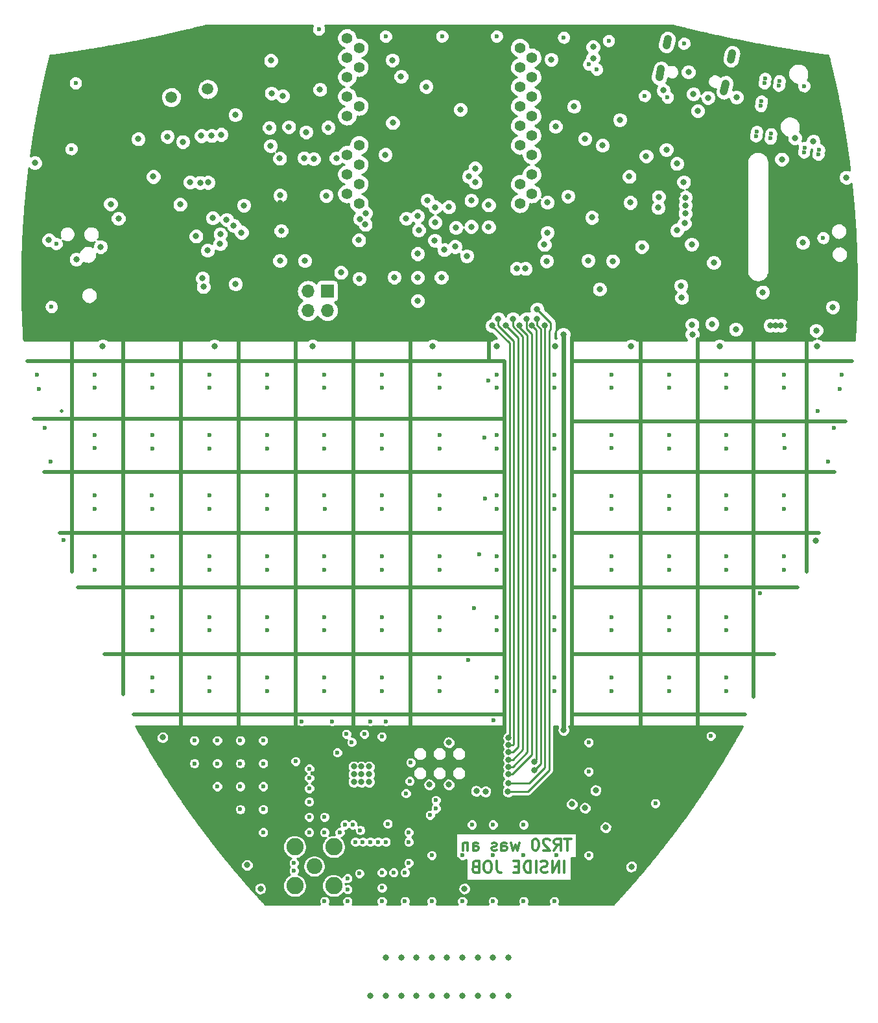
<source format=gbr>
G04 #@! TF.GenerationSoftware,KiCad,Pcbnew,6.0.0-unknown-r16647.959a4bdde.fc31*
G04 #@! TF.CreationDate,2020-02-05T23:37:15+00:00*
G04 #@! TF.ProjectId,r2,72322e6b-6963-4616-945f-706362585858,rev?*
G04 #@! TF.SameCoordinates,Original*
G04 #@! TF.FileFunction,Copper,L2,Inr*
G04 #@! TF.FilePolarity,Positive*
%FSLAX46Y46*%
G04 Gerber Fmt 4.6, Leading zero omitted, Abs format (unit mm)*
G04 Created by KiCad (PCBNEW 6.0.0-unknown-r16647.959a4bdde.fc31) date 2020-02-05 23:37:15*
%MOMM*%
%LPD*%
G04 APERTURE LIST*
%ADD10C,0.300000*%
%ADD11C,1.500000*%
%ADD12C,0.600000*%
%ADD13O,1.700000X1.700000*%
%ADD14R,1.700000X1.700000*%
%ADD15C,2.250000*%
%ADD16C,2.050000*%
%ADD17C,0.800000*%
%ADD18C,1.400000*%
%ADD19C,1.000000*%
%ADD20C,1.000000*%
%ADD21C,0.500000*%
%ADD22C,0.250000*%
%ADD23C,0.500000*%
%ADD24C,0.600000*%
G04 APERTURE END LIST*
D10*
X17186171Y28151828D02*
X16329028Y28151828D01*
X16757600Y26651828D02*
X16757600Y28151828D01*
X14971885Y26651828D02*
X15471885Y27366114D01*
X15829028Y26651828D02*
X15829028Y28151828D01*
X15257600Y28151828D01*
X15114742Y28080400D01*
X15043314Y28008971D01*
X14971885Y27866114D01*
X14971885Y27651828D01*
X15043314Y27508971D01*
X15114742Y27437542D01*
X15257600Y27366114D01*
X15829028Y27366114D01*
X14400457Y28008971D02*
X14329028Y28080400D01*
X14186171Y28151828D01*
X13829028Y28151828D01*
X13686171Y28080400D01*
X13614742Y28008971D01*
X13543314Y27866114D01*
X13543314Y27723257D01*
X13614742Y27508971D01*
X14471885Y26651828D01*
X13543314Y26651828D01*
X12614742Y28151828D02*
X12471885Y28151828D01*
X12329028Y28080400D01*
X12257600Y28008971D01*
X12186171Y27866114D01*
X12114742Y27580400D01*
X12114742Y27223257D01*
X12186171Y26937542D01*
X12257600Y26794685D01*
X12329028Y26723257D01*
X12471885Y26651828D01*
X12614742Y26651828D01*
X12757600Y26723257D01*
X12829028Y26794685D01*
X12900457Y26937542D01*
X12971885Y27223257D01*
X12971885Y27580400D01*
X12900457Y27866114D01*
X12829028Y28008971D01*
X12757600Y28080400D01*
X12614742Y28151828D01*
X10471885Y27651828D02*
X10186171Y26651828D01*
X9900457Y27366114D01*
X9614742Y26651828D01*
X9329028Y27651828D01*
X8114742Y26651828D02*
X8114742Y27437542D01*
X8186171Y27580400D01*
X8329028Y27651828D01*
X8614742Y27651828D01*
X8757600Y27580400D01*
X8114742Y26723257D02*
X8257599Y26651828D01*
X8614742Y26651828D01*
X8757600Y26723257D01*
X8829028Y26866114D01*
X8829028Y27008971D01*
X8757600Y27151828D01*
X8614742Y27223257D01*
X8257599Y27223257D01*
X8114742Y27294685D01*
X7471885Y26723257D02*
X7329028Y26651828D01*
X7043314Y26651828D01*
X6900457Y26723257D01*
X6829028Y26866114D01*
X6829028Y26937542D01*
X6900457Y27080400D01*
X7043314Y27151828D01*
X7257599Y27151828D01*
X7400457Y27223257D01*
X7471885Y27366114D01*
X7471885Y27437542D01*
X7400457Y27580400D01*
X7257599Y27651828D01*
X7043314Y27651828D01*
X6900457Y27580400D01*
X4400457Y26651828D02*
X4400457Y27437542D01*
X4471885Y27580400D01*
X4614742Y27651828D01*
X4900457Y27651828D01*
X5043314Y27580400D01*
X4400457Y26723257D02*
X4543314Y26651828D01*
X4900457Y26651828D01*
X5043314Y26723257D01*
X5114742Y26866114D01*
X5114742Y27008971D01*
X5043314Y27151828D01*
X4900457Y27223257D01*
X4543314Y27223257D01*
X4400457Y27294685D01*
X3686171Y27651828D02*
X3686171Y26651828D01*
X3686171Y27508971D02*
X3614742Y27580400D01*
X3471885Y27651828D01*
X3257599Y27651828D01*
X3114742Y27580400D01*
X3043314Y27437542D01*
X3043314Y26651828D01*
X16327485Y23756228D02*
X16327485Y25256228D01*
X15613200Y23756228D02*
X15613200Y25256228D01*
X14756057Y23756228D01*
X14756057Y25256228D01*
X14113200Y23827657D02*
X13898914Y23756228D01*
X13541771Y23756228D01*
X13398914Y23827657D01*
X13327485Y23899085D01*
X13256057Y24041942D01*
X13256057Y24184800D01*
X13327485Y24327657D01*
X13398914Y24399085D01*
X13541771Y24470514D01*
X13827485Y24541942D01*
X13970342Y24613371D01*
X14041771Y24684800D01*
X14113200Y24827657D01*
X14113200Y24970514D01*
X14041771Y25113371D01*
X13970342Y25184800D01*
X13827485Y25256228D01*
X13470342Y25256228D01*
X13256057Y25184800D01*
X12613200Y23756228D02*
X12613200Y25256228D01*
X11898914Y23756228D02*
X11898914Y25256228D01*
X11541771Y25256228D01*
X11327485Y25184800D01*
X11184628Y25041942D01*
X11113200Y24899085D01*
X11041771Y24613371D01*
X11041771Y24399085D01*
X11113200Y24113371D01*
X11184628Y23970514D01*
X11327485Y23827657D01*
X11541771Y23756228D01*
X11898914Y23756228D01*
X10398914Y24541942D02*
X9898914Y24541942D01*
X9684628Y23756228D02*
X10398914Y23756228D01*
X10398914Y25256228D01*
X9684628Y25256228D01*
X7470342Y25256228D02*
X7470342Y24184800D01*
X7541771Y23970514D01*
X7684628Y23827657D01*
X7898914Y23756228D01*
X8041771Y23756228D01*
X6470342Y25256228D02*
X6184628Y25256228D01*
X6041771Y25184800D01*
X5898914Y25041942D01*
X5827485Y24756228D01*
X5827485Y24256228D01*
X5898914Y23970514D01*
X6041771Y23827657D01*
X6184628Y23756228D01*
X6470342Y23756228D01*
X6613200Y23827657D01*
X6756057Y23970514D01*
X6827485Y24256228D01*
X6827485Y24756228D01*
X6756057Y25041942D01*
X6613200Y25184800D01*
X6470342Y25256228D01*
X4684628Y24541942D02*
X4470342Y24470514D01*
X4398914Y24399085D01*
X4327485Y24256228D01*
X4327485Y24041942D01*
X4398914Y23899085D01*
X4470342Y23827657D01*
X4613200Y23756228D01*
X5184628Y23756228D01*
X5184628Y25256228D01*
X4684628Y25256228D01*
X4541771Y25184800D01*
X4470342Y25113371D01*
X4398914Y24970514D01*
X4398914Y24827657D01*
X4470342Y24684800D01*
X4541771Y24613371D01*
X4684628Y24541942D01*
X5184628Y24541942D01*
D11*
X-35015060Y124986377D03*
X-30234940Y126063623D03*
D12*
X49551182Y118117317D03*
X49457321Y117524704D03*
X47580713Y117821929D03*
X47674574Y118414542D03*
X43209425Y119627985D03*
X43303285Y120220598D03*
X41332817Y119925210D03*
X41426677Y120517823D03*
X41426677Y120517823D03*
X41958555Y123875964D03*
X42052415Y124468577D03*
X44304466Y126541803D03*
X44398327Y127134416D03*
X42427858Y126839029D03*
X42521719Y127431642D03*
D13*
X-17170400Y97155000D03*
X-14630400Y97155000D03*
X-17170400Y99695000D03*
D14*
X-14630400Y99695000D03*
D15*
X-13804900Y27116900D03*
X-13804900Y22036900D03*
X-18884900Y22036900D03*
X-18884900Y27116900D03*
D16*
X-16344900Y24576900D03*
D17*
X7000000Y7677000D03*
X1000000Y7677000D03*
X3000000Y7677000D03*
X3000000Y12677000D03*
X5000000Y12677000D03*
X1000000Y12677000D03*
X5000000Y7677000D03*
X7000000Y12677000D03*
X-1000000Y7677000D03*
X-3000000Y7677000D03*
X-1000000Y12677000D03*
X-3000000Y12677000D03*
X-5000000Y7677000D03*
X-5000000Y12677000D03*
X9000000Y7677000D03*
X9000000Y12677000D03*
X-9000000Y7677000D03*
X-7000000Y12677000D03*
X-7000000Y7677000D03*
D18*
X-10495000Y128905000D03*
X10495000Y131445000D03*
X-12065000Y130175000D03*
X-12065000Y117475000D03*
X-10495000Y116205000D03*
X-10495000Y118745000D03*
X-12065000Y122555000D03*
X12065000Y117475000D03*
X12065000Y114935000D03*
X10495000Y118745000D03*
X-12065000Y114935000D03*
X-10495000Y123825000D03*
X-12065000Y125095000D03*
X-12065000Y127635000D03*
X-10495000Y131445000D03*
X-12065000Y132715000D03*
X12065000Y122555000D03*
X-12065000Y112395000D03*
X-10495000Y113665000D03*
X10495000Y113665000D03*
X12065000Y112395000D03*
X10495000Y111125000D03*
X-10495000Y111125000D03*
X10495000Y128905000D03*
X12065000Y130175000D03*
X10495000Y126365000D03*
X12065000Y127635000D03*
X10495000Y123825000D03*
X12065000Y125095000D03*
X12065000Y120015000D03*
X10495000Y121285000D03*
X12065000Y132715000D03*
D19*
X38157603Y130328461D03*
D20*
X38244179Y130718979D02*
X38071027Y129937943D01*
D19*
X29722406Y132198500D03*
D20*
X29808982Y132589018D02*
X29635830Y131807982D01*
D19*
X37259379Y126276833D03*
D20*
X37378421Y126813796D02*
X37140337Y125739870D01*
D19*
X28824181Y128146871D03*
D20*
X28943223Y128683834D02*
X28705139Y127609908D01*
D12*
X4250000Y30000000D03*
D17*
X-35509200Y119862600D03*
X-33498661Y119187590D03*
X-26644600Y122707400D03*
X-22000000Y129800000D03*
X-20447000Y125171200D03*
X-31213544Y113848095D03*
X-32563555Y113904790D03*
X44700000Y116900000D03*
X38800000Y125000000D03*
X33156079Y125425021D03*
X33732347Y123224990D03*
D12*
X29794200Y124975010D03*
D17*
X46400000Y119700000D03*
X-47396400Y103835200D03*
X-41910000Y109169200D03*
X-42926000Y111048800D03*
X-50977800Y106349800D03*
X-32205984Y105516255D03*
X-31775400Y106857800D03*
X-29753547Y119984634D03*
X-29593569Y109245400D03*
X-28625800Y105867200D03*
X-28600400Y107137200D03*
X-30268579Y105003600D03*
X-33858200Y110998000D03*
X13995400Y103606600D03*
X20929600Y99923600D03*
X35814000Y103403400D03*
X31648400Y98831400D03*
D12*
X26797000Y125196600D03*
D17*
X16789400Y112064800D03*
X15167627Y121182373D03*
X-6146800Y129844800D03*
X-5003800Y127711200D03*
X-20828000Y103657400D03*
X-17576800Y103657400D03*
X-20802600Y112191800D03*
X19001200Y119581200D03*
X29240000Y125910000D03*
D12*
X49377600Y83997800D03*
D17*
X2159000Y107975400D03*
X4165600Y108102400D03*
X32128249Y111912587D03*
X32106649Y110871400D03*
X1219200Y110667800D03*
X4165600Y111531400D03*
X-1574800Y111556800D03*
X-558800Y110642400D03*
X12750800Y96062800D03*
X10490200Y95199200D03*
X7670800Y96037400D03*
X11379200Y96062800D03*
X9601200Y96062800D03*
X6908800Y95173800D03*
X3276600Y21640800D03*
X-23368000Y21640800D03*
D12*
X-11455400Y40792400D03*
D17*
X-36144200Y41402000D03*
D12*
X-8331200Y41692190D03*
X-8902700Y41692190D03*
D17*
X21691600Y29641800D03*
X14351000Y33858200D03*
X9017505Y37525659D03*
X8991600Y36576000D03*
X9017042Y40405946D03*
X9017000Y38481000D03*
X9027083Y41359108D03*
D12*
X-4127100Y37292087D03*
D17*
X35077400Y124942600D03*
X25069800Y24511000D03*
X-25120600Y24714200D03*
X-52832000Y116433600D03*
X-4216400Y94665800D03*
X-25527000Y110871000D03*
X-4343400Y109169200D03*
X254000Y101457000D03*
D21*
X-49326800Y84010500D03*
D12*
X41884600Y60223400D03*
X4521200Y58267600D03*
X5232400Y65278000D03*
X5994400Y72618600D03*
X5892800Y80518000D03*
X6375400Y87985600D03*
X3759200Y51536600D03*
D17*
X-5892800Y101482400D03*
D12*
X-13131800Y31142800D03*
X-12357100Y29999800D03*
X-11341100Y29999800D03*
X-10337800Y29275900D03*
X-1219200Y31257100D03*
X-457200Y32108000D03*
X-457200Y33200200D03*
X-4368800Y34086800D03*
X-12839700Y40299500D03*
X-18783300Y38280200D03*
X-16979900Y37315000D03*
X-16979900Y36070400D03*
X-16979900Y34711500D03*
X-4381500Y34940100D03*
X-10439400Y23624400D03*
X-13335000Y39423200D03*
X-6743700Y30126800D03*
X-16535400Y36692700D03*
X-16383000Y35397300D03*
X-16383000Y34089200D03*
D17*
X-11176000Y37592000D03*
X-9176000Y36592000D03*
X-10176000Y36592000D03*
X-11176000Y36592000D03*
X-9176000Y35592000D03*
X-10176000Y35592000D03*
X-11176000Y35592000D03*
X-9176000Y37592000D03*
X-10176000Y37592000D03*
X10083800Y102616000D03*
X11226800Y102616000D03*
X23596600Y117779800D03*
X43200000Y95200000D03*
X43900000Y95200000D03*
X44600000Y95200000D03*
X19923849Y109299979D03*
X38700000Y94700000D03*
X31006649Y107621400D03*
X-2844800Y104555800D03*
X-2844800Y101457000D03*
X-2844800Y98409000D03*
X45600000Y95200000D03*
X22023849Y109299979D03*
X21123849Y109300000D03*
X29870400Y121996200D03*
X28623849Y111987692D03*
X33000000Y95300000D03*
X23560417Y122048464D03*
X31010000Y116330000D03*
X22623849Y103600000D03*
X32934006Y105789847D03*
X26431649Y105471400D03*
X13710301Y105750010D03*
X-37160200Y118186200D03*
X-30802831Y100249767D03*
X-44246800Y105460800D03*
X-12141200Y119583200D03*
X-36601400Y102717600D03*
X49174400Y67056000D03*
X31546800Y100380800D03*
X33020000Y94030800D03*
X48818800Y119227600D03*
X-558800Y108661200D03*
X28572249Y110583600D03*
X-2844800Y109474000D03*
X-6096000Y121666000D03*
X19428249Y103674800D03*
X47447200Y106019600D03*
X35610800Y95402400D03*
X24931649Y111246400D03*
X-7061200Y117500400D03*
X14094249Y107313600D03*
X14094249Y111276000D03*
X-18436609Y126745011D03*
X49352200Y92506800D03*
X49199800Y94538800D03*
X25044400Y92506800D03*
X7493000Y92506800D03*
X15087600Y92506800D03*
X-863600Y92506800D03*
X-609600Y106299000D03*
X2057400Y105486200D03*
X-29362400Y92481400D03*
X-43967400Y92506800D03*
D12*
X-17000000Y33000000D03*
X-17000000Y31000000D03*
X-15000000Y31000000D03*
X-17000000Y29000000D03*
X-15000000Y29000000D03*
X-13000000Y29000000D03*
X-11000000Y27750000D03*
X-7000000Y27750000D03*
X-8000000Y27750000D03*
X-9000000Y27750000D03*
X-10000000Y27750000D03*
X-4000000Y29000000D03*
X-4000000Y27750000D03*
X-4000000Y25000000D03*
X-4500000Y23750000D03*
X-6000000Y23750000D03*
X-7500000Y23750000D03*
X-7500000Y21750000D03*
X-7500000Y20000000D03*
X-12000000Y20000000D03*
X-12000000Y23000000D03*
X-19000000Y24000000D03*
X-19000000Y25000000D03*
X-18000000Y43500000D03*
X-14000000Y43500000D03*
X-9000000Y43500000D03*
X-7000000Y43500000D03*
X-23000000Y41000000D03*
X-23000000Y38000000D03*
X-23000000Y35000000D03*
X-23000000Y32000000D03*
X-23000000Y29000000D03*
X-26000000Y41000000D03*
X-26000000Y38000000D03*
X-26000000Y35000000D03*
X-26000000Y32000000D03*
X-29000000Y41000000D03*
X-29000000Y38000000D03*
X-29000000Y35000000D03*
X-32000000Y41000000D03*
X-32000000Y38000000D03*
X3000000Y26000000D03*
X-1000000Y26000000D03*
X7000000Y30000000D03*
X7000000Y26000000D03*
X11000000Y26000000D03*
X11000000Y30000000D03*
X11000000Y20000000D03*
X7000000Y20000000D03*
X3000000Y20000000D03*
X-1000000Y20000000D03*
X-4500000Y20000000D03*
X-15000000Y20000000D03*
X15000000Y20000000D03*
X28194000Y32791400D03*
X35433000Y41579800D03*
X19500000Y40750000D03*
X19500000Y36931600D03*
X19500000Y26000000D03*
X15250000Y26000000D03*
X-49098200Y67157600D03*
X-50647600Y97637600D03*
X-50012600Y105867200D03*
X-48056800Y118262400D03*
X-47498000Y126847600D03*
X-15748000Y133858000D03*
X47625000Y126466600D03*
X31953200Y132029200D03*
X22098000Y132384800D03*
D17*
X2743200Y123393200D03*
X-1727200Y126390400D03*
X-30925564Y101364565D03*
X-37338000Y112471200D03*
X-32450848Y98393533D03*
X-37347802Y114630200D03*
X42214800Y99542600D03*
X46300000Y95200000D03*
X47000000Y95200000D03*
X51358800Y97586800D03*
X20411800Y34483400D03*
D12*
X-4267200Y36474400D03*
X-3886200Y35687000D03*
D17*
X-2692400Y107645200D03*
X-16560800Y92481400D03*
X36576000Y92506800D03*
D12*
X-12000000Y21550010D03*
D17*
X17576800Y123799598D03*
D12*
X52500000Y88800000D03*
X52273200Y86868000D03*
X45000000Y88800000D03*
X45000000Y87100000D03*
X37500000Y88800000D03*
X37500000Y87100000D03*
X30000000Y88800000D03*
X30000000Y87100000D03*
X22500000Y88800000D03*
X22500000Y87100000D03*
X15000000Y88800000D03*
X15000000Y87100000D03*
X7500000Y88800000D03*
X7500000Y87100000D03*
X0Y88800000D03*
X0Y87100000D03*
X-7500000Y88800000D03*
X-7500000Y87100000D03*
X-15000000Y88800000D03*
X-15000000Y87100000D03*
X-22500000Y88800000D03*
X-22500000Y87100000D03*
X-30000000Y88800000D03*
X-30000000Y87100000D03*
X-37500000Y88800000D03*
X-37500000Y87100000D03*
X-45000000Y88800000D03*
X-45000000Y87100000D03*
X-52500000Y88800000D03*
X-52300000Y86900000D03*
X-45000000Y80900000D03*
X-45000000Y79171800D03*
X-51562000Y81838800D03*
X-50723800Y77393800D03*
X-37500000Y80900000D03*
X-37500000Y79146400D03*
X-30000000Y80900000D03*
X-29997400Y79146400D03*
X-22500000Y80878000D03*
X-22500000Y79146400D03*
X-15000000Y80900000D03*
X-15000000Y79146400D03*
X-7500000Y80900000D03*
X-7500000Y79146400D03*
X0Y80900000D03*
X0Y79146400D03*
X7500000Y80900000D03*
X7500000Y79146400D03*
X15000000Y80900000D03*
X15000000Y79146400D03*
X22500000Y80900000D03*
X22500000Y79171800D03*
X30000000Y80900000D03*
X30000000Y79146400D03*
X37490400Y79146400D03*
X51536600Y81813400D03*
X50723800Y77419200D03*
X45008800Y72974200D03*
X44983400Y71221600D03*
X37490400Y72974200D03*
X37490400Y71247000D03*
X29997400Y72948800D03*
X30000000Y71247000D03*
X22500000Y72948800D03*
X22504400Y71221600D03*
X15000000Y72974200D03*
X15000000Y71247000D03*
X7500000Y72974200D03*
X7500000Y71247000D03*
X0Y72974200D03*
X0Y71247000D03*
X-7467600Y72974200D03*
X-7493000Y71221600D03*
X-15000000Y72974200D03*
X-14986000Y71221600D03*
X-22500000Y72974200D03*
X-22500000Y71221600D03*
X-29997400Y72974200D03*
X-30000000Y71221600D03*
X-37515800Y72974200D03*
X-37500000Y71247000D03*
X-45000000Y72974200D03*
X-45000000Y71247000D03*
X-45000000Y65049400D03*
X-45000000Y63305600D03*
X-37490400Y65049400D03*
X-37500000Y63300000D03*
X-30000000Y65049400D03*
X-30000000Y63319600D03*
X-22504400Y65049400D03*
X-22500000Y63300000D03*
X-15000000Y65035400D03*
X-15000000Y63300000D03*
X-7500000Y65049400D03*
X-7500000Y63300000D03*
X0Y65049400D03*
X0Y63300000D03*
X7500000Y65049400D03*
X7500000Y63300000D03*
X15000000Y65049400D03*
X15000000Y63300000D03*
X22479000Y65049400D03*
X22500000Y63300000D03*
X29997400Y65049400D03*
X30000000Y63300000D03*
X37490400Y65049400D03*
X37500000Y63300000D03*
X44983400Y65049400D03*
X45000000Y63300000D03*
X37500000Y57124600D03*
X37490400Y55372000D03*
X29972000Y57124600D03*
X30000000Y55400000D03*
X22500000Y57124600D03*
X22500000Y55400000D03*
X14986000Y57124600D03*
X15011400Y55372000D03*
X7500000Y57124600D03*
X7500000Y55400000D03*
X0Y57124600D03*
X0Y55400000D03*
X-7518400Y57124600D03*
X-7500000Y55372000D03*
X-15000000Y57124600D03*
X-15000000Y55372000D03*
X-22500000Y57100000D03*
X-22500000Y55401800D03*
X-30000000Y57124600D03*
X-30000000Y55397400D03*
X-37500000Y57124600D03*
X-37500000Y55372000D03*
X-37500000Y49200000D03*
X-37500000Y47472600D03*
X-30000000Y49200000D03*
X-30000000Y47447200D03*
X-22500000Y49200000D03*
X-22504400Y47472600D03*
X-15000000Y49200000D03*
X-15000000Y47472600D03*
X-7500000Y49200000D03*
X-7500000Y47472600D03*
X0Y49200000D03*
X0Y47447200D03*
X7500000Y49200000D03*
X7500000Y47472600D03*
X15000000Y49200000D03*
X15000000Y47447200D03*
X22500000Y49200000D03*
X22504400Y47472600D03*
X30000000Y49200000D03*
X30000000Y47447200D03*
X37500000Y49200000D03*
X37500000Y47472600D03*
X45069532Y79192122D03*
X45000000Y80882790D03*
X37500000Y80882790D03*
X-3175000Y31242000D03*
X-7518400Y41503600D03*
D17*
X3581400Y104267000D03*
X9012608Y39455945D03*
X8712200Y95199200D03*
D12*
X-3937000Y39090600D03*
D17*
X8991600Y35407600D03*
X13766800Y95173800D03*
X16179800Y94030800D03*
D12*
X-12141200Y41844590D03*
X-9804400Y41844590D03*
D17*
X12369800Y38201600D03*
X12075790Y95173800D03*
X12369800Y37134800D03*
D12*
X7035800Y43637200D03*
D17*
X16205200Y42367200D03*
X-25831800Y107341800D03*
X24781649Y114646400D03*
X29635417Y118153464D03*
X21285200Y118719600D03*
X26999900Y117311700D03*
X31074412Y112196390D03*
X31896762Y113917969D03*
X32102849Y109828200D03*
X32001249Y108532800D03*
D12*
X-3733800Y38125400D03*
D17*
X-20853400Y117017800D03*
X-17653000Y117068600D03*
D12*
X-7010400Y132943600D03*
X355600Y132969000D03*
X7493000Y132969000D03*
X16230600Y132816600D03*
D17*
X16316844Y130055464D03*
X20066000Y130098800D03*
X20066000Y131572000D03*
X-15595600Y126009400D03*
X-14528800Y121056400D03*
X-16002000Y120624600D03*
X-14782800Y112141000D03*
X-20777200Y111201200D03*
X-20650200Y106324400D03*
X-17729200Y106324400D03*
X-17399000Y120446800D03*
X-30200600Y113868200D03*
X-13462000Y117043200D03*
X3835400Y114655600D03*
X4673600Y115722400D03*
X-9652000Y109855000D03*
X-10363200Y109118400D03*
X-9677400Y108381800D03*
X4699000Y113893600D03*
X-17729200Y108305600D03*
X-27787600Y109016800D03*
X-26847800Y108229400D03*
X-20663068Y107554390D03*
X-22050000Y118650000D03*
X-10464800Y101320600D03*
X-5964726Y105013245D03*
X-12852402Y102108000D03*
X-10515600Y106349800D03*
X-26619200Y100609400D03*
X19024600Y32181800D03*
X17297400Y32689800D03*
X-1447800Y40767000D03*
X1244600Y40741600D03*
X6426200Y108051600D03*
X6426200Y110921800D03*
X12750800Y97307400D03*
X8966200Y34315400D03*
X1219200Y35229800D03*
X-1320800Y35229800D03*
X3759200Y34417000D03*
X4826000Y34391600D03*
X6019800Y34315400D03*
X7264400Y34315400D03*
X32512000Y128295400D03*
X-19659600Y121121810D03*
X635000Y105079800D03*
D12*
X50114200Y106654600D03*
D17*
X53136800Y114528600D03*
D12*
X20540000Y128630000D03*
X19520000Y129330000D03*
D17*
X14605000Y129921000D03*
X-21920200Y125526800D03*
X-31089600Y119964200D03*
X-39319200Y119557800D03*
X-28498800Y120124990D03*
X-22200000Y121025000D03*
X-22425000Y117250000D03*
X-16425000Y116950000D03*
D22*
X11379200Y94792800D02*
X11379200Y95497115D01*
X12090400Y39109115D02*
X12090400Y94081600D01*
X8991600Y36576000D02*
X9557285Y36576000D01*
X12090400Y94081600D02*
X11379200Y94792800D01*
X9557285Y36576000D02*
X12090400Y39109115D01*
X11379200Y95497115D02*
X11379200Y96062800D01*
X9583190Y37525659D02*
X11506200Y39448669D01*
X9017505Y37525659D02*
X9583190Y37525659D01*
X11506200Y93939643D02*
X10490200Y94955643D01*
X11506200Y39448669D02*
X11506200Y93939643D01*
X10490200Y94955643D02*
X10490200Y95199200D01*
D23*
X17300000Y44400000D02*
X39900000Y44400000D01*
X17300000Y52300000D02*
X43750000Y52300000D01*
X-43750000Y52300000D02*
X8500000Y52300000D01*
X-47218600Y61010800D02*
X8500000Y61010800D01*
X17300000Y61010800D02*
X46781400Y61010800D01*
X-49600000Y68100000D02*
X8500000Y68100000D01*
X17300000Y68100000D02*
X49600000Y68100000D01*
X-51600000Y76100000D02*
X8500000Y76100000D01*
X17300000Y76100000D02*
X51600000Y76100000D01*
X-53000000Y83000000D02*
X8500000Y82981800D01*
X17300000Y82700000D02*
X53000000Y82700000D01*
X17300000Y90500000D02*
X53900000Y90500000D01*
X8500000Y90500000D02*
X8500000Y42062400D01*
X17300000Y93446600D02*
X17300000Y41935400D01*
X26250000Y93726000D02*
X26250000Y42214800D01*
X-3759200Y93878400D02*
X-3759200Y42367200D01*
X-11252200Y93776800D02*
X-11252200Y42265600D01*
X-18750000Y93776800D02*
X-18750000Y42265600D01*
X-26250000Y93903800D02*
X-26250000Y42392600D01*
D10*
X33788600Y87662000D02*
X33807400Y87680800D01*
D23*
X-33750000Y87662000D02*
X-33750000Y42519600D01*
X-33750000Y94030800D02*
X-33750000Y87662000D01*
X33750000Y93446600D02*
X33750000Y87680000D01*
X33750000Y87680800D02*
X33750000Y41935400D01*
X41000000Y93550000D02*
X41000000Y46650000D01*
X48000000Y93350000D02*
X48000000Y63000000D01*
X-41250000Y93650000D02*
X-41250000Y47000000D01*
X-48000000Y93350000D02*
X-48000000Y63000000D01*
X6476800Y90500000D02*
X8500000Y90500000D01*
X6500000Y90500000D02*
X6500000Y93675200D01*
X-53800000Y90500000D02*
X6476800Y90500000D01*
D22*
X7670800Y95471715D02*
X7670800Y96037400D01*
X9582727Y40405946D02*
X9702800Y40526019D01*
X7670800Y95199200D02*
X7670800Y95471715D01*
X9017042Y40405946D02*
X9582727Y40405946D01*
X9702800Y40526019D02*
X9702800Y93167200D01*
X9702800Y93167200D02*
X7670800Y95199200D01*
X9601200Y95497115D02*
X9601200Y96062800D01*
X9017000Y38481000D02*
X9582685Y38481000D01*
X10896600Y93785298D02*
X9601200Y95080698D01*
X10896600Y39794915D02*
X10896600Y93785298D01*
X9582685Y38481000D02*
X10896600Y39794915D01*
X9601200Y95080698D02*
X9601200Y95497115D01*
X6908800Y95148400D02*
X6908800Y95173800D01*
X9144000Y92913200D02*
X6908800Y95148400D01*
X9027083Y41359108D02*
X9144000Y41476025D01*
X9144000Y41476025D02*
X9144000Y92913200D01*
D23*
X-39900000Y44400000D02*
X8500000Y44400000D01*
D22*
X10312400Y93573600D02*
X8712200Y95173800D01*
X9012608Y39455945D02*
X9578293Y39455945D01*
X10312400Y40190052D02*
X10312400Y93573600D01*
X8712200Y95173800D02*
X8712200Y95199200D01*
X9578293Y39455945D02*
X10312400Y40190052D01*
X13766800Y37414200D02*
X13766800Y94608115D01*
X8991600Y35407600D02*
X11760200Y35407600D01*
X12750800Y95497115D02*
X12750800Y96062800D01*
X13766800Y94608115D02*
X13766800Y95173800D01*
X11760200Y35407600D02*
X13766800Y37414200D01*
D24*
X16200000Y94010600D02*
X16179800Y94030800D01*
X16200000Y42646600D02*
X16200000Y94010600D01*
D22*
X12649200Y94600390D02*
X12475789Y94773801D01*
X12369800Y38201600D02*
X12649200Y38481000D01*
X12475789Y94773801D02*
X12075790Y95173800D01*
X12649200Y38481000D02*
X12649200Y94600390D01*
X13208000Y94733596D02*
X12750800Y95190796D01*
X12750800Y95190796D02*
X12750800Y95497115D01*
X12369800Y37134800D02*
X13208000Y37973000D01*
X13208000Y37973000D02*
X13208000Y94733596D01*
X14351000Y94538800D02*
X14503400Y94691200D01*
X11582400Y34315400D02*
X14351000Y37084000D01*
X14503400Y94691200D02*
X14503400Y95554800D01*
X14351000Y37084000D02*
X14351000Y94538800D01*
X13150799Y96907401D02*
X12750800Y97307400D01*
X14503400Y95554800D02*
X13150799Y96907401D01*
X8966200Y34315400D02*
X11582400Y34315400D01*
G36*
X-18332786Y42846870D02*
G01*
X-18114671Y42776000D01*
X-17885329Y42776000D01*
X-17667214Y42846870D01*
X-17659052Y42852800D01*
X-14340948Y42852800D01*
X-14332786Y42846870D01*
X-14114671Y42776000D01*
X-13885329Y42776000D01*
X-13667214Y42846870D01*
X-13659052Y42852800D01*
X-9340948Y42852800D01*
X-9332786Y42846870D01*
X-9114671Y42776000D01*
X-8885329Y42776000D01*
X-8667214Y42846870D01*
X-8659052Y42852800D01*
X-7340948Y42852800D01*
X-7332786Y42846870D01*
X-7114671Y42776000D01*
X-6885329Y42776000D01*
X-6667214Y42846870D01*
X-6659052Y42852800D01*
X8595000Y42852800D01*
X8595000Y42061343D01*
X8511764Y42013962D01*
X8341990Y41833488D01*
X8232790Y41611072D01*
X8193815Y41366380D01*
X8228514Y41121043D01*
X8333816Y40896756D01*
X8340492Y40889407D01*
X8331949Y40880326D01*
X8222749Y40657910D01*
X8183774Y40413218D01*
X8218473Y40167881D01*
X8323775Y39943594D01*
X8331744Y39934821D01*
X8327515Y39930325D01*
X8218315Y39707909D01*
X8179340Y39463217D01*
X8214039Y39217880D01*
X8319341Y38993593D01*
X8343173Y38967356D01*
X8331907Y38955380D01*
X8222707Y38732964D01*
X8183732Y38488272D01*
X8218431Y38242935D01*
X8323733Y38018648D01*
X8336596Y38004487D01*
X8332412Y38000039D01*
X8223212Y37777623D01*
X8184237Y37532931D01*
X8218936Y37287594D01*
X8322383Y37067257D01*
X8306507Y37050380D01*
X8197307Y36827964D01*
X8158332Y36583272D01*
X8193031Y36337935D01*
X8298333Y36113648D01*
X8409407Y35991366D01*
X8306507Y35881980D01*
X8197307Y35659564D01*
X8158332Y35414872D01*
X8193031Y35169535D01*
X8298333Y34945248D01*
X8361716Y34875469D01*
X8281107Y34789780D01*
X8171907Y34567364D01*
X8132932Y34322672D01*
X8167631Y34077335D01*
X8272933Y33853048D01*
X8439531Y33669639D01*
X8652693Y33543324D01*
X8893573Y33485272D01*
X9140875Y33500613D01*
X9372733Y33587994D01*
X9568649Y33739688D01*
X9587457Y33766400D01*
X11490618Y33766400D01*
X11500815Y33762899D01*
X11594075Y33766400D01*
X11633370Y33766400D01*
X11643293Y33768248D01*
X11711511Y33770810D01*
X11739325Y33786133D01*
X11783456Y33794351D01*
X11957552Y33901666D01*
X11997176Y33953774D01*
X12534074Y34490672D01*
X19578532Y34490672D01*
X19613231Y34245335D01*
X19718533Y34021048D01*
X19885131Y33837639D01*
X20098293Y33711324D01*
X20339173Y33653272D01*
X20586475Y33668613D01*
X20818333Y33755994D01*
X21014249Y33907688D01*
X21156898Y34110283D01*
X21233825Y34346340D01*
X21236092Y34606093D01*
X21163297Y34843457D01*
X21024203Y35048510D01*
X20830967Y35203599D01*
X20600669Y35295013D01*
X20353672Y35314670D01*
X20111815Y35260829D01*
X19896481Y35138254D01*
X19726707Y34957780D01*
X19617507Y34735364D01*
X19578532Y34490672D01*
X12534074Y34490672D01*
X14674301Y36630898D01*
X14683987Y36635633D01*
X14747458Y36704055D01*
X14775246Y36731842D01*
X14780955Y36740165D01*
X14827380Y36790211D01*
X14836213Y36820716D01*
X14861605Y36857730D01*
X14906347Y37046271D01*
X18776000Y37046271D01*
X18776000Y36816929D01*
X18846870Y36598814D01*
X18981673Y36413273D01*
X19167214Y36278470D01*
X19385329Y36207600D01*
X19614671Y36207600D01*
X19832786Y36278470D01*
X20018327Y36413273D01*
X20153130Y36598814D01*
X20224000Y36816929D01*
X20224000Y37046271D01*
X20153130Y37264386D01*
X20018327Y37449927D01*
X19832786Y37584730D01*
X19614671Y37655600D01*
X19385329Y37655600D01*
X19167214Y37584730D01*
X18981673Y37449927D01*
X18846870Y37264386D01*
X18776000Y37046271D01*
X14906347Y37046271D01*
X14908827Y37056718D01*
X14900000Y37121571D01*
X14900000Y40864671D01*
X18776000Y40864671D01*
X18776000Y40635329D01*
X18846870Y40417214D01*
X18981673Y40231673D01*
X19167214Y40096870D01*
X19385329Y40026000D01*
X19614671Y40026000D01*
X19832786Y40096870D01*
X20018327Y40231673D01*
X20153130Y40417214D01*
X20224000Y40635329D01*
X20224000Y40864671D01*
X20153130Y41082786D01*
X20018327Y41268327D01*
X19832786Y41403130D01*
X19614671Y41474000D01*
X19385329Y41474000D01*
X19167214Y41403130D01*
X18981673Y41268327D01*
X18846870Y41082786D01*
X18776000Y40864671D01*
X14900000Y40864671D01*
X14900000Y42852800D01*
X15476000Y42852800D01*
X15476000Y42751743D01*
X15410907Y42619164D01*
X15371932Y42374472D01*
X15406631Y42129135D01*
X15511933Y41904848D01*
X15678531Y41721439D01*
X15891693Y41595124D01*
X16132573Y41537072D01*
X16379875Y41552413D01*
X16611733Y41639794D01*
X16682349Y41694471D01*
X34709000Y41694471D01*
X34709000Y41465129D01*
X34779870Y41247014D01*
X34914673Y41061473D01*
X35100214Y40926670D01*
X35318329Y40855800D01*
X35547671Y40855800D01*
X35765786Y40926670D01*
X35951327Y41061473D01*
X36086130Y41247014D01*
X36157000Y41465129D01*
X36157000Y41694471D01*
X36086130Y41912586D01*
X35951327Y42098127D01*
X35765786Y42232930D01*
X35547671Y42303800D01*
X35318329Y42303800D01*
X35100214Y42232930D01*
X34914673Y42098127D01*
X34779870Y41912586D01*
X34709000Y41694471D01*
X16682349Y41694471D01*
X16807649Y41791488D01*
X16950298Y41994083D01*
X17027225Y42230140D01*
X17029492Y42489893D01*
X16956697Y42727257D01*
X16924000Y42775460D01*
X16924000Y42852800D01*
X39591235Y42852800D01*
X39590548Y42851563D01*
X39510408Y42707686D01*
X39421076Y42547850D01*
X39331713Y42388534D01*
X39242125Y42229389D01*
X39107198Y41990769D01*
X39034940Y41863505D01*
X38962523Y41736319D01*
X38890198Y41609660D01*
X38817369Y41482475D01*
X38744759Y41356033D01*
X38671919Y41229550D01*
X38598695Y41102759D01*
X38525382Y40976171D01*
X38525383Y40976171D01*
X38387411Y40738901D01*
X38314041Y40613236D01*
X38230951Y40471343D01*
X38157035Y40345494D01*
X38073545Y40203765D01*
X37980531Y40046392D01*
X37877896Y39873376D01*
X37803372Y39748159D01*
X37728503Y39622713D01*
X37653589Y39497539D01*
X37521576Y39277805D01*
X37446331Y39153032D01*
X37370830Y39028180D01*
X37295322Y38903659D01*
X37218950Y38778060D01*
X37143247Y38653904D01*
X37038450Y38482592D01*
X36942605Y38326478D01*
X36942606Y38326478D01*
X36837593Y38156045D01*
X36760822Y38031849D01*
X36760821Y38031849D01*
X36683510Y37907120D01*
X36606922Y37783896D01*
X36529502Y37659670D01*
X36384483Y37427887D01*
X36277425Y37257528D01*
X36190046Y37118955D01*
X36111753Y36995147D01*
X36033787Y36872187D01*
X36033786Y36872187D01*
X35916261Y36687470D01*
X35827782Y36548889D01*
X35749018Y36425881D01*
X35670279Y36303239D01*
X35581671Y36165621D01*
X35452772Y35966161D01*
X35373283Y35843589D01*
X35373282Y35843589D01*
X35293863Y35721450D01*
X35214186Y35599245D01*
X35104485Y35431514D01*
X35104484Y35431514D01*
X35004081Y35278540D01*
X34924163Y35157140D01*
X34843611Y35035101D01*
X34732765Y34867698D01*
X34642045Y34731141D01*
X34530949Y34564463D01*
X34419492Y34397850D01*
X34338100Y34276560D01*
X34215782Y34094885D01*
X34113526Y33943556D01*
X34032195Y33823548D01*
X33919397Y33657628D01*
X33836968Y33536752D01*
X33713984Y33356999D01*
X33610582Y33206411D01*
X33423784Y32935609D01*
X33330772Y32801358D01*
X33216181Y32636500D01*
X33112011Y32487149D01*
X32944610Y32248149D01*
X32861007Y32129248D01*
X32766475Y31995178D01*
X32682123Y31875874D01*
X32545260Y31682952D01*
X32450121Y31549322D01*
X32269709Y31296978D01*
X32269710Y31296977D01*
X32089033Y31045641D01*
X31939476Y30838628D01*
X31854438Y30721336D01*
X31768540Y30603159D01*
X31671914Y30470586D01*
X31553572Y30308737D01*
X31445729Y30161740D01*
X31337869Y30015190D01*
X31186356Y29810111D01*
X31088459Y29678089D01*
X30969089Y29517618D01*
X30816243Y29312966D01*
X30728756Y29196233D01*
X30619750Y29051202D01*
X30509435Y28904893D01*
X30410736Y28774388D01*
X30323059Y28658763D01*
X30212780Y28513747D01*
X30113099Y28383061D01*
X30024723Y28267507D01*
X29935926Y28151693D01*
X29847299Y28036394D01*
X29747585Y27907018D01*
X29657856Y27790909D01*
X29524038Y27618291D01*
X29434032Y27502555D01*
X29334035Y27374315D01*
X29233045Y27245163D01*
X29143158Y27130520D01*
X29041753Y27001527D01*
X28940351Y26872904D01*
X28849907Y26758484D01*
X28759525Y26644427D01*
X28657395Y26515890D01*
X28532403Y26359069D01*
X28418965Y26217212D01*
X28304701Y26074766D01*
X28213661Y25961589D01*
X28110635Y25833852D01*
X28019513Y25721171D01*
X27927161Y25607255D01*
X27835305Y25494234D01*
X27651193Y25268541D01*
X27431313Y25000463D01*
X27281240Y24818400D01*
X27281239Y24818400D01*
X27188335Y24706060D01*
X27060454Y24551881D01*
X26909048Y24370012D01*
X26909047Y24370012D01*
X26791868Y24229759D01*
X26674981Y24090289D01*
X26581529Y23979091D01*
X26475646Y23853431D01*
X26358071Y23714305D01*
X26264128Y23603452D01*
X26169815Y23492435D01*
X26063571Y23367702D01*
X25945079Y23228996D01*
X25779171Y23035505D01*
X25672330Y22911338D01*
X25564763Y22786679D01*
X25457856Y22663126D01*
X25362433Y22553133D01*
X25219086Y22388405D01*
X25122567Y22277832D01*
X25015184Y22155130D01*
X24906830Y22031664D01*
X24774561Y21881410D01*
X24678144Y21772200D01*
X24581417Y21662909D01*
X24472739Y21540434D01*
X24376002Y21431700D01*
X24266775Y21309245D01*
X24145135Y21173272D01*
X24011833Y21024742D01*
X23913811Y20915839D01*
X23804137Y20794306D01*
X23706430Y20686319D01*
X23608582Y20578439D01*
X23473663Y20430120D01*
X23375365Y20322371D01*
X23252255Y20187798D01*
X23129303Y20053804D01*
X23018135Y19933006D01*
X23018136Y19933005D01*
X22919489Y19826093D01*
X22770745Y19665378D01*
X22727220Y19618500D01*
X15617737Y19618500D01*
X15653130Y19667214D01*
X15724000Y19885329D01*
X15724000Y20114671D01*
X15653130Y20332786D01*
X15518327Y20518327D01*
X15332786Y20653130D01*
X15114671Y20724000D01*
X14885329Y20724000D01*
X14667214Y20653130D01*
X14481673Y20518327D01*
X14346870Y20332786D01*
X14276000Y20114671D01*
X14276000Y19885329D01*
X14346870Y19667214D01*
X14382263Y19618500D01*
X11617737Y19618500D01*
X11653130Y19667214D01*
X11724000Y19885329D01*
X11724000Y20114671D01*
X11653130Y20332786D01*
X11518327Y20518327D01*
X11332786Y20653130D01*
X11114671Y20724000D01*
X10885329Y20724000D01*
X10667214Y20653130D01*
X10481673Y20518327D01*
X10346870Y20332786D01*
X10276000Y20114671D01*
X10276000Y19885329D01*
X10346870Y19667214D01*
X10382263Y19618500D01*
X7617737Y19618500D01*
X7653130Y19667214D01*
X7724000Y19885329D01*
X7724000Y20114671D01*
X7653130Y20332786D01*
X7518327Y20518327D01*
X7332786Y20653130D01*
X7114671Y20724000D01*
X6885329Y20724000D01*
X6667214Y20653130D01*
X6481673Y20518327D01*
X6346870Y20332786D01*
X6276000Y20114671D01*
X6276000Y19885329D01*
X6346870Y19667214D01*
X6382263Y19618500D01*
X3617737Y19618500D01*
X3653130Y19667214D01*
X3724000Y19885329D01*
X3724000Y20114671D01*
X3653130Y20332786D01*
X3518327Y20518327D01*
X3332786Y20653130D01*
X3114671Y20724000D01*
X2885329Y20724000D01*
X2667214Y20653130D01*
X2481673Y20518327D01*
X2346870Y20332786D01*
X2276000Y20114671D01*
X2276000Y19885329D01*
X2346870Y19667214D01*
X2382263Y19618500D01*
X-382263Y19618500D01*
X-346870Y19667214D01*
X-276000Y19885329D01*
X-276000Y20114671D01*
X-346870Y20332786D01*
X-481673Y20518327D01*
X-667214Y20653130D01*
X-885329Y20724000D01*
X-1114671Y20724000D01*
X-1332786Y20653130D01*
X-1518327Y20518327D01*
X-1653130Y20332786D01*
X-1724000Y20114671D01*
X-1724000Y19885329D01*
X-1653130Y19667214D01*
X-1617737Y19618500D01*
X-3882263Y19618500D01*
X-3846870Y19667214D01*
X-3776000Y19885329D01*
X-3776000Y20114671D01*
X-3846870Y20332786D01*
X-3981673Y20518327D01*
X-4167214Y20653130D01*
X-4385329Y20724000D01*
X-4614671Y20724000D01*
X-4832786Y20653130D01*
X-5018327Y20518327D01*
X-5153130Y20332786D01*
X-5224000Y20114671D01*
X-5224000Y19885329D01*
X-5153130Y19667214D01*
X-5117737Y19618500D01*
X-6882263Y19618500D01*
X-6846870Y19667214D01*
X-6776000Y19885329D01*
X-6776000Y20114671D01*
X-6846870Y20332786D01*
X-6981673Y20518327D01*
X-7167214Y20653130D01*
X-7385329Y20724000D01*
X-7614671Y20724000D01*
X-7832786Y20653130D01*
X-8018327Y20518327D01*
X-8153130Y20332786D01*
X-8224000Y20114671D01*
X-8224000Y19885329D01*
X-8153130Y19667214D01*
X-8117737Y19618500D01*
X-11382263Y19618500D01*
X-11346870Y19667214D01*
X-11276000Y19885329D01*
X-11276000Y20114671D01*
X-11346870Y20332786D01*
X-11481673Y20518327D01*
X-11667214Y20653130D01*
X-11885329Y20724000D01*
X-12114671Y20724000D01*
X-12332786Y20653130D01*
X-12518327Y20518327D01*
X-12653130Y20332786D01*
X-12724000Y20114671D01*
X-12724000Y19885329D01*
X-12653130Y19667214D01*
X-12617737Y19618500D01*
X-14382263Y19618500D01*
X-14346870Y19667214D01*
X-14276000Y19885329D01*
X-14276000Y20114671D01*
X-14346870Y20332786D01*
X-14481673Y20518327D01*
X-14667214Y20653130D01*
X-14885329Y20724000D01*
X-15114671Y20724000D01*
X-15332786Y20653130D01*
X-15518327Y20518327D01*
X-15653130Y20332786D01*
X-15724000Y20114671D01*
X-15724000Y19885329D01*
X-15653130Y19667214D01*
X-15617737Y19618500D01*
X-22777417Y19618500D01*
X-22820940Y19665378D01*
X-22919487Y19771793D01*
X-23031610Y19893185D01*
X-23130241Y20000249D01*
X-23228967Y20107679D01*
X-23228968Y20107678D01*
X-23339789Y20228581D01*
X-23462604Y20362961D01*
X-23560638Y20470522D01*
X-23560639Y20470521D01*
X-23671057Y20591985D01*
X-23768900Y20699896D01*
X-23878996Y20821636D01*
X-23988839Y20943433D01*
X-23988840Y20943432D01*
X-24086175Y21051639D01*
X-24086174Y21051640D01*
X-24195477Y21173472D01*
X-24341262Y21336490D01*
X-24438208Y21445226D01*
X-24559429Y21581568D01*
X-24618393Y21648072D01*
X-24201268Y21648072D01*
X-24166569Y21402735D01*
X-24061267Y21178448D01*
X-23894669Y20995039D01*
X-23681507Y20868724D01*
X-23440627Y20810672D01*
X-23193325Y20826013D01*
X-22961467Y20913394D01*
X-22765551Y21065088D01*
X-22622902Y21267683D01*
X-22545975Y21503740D01*
X-22543708Y21763493D01*
X-22616503Y22000857D01*
X-22755597Y22205910D01*
X-22948833Y22360999D01*
X-23179131Y22452413D01*
X-23426128Y22472070D01*
X-23667985Y22418229D01*
X-23883319Y22295654D01*
X-24053093Y22115180D01*
X-24162293Y21892764D01*
X-24201268Y21648072D01*
X-24618393Y21648072D01*
X-24656176Y21690685D01*
X-24776601Y21826882D01*
X-24873116Y21936339D01*
X-25017604Y22100709D01*
X-25113310Y22209918D01*
X-25221463Y22333654D01*
X-25329183Y22457232D01*
X-25484762Y22636327D01*
X-25591656Y22759794D01*
X-25686972Y22870174D01*
X-25781993Y22980484D01*
X-25888381Y23104316D01*
X-26078273Y23326195D01*
X-26184627Y23450942D01*
X-26290785Y23575810D01*
X-26420444Y23728791D01*
X-26526125Y23853865D01*
X-26631850Y23979342D01*
X-26725449Y24090717D01*
X-26865801Y24258243D01*
X-26982565Y24398089D01*
X-27110310Y24551587D01*
X-27238580Y24706238D01*
X-27251166Y24721472D01*
X-25953868Y24721472D01*
X-25919169Y24476135D01*
X-25813867Y24251848D01*
X-25647269Y24068439D01*
X-25434107Y23942124D01*
X-25193227Y23884072D01*
X-24945925Y23899413D01*
X-24714067Y23986794D01*
X-24518151Y24138488D01*
X-24375502Y24341083D01*
X-24298575Y24577140D01*
X-24296308Y24836893D01*
X-24369103Y25074257D01*
X-24508197Y25279310D01*
X-24701433Y25434399D01*
X-24931731Y25525813D01*
X-25178728Y25545470D01*
X-25420585Y25491629D01*
X-25635919Y25369054D01*
X-25805693Y25188580D01*
X-25914893Y24966164D01*
X-25953868Y24721472D01*
X-27251166Y24721472D01*
X-27401073Y24902916D01*
X-27516875Y25043604D01*
X-27667279Y25226982D01*
X-27759197Y25339418D01*
X-27862929Y25466641D01*
X-27966088Y25593515D01*
X-28080909Y25735153D01*
X-28183678Y25862297D01*
X-28275248Y25975888D01*
X-28378431Y26104222D01*
X-28492010Y26245907D01*
X-28582946Y26359665D01*
X-28582947Y26359665D01*
X-28741814Y26559086D01*
X-28832412Y26673204D01*
X-28945506Y26816057D01*
X-29046931Y26944553D01*
X-29159453Y27087533D01*
X-29195268Y27133179D01*
X-20439413Y27133179D01*
X-20419931Y26871028D01*
X-20356558Y26615906D01*
X-20251107Y26375110D01*
X-20106591Y26155524D01*
X-19927144Y25963426D01*
X-19717895Y25804310D01*
X-19484828Y25682724D01*
X-19351256Y25639711D01*
X-19518327Y25518327D01*
X-19653130Y25332786D01*
X-19724000Y25114671D01*
X-19724000Y24885329D01*
X-19653130Y24667214D01*
X-19531642Y24500000D01*
X-19653130Y24332786D01*
X-19724000Y24114671D01*
X-19724000Y23885329D01*
X-19653130Y23667214D01*
X-19518327Y23481673D01*
X-19493870Y23463904D01*
X-19690223Y23366647D01*
X-19902759Y23211948D01*
X-20086189Y23023650D01*
X-20235272Y22807139D01*
X-20345744Y22568604D01*
X-20414445Y22314865D01*
X-20439413Y22053179D01*
X-20419931Y21791028D01*
X-20356558Y21535906D01*
X-20251107Y21295110D01*
X-20106591Y21075524D01*
X-19927144Y20883426D01*
X-19717895Y20724310D01*
X-19484828Y20602724D01*
X-19234608Y20522147D01*
X-18974389Y20484880D01*
X-18711610Y20491991D01*
X-18453788Y20543275D01*
X-18208290Y20637266D01*
X-17982141Y20771278D01*
X-17781803Y20941477D01*
X-17613007Y21142998D01*
X-17480577Y21370079D01*
X-17388301Y21616225D01*
X-17338706Y21874989D01*
X-17336840Y22053179D01*
X-15359413Y22053179D01*
X-15339931Y21791028D01*
X-15276558Y21535906D01*
X-15171107Y21295110D01*
X-15026591Y21075524D01*
X-14847144Y20883426D01*
X-14637895Y20724310D01*
X-14404828Y20602724D01*
X-14154608Y20522147D01*
X-13894389Y20484880D01*
X-13631610Y20491991D01*
X-13373788Y20543275D01*
X-13128290Y20637266D01*
X-12902141Y20771278D01*
X-12701803Y20941477D01*
X-12568455Y21100678D01*
X-12518327Y21031683D01*
X-12332786Y20896880D01*
X-12114671Y20826010D01*
X-11885329Y20826010D01*
X-11667214Y20896880D01*
X-11481673Y21031683D01*
X-11346870Y21217224D01*
X-11276000Y21435339D01*
X-11276000Y21664681D01*
X-11340980Y21864671D01*
X-8224000Y21864671D01*
X-8224000Y21635329D01*
X-8153130Y21417214D01*
X-8018327Y21231673D01*
X-7832786Y21096870D01*
X-7614671Y21026000D01*
X-7385329Y21026000D01*
X-7167214Y21096870D01*
X-6981673Y21231673D01*
X-6846870Y21417214D01*
X-6776000Y21635329D01*
X-6776000Y21648072D01*
X2443332Y21648072D01*
X2478031Y21402735D01*
X2583333Y21178448D01*
X2749931Y20995039D01*
X2963093Y20868724D01*
X3203973Y20810672D01*
X3451275Y20826013D01*
X3683133Y20913394D01*
X3879049Y21065088D01*
X4021698Y21267683D01*
X4098625Y21503740D01*
X4100892Y21763493D01*
X4028097Y22000857D01*
X3889003Y22205910D01*
X3695767Y22360999D01*
X3465469Y22452413D01*
X3218472Y22472070D01*
X2976615Y22418229D01*
X2761281Y22295654D01*
X2591507Y22115180D01*
X2482307Y21892764D01*
X2443332Y21648072D01*
X-6776000Y21648072D01*
X-6776000Y21864671D01*
X-6846870Y22082786D01*
X-6981673Y22268327D01*
X-7167214Y22403130D01*
X-7385329Y22474000D01*
X-7614671Y22474000D01*
X-7832786Y22403130D01*
X-8018327Y22268327D01*
X-8153130Y22082786D01*
X-8224000Y21864671D01*
X-11340980Y21864671D01*
X-11346870Y21882796D01*
X-11481673Y22068337D01*
X-11667214Y22203140D01*
X-11885329Y22274010D01*
X-12114671Y22274010D01*
X-12265613Y22224966D01*
X-12283625Y22330897D01*
X-12114671Y22276000D01*
X-11885329Y22276000D01*
X-11667214Y22346870D01*
X-11481673Y22481673D01*
X-11346870Y22667214D01*
X-11276000Y22885329D01*
X-11276000Y23114671D01*
X-11346870Y23332786D01*
X-11481673Y23518327D01*
X-11667214Y23653130D01*
X-11885329Y23724000D01*
X-12114671Y23724000D01*
X-12332786Y23653130D01*
X-12518327Y23518327D01*
X-12653130Y23332786D01*
X-12715397Y23141147D01*
X-12875833Y23283338D01*
X-13099128Y23422057D01*
X-13342602Y23521169D01*
X-13599294Y23577841D01*
X-13861866Y23590454D01*
X-14122809Y23558645D01*
X-14374661Y23483325D01*
X-14610223Y23366647D01*
X-14822759Y23211948D01*
X-15006189Y23023650D01*
X-15155272Y22807139D01*
X-15265744Y22568604D01*
X-15334445Y22314865D01*
X-15359413Y22053179D01*
X-17336840Y22053179D01*
X-17335654Y22166394D01*
X-17379820Y22426140D01*
X-17466921Y22674165D01*
X-17594565Y22903969D01*
X-17759104Y23108981D01*
X-17955833Y23283338D01*
X-18179128Y23422057D01*
X-18422602Y23521169D01*
X-18448779Y23526948D01*
X-18346870Y23667214D01*
X-18276000Y23885329D01*
X-18276000Y24114671D01*
X-18346870Y24332786D01*
X-18468358Y24500000D01*
X-18346870Y24667214D01*
X-18335025Y24703671D01*
X-17793900Y24703671D01*
X-17793900Y24450129D01*
X-17749872Y24200439D01*
X-17663157Y23962187D01*
X-17536385Y23742613D01*
X-17373411Y23548389D01*
X-17179187Y23385415D01*
X-16959613Y23258643D01*
X-16721361Y23171928D01*
X-16471671Y23127900D01*
X-16218129Y23127900D01*
X-15968439Y23171928D01*
X-15730187Y23258643D01*
X-15510613Y23385415D01*
X-15316389Y23548389D01*
X-15156388Y23739071D01*
X-11163400Y23739071D01*
X-11163400Y23509729D01*
X-11092530Y23291614D01*
X-10957727Y23106073D01*
X-10772186Y22971270D01*
X-10554071Y22900400D01*
X-10324729Y22900400D01*
X-10106614Y22971270D01*
X-9921073Y23106073D01*
X-9786270Y23291614D01*
X-9715400Y23509729D01*
X-9715400Y23739071D01*
X-9756209Y23864671D01*
X-8224000Y23864671D01*
X-8224000Y23635329D01*
X-8153130Y23417214D01*
X-8018327Y23231673D01*
X-7832786Y23096870D01*
X-7614671Y23026000D01*
X-7385329Y23026000D01*
X-7167214Y23096870D01*
X-6981673Y23231673D01*
X-6846870Y23417214D01*
X-6776000Y23635329D01*
X-6776000Y23864671D01*
X-6724000Y23864671D01*
X-6724000Y23635329D01*
X-6653130Y23417214D01*
X-6518327Y23231673D01*
X-6332786Y23096870D01*
X-6114671Y23026000D01*
X-5885329Y23026000D01*
X-5667214Y23096870D01*
X-5481673Y23231673D01*
X-5346870Y23417214D01*
X-5276000Y23635329D01*
X-5276000Y23864671D01*
X-5224000Y23864671D01*
X-5224000Y23635329D01*
X-5153130Y23417214D01*
X-5018327Y23231673D01*
X-4832786Y23096870D01*
X-4614671Y23026000D01*
X-4385329Y23026000D01*
X-4167214Y23096870D01*
X-3981673Y23231673D01*
X-3846870Y23417214D01*
X-3776000Y23635329D01*
X-3776000Y23864671D01*
X-3846870Y24082786D01*
X-3981673Y24268327D01*
X-3992234Y24276000D01*
X-3885329Y24276000D01*
X-3667214Y24346870D01*
X-3481673Y24481673D01*
X-3346870Y24667214D01*
X-3276000Y24885329D01*
X-3276000Y25114671D01*
X-3346870Y25332786D01*
X-3481673Y25518327D01*
X-3667214Y25653130D01*
X-3885329Y25724000D01*
X-4114671Y25724000D01*
X-4332786Y25653130D01*
X-4518327Y25518327D01*
X-4653130Y25332786D01*
X-4724000Y25114671D01*
X-4724000Y24885329D01*
X-4653130Y24667214D01*
X-4518327Y24481673D01*
X-4507766Y24474000D01*
X-4614671Y24474000D01*
X-4832786Y24403130D01*
X-5018327Y24268327D01*
X-5153130Y24082786D01*
X-5224000Y23864671D01*
X-5276000Y23864671D01*
X-5346870Y24082786D01*
X-5481673Y24268327D01*
X-5667214Y24403130D01*
X-5885329Y24474000D01*
X-6114671Y24474000D01*
X-6332786Y24403130D01*
X-6518327Y24268327D01*
X-6653130Y24082786D01*
X-6724000Y23864671D01*
X-6776000Y23864671D01*
X-6846870Y24082786D01*
X-6981673Y24268327D01*
X-7167214Y24403130D01*
X-7385329Y24474000D01*
X-7614671Y24474000D01*
X-7832786Y24403130D01*
X-8018327Y24268327D01*
X-8153130Y24082786D01*
X-8224000Y23864671D01*
X-9756209Y23864671D01*
X-9786270Y23957186D01*
X-9921073Y24142727D01*
X-10106614Y24277530D01*
X-10324729Y24348400D01*
X-10554071Y24348400D01*
X-10772186Y24277530D01*
X-10957727Y24142727D01*
X-11092530Y23957186D01*
X-11163400Y23739071D01*
X-15156388Y23739071D01*
X-15153415Y23742613D01*
X-15026643Y23962187D01*
X-14939928Y24200439D01*
X-14895900Y24450129D01*
X-14895900Y24703671D01*
X-14939928Y24953361D01*
X-15026643Y25191613D01*
X-15153415Y25411187D01*
X-15316389Y25605411D01*
X-15510613Y25768385D01*
X-15730187Y25895157D01*
X-15968439Y25981872D01*
X-16218129Y26025900D01*
X-16471671Y26025900D01*
X-16721361Y25981872D01*
X-16959613Y25895157D01*
X-17179187Y25768385D01*
X-17373411Y25605411D01*
X-17536385Y25411187D01*
X-17663157Y25191613D01*
X-17749872Y24953361D01*
X-17793900Y24703671D01*
X-18335025Y24703671D01*
X-18276000Y24885329D01*
X-18276000Y25114671D01*
X-18346870Y25332786D01*
X-18481673Y25518327D01*
X-18589081Y25596363D01*
X-18453788Y25623275D01*
X-18208290Y25717266D01*
X-17982141Y25851278D01*
X-17781803Y26021477D01*
X-17613007Y26222998D01*
X-17480577Y26450079D01*
X-17388301Y26696225D01*
X-17338706Y26954989D01*
X-17335654Y27246394D01*
X-17379820Y27506140D01*
X-17466921Y27754165D01*
X-17594565Y27983969D01*
X-17759104Y28188981D01*
X-17955833Y28363338D01*
X-18179128Y28502057D01*
X-18422602Y28601169D01*
X-18679294Y28657841D01*
X-18941866Y28670454D01*
X-19202809Y28638645D01*
X-19454661Y28563325D01*
X-19690223Y28446647D01*
X-19902759Y28291948D01*
X-20086189Y28103650D01*
X-20235272Y27887139D01*
X-20345744Y27648604D01*
X-20414445Y27394865D01*
X-20439413Y27133179D01*
X-29195268Y27133179D01*
X-29260529Y27216351D01*
X-29350638Y27331500D01*
X-29451517Y27460754D01*
X-29451518Y27460754D01*
X-29540009Y27574438D01*
X-29641148Y27704719D01*
X-29641147Y27704719D01*
X-29775350Y27878163D01*
X-29897658Y28036810D01*
X-30019526Y28195433D01*
X-30119250Y28325645D01*
X-30229920Y28470584D01*
X-30340248Y28615528D01*
X-30438813Y28745410D01*
X-30548966Y28891001D01*
X-30636981Y29007661D01*
X-30717497Y29114671D01*
X-23724000Y29114671D01*
X-23724000Y28885329D01*
X-23653130Y28667214D01*
X-23518327Y28481673D01*
X-23332786Y28346870D01*
X-23114671Y28276000D01*
X-22885329Y28276000D01*
X-22667214Y28346870D01*
X-22481673Y28481673D01*
X-22346870Y28667214D01*
X-22276000Y28885329D01*
X-22276000Y29114671D01*
X-17724000Y29114671D01*
X-17724000Y28885329D01*
X-17653130Y28667214D01*
X-17518327Y28481673D01*
X-17332786Y28346870D01*
X-17114671Y28276000D01*
X-16885329Y28276000D01*
X-16667214Y28346870D01*
X-16481673Y28481673D01*
X-16346870Y28667214D01*
X-16276000Y28885329D01*
X-16276000Y29114671D01*
X-15724000Y29114671D01*
X-15724000Y28885329D01*
X-15653130Y28667214D01*
X-15518327Y28481673D01*
X-15332786Y28346870D01*
X-15114671Y28276000D01*
X-14885329Y28276000D01*
X-14811884Y28299864D01*
X-14822759Y28291948D01*
X-15006189Y28103650D01*
X-15155272Y27887139D01*
X-15265744Y27648604D01*
X-15334445Y27394865D01*
X-15359413Y27133179D01*
X-15339931Y26871028D01*
X-15276558Y26615906D01*
X-15171107Y26375110D01*
X-15026591Y26155524D01*
X-14847144Y25963426D01*
X-14637895Y25804310D01*
X-14404828Y25682724D01*
X-14154608Y25602147D01*
X-13894389Y25564880D01*
X-13631610Y25571991D01*
X-13373788Y25623275D01*
X-13128290Y25717266D01*
X-12902141Y25851278D01*
X-12701803Y26021477D01*
X-12623743Y26114671D01*
X-1724000Y26114671D01*
X-1724000Y25885329D01*
X-1653130Y25667214D01*
X-1518327Y25481673D01*
X-1332786Y25346870D01*
X-1114671Y25276000D01*
X-885329Y25276000D01*
X-667214Y25346870D01*
X-481673Y25481673D01*
X-346870Y25667214D01*
X-276000Y25885329D01*
X-276000Y26114671D01*
X-346870Y26332786D01*
X-481673Y26518327D01*
X-667214Y26653130D01*
X-885329Y26724000D01*
X-1114671Y26724000D01*
X-1332786Y26653130D01*
X-1518327Y26518327D01*
X-1653130Y26332786D01*
X-1724000Y26114671D01*
X-12623743Y26114671D01*
X-12533007Y26222998D01*
X-12400577Y26450079D01*
X-12308301Y26696225D01*
X-12258706Y26954989D01*
X-12255654Y27246394D01*
X-12299820Y27506140D01*
X-12386921Y27754165D01*
X-12448301Y27864671D01*
X-11724000Y27864671D01*
X-11724000Y27635329D01*
X-11653130Y27417214D01*
X-11518327Y27231673D01*
X-11332786Y27096870D01*
X-11114671Y27026000D01*
X-10885329Y27026000D01*
X-10667214Y27096870D01*
X-10500000Y27218358D01*
X-10332786Y27096870D01*
X-10114671Y27026000D01*
X-9885329Y27026000D01*
X-9667214Y27096870D01*
X-9500000Y27218358D01*
X-9332786Y27096870D01*
X-9114671Y27026000D01*
X-8885329Y27026000D01*
X-8667214Y27096870D01*
X-8500000Y27218358D01*
X-8332786Y27096870D01*
X-8114671Y27026000D01*
X-7885329Y27026000D01*
X-7667214Y27096870D01*
X-7500000Y27218358D01*
X-7332786Y27096870D01*
X-7114671Y27026000D01*
X-6885329Y27026000D01*
X-6667214Y27096870D01*
X-6481673Y27231673D01*
X-6346870Y27417214D01*
X-6276000Y27635329D01*
X-6276000Y27864671D01*
X-6346870Y28082786D01*
X-6481673Y28268327D01*
X-6667214Y28403130D01*
X-6885329Y28474000D01*
X-7114671Y28474000D01*
X-7332786Y28403130D01*
X-7500000Y28281642D01*
X-7667214Y28403130D01*
X-7885329Y28474000D01*
X-8114671Y28474000D01*
X-8332786Y28403130D01*
X-8500000Y28281642D01*
X-8667214Y28403130D01*
X-8885329Y28474000D01*
X-9114671Y28474000D01*
X-9332786Y28403130D01*
X-9500000Y28281642D01*
X-9667214Y28403130D01*
X-9885329Y28474000D01*
X-10114671Y28474000D01*
X-10332786Y28403130D01*
X-10500000Y28281642D01*
X-10667214Y28403130D01*
X-10885329Y28474000D01*
X-11114671Y28474000D01*
X-11332786Y28403130D01*
X-11518327Y28268327D01*
X-11653130Y28082786D01*
X-11724000Y27864671D01*
X-12448301Y27864671D01*
X-12514565Y27983969D01*
X-12679104Y28188981D01*
X-12806272Y28301687D01*
X-12667214Y28346870D01*
X-12481673Y28481673D01*
X-12346870Y28667214D01*
X-12276000Y28885329D01*
X-12276000Y29114671D01*
X-12328354Y29275800D01*
X-12242429Y29275800D01*
X-12024314Y29346670D01*
X-11849100Y29473970D01*
X-11673886Y29346670D01*
X-11455771Y29275800D01*
X-11226429Y29275800D01*
X-11061800Y29329291D01*
X-11061800Y29161229D01*
X-10990930Y28943114D01*
X-10856127Y28757573D01*
X-10670586Y28622770D01*
X-10452471Y28551900D01*
X-10223129Y28551900D01*
X-10005014Y28622770D01*
X-9819473Y28757573D01*
X-9684670Y28943114D01*
X-9628928Y29114671D01*
X-4724000Y29114671D01*
X-4724000Y28885329D01*
X-4653130Y28667214D01*
X-4518327Y28481673D01*
X-4371504Y28375000D01*
X-4518327Y28268327D01*
X-4653130Y28082786D01*
X-4724000Y27864671D01*
X-4724000Y27635329D01*
X-4653130Y27417214D01*
X-4518327Y27231673D01*
X-4332786Y27096870D01*
X-4114671Y27026000D01*
X-3885329Y27026000D01*
X-3667214Y27096870D01*
X-3481673Y27231673D01*
X-3346870Y27417214D01*
X-3276000Y27635329D01*
X-3276000Y27864671D01*
X-3346870Y28082786D01*
X-3481673Y28268327D01*
X-3628496Y28375000D01*
X-3481673Y28481673D01*
X-3346870Y28667214D01*
X-3276000Y28885329D01*
X-3276000Y28909400D01*
X2112172Y28909400D01*
X2112172Y25646400D01*
X2361992Y25646400D01*
X2481673Y25481673D01*
X2667214Y25346870D01*
X2885329Y25276000D01*
X3114671Y25276000D01*
X3332786Y25346870D01*
X3467772Y25444943D01*
X3467772Y22750800D01*
X17258629Y22750800D01*
X17258629Y24518272D01*
X24236532Y24518272D01*
X24271231Y24272935D01*
X24376533Y24048648D01*
X24543131Y23865239D01*
X24756293Y23738924D01*
X24997173Y23680872D01*
X25244475Y23696213D01*
X25476333Y23783594D01*
X25672249Y23935288D01*
X25814898Y24137883D01*
X25891825Y24373940D01*
X25894092Y24633693D01*
X25821297Y24871057D01*
X25682203Y25076110D01*
X25488967Y25231199D01*
X25258669Y25322613D01*
X25011672Y25342270D01*
X24769815Y25288429D01*
X24554481Y25165854D01*
X24384707Y24985380D01*
X24275507Y24762964D01*
X24236532Y24518272D01*
X17258629Y24518272D01*
X17258629Y25646400D01*
X17903029Y25646400D01*
X17903029Y26114671D01*
X18776000Y26114671D01*
X18776000Y25885329D01*
X18846870Y25667214D01*
X18981673Y25481673D01*
X19167214Y25346870D01*
X19385329Y25276000D01*
X19614671Y25276000D01*
X19832786Y25346870D01*
X20018327Y25481673D01*
X20153130Y25667214D01*
X20224000Y25885329D01*
X20224000Y26114671D01*
X20153130Y26332786D01*
X20018327Y26518327D01*
X19832786Y26653130D01*
X19614671Y26724000D01*
X19385329Y26724000D01*
X19167214Y26653130D01*
X18981673Y26518327D01*
X18846870Y26332786D01*
X18776000Y26114671D01*
X17903029Y26114671D01*
X17903029Y28909400D01*
X2112172Y28909400D01*
X-3276000Y28909400D01*
X-3276000Y29114671D01*
X-3346870Y29332786D01*
X-3481673Y29518327D01*
X-3667214Y29653130D01*
X-3885329Y29724000D01*
X-4114671Y29724000D01*
X-4332786Y29653130D01*
X-4518327Y29518327D01*
X-4653130Y29332786D01*
X-4724000Y29114671D01*
X-9628928Y29114671D01*
X-9613800Y29161229D01*
X-9613800Y29390571D01*
X-9684670Y29608686D01*
X-9819473Y29794227D01*
X-10005014Y29929030D01*
X-10223129Y29999900D01*
X-10452471Y29999900D01*
X-10617100Y29946409D01*
X-10617100Y30114471D01*
X-10658364Y30241471D01*
X-7467700Y30241471D01*
X-7467700Y30012129D01*
X-7396830Y29794014D01*
X-7262027Y29608473D01*
X-7076486Y29473670D01*
X-6858371Y29402800D01*
X-6629029Y29402800D01*
X-6410914Y29473670D01*
X-6225373Y29608473D01*
X-6090570Y29794014D01*
X-6019700Y30012129D01*
X-6019700Y30114671D01*
X3526000Y30114671D01*
X3526000Y29885329D01*
X3596870Y29667214D01*
X3731673Y29481673D01*
X3917214Y29346870D01*
X4135329Y29276000D01*
X4364671Y29276000D01*
X4582786Y29346870D01*
X4768327Y29481673D01*
X4903130Y29667214D01*
X4974000Y29885329D01*
X4974000Y30114671D01*
X6276000Y30114671D01*
X6276000Y29885329D01*
X6346870Y29667214D01*
X6481673Y29481673D01*
X6667214Y29346870D01*
X6885329Y29276000D01*
X7114671Y29276000D01*
X7332786Y29346870D01*
X7518327Y29481673D01*
X7653130Y29667214D01*
X7724000Y29885329D01*
X7724000Y30114671D01*
X10276000Y30114671D01*
X10276000Y29885329D01*
X10346870Y29667214D01*
X10481673Y29481673D01*
X10667214Y29346870D01*
X10885329Y29276000D01*
X11114671Y29276000D01*
X11332786Y29346870D01*
X11518327Y29481673D01*
X11639949Y29649072D01*
X20858332Y29649072D01*
X20893031Y29403735D01*
X20998333Y29179448D01*
X21164931Y28996039D01*
X21378093Y28869724D01*
X21618973Y28811672D01*
X21866275Y28827013D01*
X22098133Y28914394D01*
X22294049Y29066088D01*
X22436698Y29268683D01*
X22513625Y29504740D01*
X22515892Y29764493D01*
X22443097Y30001857D01*
X22304003Y30206910D01*
X22110767Y30361999D01*
X21880469Y30453413D01*
X21633472Y30473070D01*
X21391615Y30419229D01*
X21176281Y30296654D01*
X21006507Y30116180D01*
X20897307Y29893764D01*
X20858332Y29649072D01*
X11639949Y29649072D01*
X11653130Y29667214D01*
X11724000Y29885329D01*
X11724000Y30114671D01*
X11653130Y30332786D01*
X11518327Y30518327D01*
X11332786Y30653130D01*
X11114671Y30724000D01*
X10885329Y30724000D01*
X10667214Y30653130D01*
X10481673Y30518327D01*
X10346870Y30332786D01*
X10276000Y30114671D01*
X7724000Y30114671D01*
X7653130Y30332786D01*
X7518327Y30518327D01*
X7332786Y30653130D01*
X7114671Y30724000D01*
X6885329Y30724000D01*
X6667214Y30653130D01*
X6481673Y30518327D01*
X6346870Y30332786D01*
X6276000Y30114671D01*
X4974000Y30114671D01*
X4903130Y30332786D01*
X4768327Y30518327D01*
X4582786Y30653130D01*
X4364671Y30724000D01*
X4135329Y30724000D01*
X3917214Y30653130D01*
X3731673Y30518327D01*
X3596870Y30332786D01*
X3526000Y30114671D01*
X-6019700Y30114671D01*
X-6019700Y30241471D01*
X-6090570Y30459586D01*
X-6225373Y30645127D01*
X-6410914Y30779930D01*
X-6629029Y30850800D01*
X-6858371Y30850800D01*
X-7076486Y30779930D01*
X-7262027Y30645127D01*
X-7396830Y30459586D01*
X-7467700Y30241471D01*
X-10658364Y30241471D01*
X-10687970Y30332586D01*
X-10822773Y30518127D01*
X-11008314Y30652930D01*
X-11226429Y30723800D01*
X-11455771Y30723800D01*
X-11673886Y30652930D01*
X-11849100Y30525630D01*
X-12024314Y30652930D01*
X-12242429Y30723800D01*
X-12471771Y30723800D01*
X-12689886Y30652930D01*
X-12875427Y30518127D01*
X-13010230Y30332586D01*
X-13081100Y30114471D01*
X-13081100Y29885129D01*
X-13028746Y29724000D01*
X-13114671Y29724000D01*
X-13332786Y29653130D01*
X-13518327Y29518327D01*
X-13653130Y29332786D01*
X-13724000Y29114671D01*
X-13724000Y28885329D01*
X-13653130Y28667214D01*
X-13648021Y28660182D01*
X-13861866Y28670454D01*
X-14122809Y28638645D01*
X-14374661Y28563325D01*
X-14449159Y28526425D01*
X-14346870Y28667214D01*
X-14276000Y28885329D01*
X-14276000Y29114671D01*
X-14346870Y29332786D01*
X-14481673Y29518327D01*
X-14667214Y29653130D01*
X-14885329Y29724000D01*
X-15114671Y29724000D01*
X-15332786Y29653130D01*
X-15518327Y29518327D01*
X-15653130Y29332786D01*
X-15724000Y29114671D01*
X-16276000Y29114671D01*
X-16346870Y29332786D01*
X-16481673Y29518327D01*
X-16667214Y29653130D01*
X-16885329Y29724000D01*
X-17114671Y29724000D01*
X-17332786Y29653130D01*
X-17518327Y29518327D01*
X-17653130Y29332786D01*
X-17724000Y29114671D01*
X-22276000Y29114671D01*
X-22346870Y29332786D01*
X-22481673Y29518327D01*
X-22667214Y29653130D01*
X-22885329Y29724000D01*
X-23114671Y29724000D01*
X-23332786Y29653130D01*
X-23518327Y29518327D01*
X-23653130Y29332786D01*
X-23724000Y29114671D01*
X-30717497Y29114671D01*
X-30735569Y29138689D01*
X-30822954Y29255141D01*
X-30921269Y29386512D01*
X-31073303Y29590408D01*
X-31214832Y29781033D01*
X-31312504Y29913048D01*
X-31420220Y30059083D01*
X-31506622Y30176557D01*
X-31625448Y30338605D01*
X-31711181Y30455881D01*
X-31797279Y30573956D01*
X-31893494Y30706266D01*
X-31989501Y30838668D01*
X-32075279Y30957289D01*
X-32075278Y30957290D01*
X-32188720Y31114671D01*
X-17724000Y31114671D01*
X-17724000Y30885329D01*
X-17653130Y30667214D01*
X-17518327Y30481673D01*
X-17332786Y30346870D01*
X-17114671Y30276000D01*
X-16885329Y30276000D01*
X-16667214Y30346870D01*
X-16481673Y30481673D01*
X-16346870Y30667214D01*
X-16276000Y30885329D01*
X-16276000Y31114671D01*
X-15724000Y31114671D01*
X-15724000Y30885329D01*
X-15653130Y30667214D01*
X-15518327Y30481673D01*
X-15332786Y30346870D01*
X-15114671Y30276000D01*
X-14885329Y30276000D01*
X-14667214Y30346870D01*
X-14481673Y30481673D01*
X-14346870Y30667214D01*
X-14276000Y30885329D01*
X-14276000Y31114671D01*
X-14346870Y31332786D01*
X-14375194Y31371771D01*
X-1943200Y31371771D01*
X-1943200Y31142429D01*
X-1872330Y30924314D01*
X-1737527Y30738773D01*
X-1551986Y30603970D01*
X-1333871Y30533100D01*
X-1104529Y30533100D01*
X-886414Y30603970D01*
X-700873Y30738773D01*
X-566070Y30924314D01*
X-495200Y31142429D01*
X-495200Y31371771D01*
X-499173Y31384000D01*
X-342529Y31384000D01*
X-124414Y31454870D01*
X61127Y31589673D01*
X195930Y31775214D01*
X266800Y31993329D01*
X266800Y32222671D01*
X195930Y32440786D01*
X61127Y32626327D01*
X22901Y32654100D01*
X61127Y32681873D01*
X72169Y32697072D01*
X16464132Y32697072D01*
X16498831Y32451735D01*
X16604133Y32227448D01*
X16770731Y32044039D01*
X16983893Y31917724D01*
X17224773Y31859672D01*
X17472075Y31875013D01*
X17703933Y31962394D01*
X17899849Y32114088D01*
X17952645Y32189072D01*
X18191332Y32189072D01*
X18226031Y31943735D01*
X18331333Y31719448D01*
X18497931Y31536039D01*
X18711093Y31409724D01*
X18951973Y31351672D01*
X19199275Y31367013D01*
X19431133Y31454394D01*
X19627049Y31606088D01*
X19769698Y31808683D01*
X19846625Y32044740D01*
X19848892Y32304493D01*
X19776097Y32541857D01*
X19637003Y32746910D01*
X19443767Y32901999D01*
X19433509Y32906071D01*
X27470000Y32906071D01*
X27470000Y32676729D01*
X27540870Y32458614D01*
X27675673Y32273073D01*
X27861214Y32138270D01*
X28079329Y32067400D01*
X28308671Y32067400D01*
X28526786Y32138270D01*
X28712327Y32273073D01*
X28847130Y32458614D01*
X28918000Y32676729D01*
X28918000Y32906071D01*
X28847130Y33124186D01*
X28712327Y33309727D01*
X28526786Y33444530D01*
X28308671Y33515400D01*
X28079329Y33515400D01*
X27861214Y33444530D01*
X27675673Y33309727D01*
X27540870Y33124186D01*
X27470000Y32906071D01*
X19433509Y32906071D01*
X19213469Y32993413D01*
X18966472Y33013070D01*
X18724615Y32959229D01*
X18509281Y32836654D01*
X18339507Y32656180D01*
X18230307Y32433764D01*
X18191332Y32189072D01*
X17952645Y32189072D01*
X18042498Y32316683D01*
X18119425Y32552740D01*
X18121692Y32812493D01*
X18048897Y33049857D01*
X17909803Y33254910D01*
X17716567Y33409999D01*
X17486269Y33501413D01*
X17239272Y33521070D01*
X16997415Y33467229D01*
X16782081Y33344654D01*
X16612307Y33164180D01*
X16503107Y32941764D01*
X16464132Y32697072D01*
X72169Y32697072D01*
X195930Y32867414D01*
X266800Y33085529D01*
X266800Y33314871D01*
X195930Y33532986D01*
X61127Y33718527D01*
X-124414Y33853330D01*
X-342529Y33924200D01*
X-571871Y33924200D01*
X-789986Y33853330D01*
X-975527Y33718527D01*
X-1110330Y33532986D01*
X-1181200Y33314871D01*
X-1181200Y33085529D01*
X-1110330Y32867414D01*
X-975527Y32681873D01*
X-937301Y32654100D01*
X-975527Y32626327D01*
X-1110330Y32440786D01*
X-1181200Y32222671D01*
X-1181200Y31993329D01*
X-1177227Y31981100D01*
X-1333871Y31981100D01*
X-1551986Y31910230D01*
X-1737527Y31775427D01*
X-1872330Y31589886D01*
X-1943200Y31371771D01*
X-14375194Y31371771D01*
X-14481673Y31518327D01*
X-14667214Y31653130D01*
X-14885329Y31724000D01*
X-15114671Y31724000D01*
X-15332786Y31653130D01*
X-15518327Y31518327D01*
X-15653130Y31332786D01*
X-15724000Y31114671D01*
X-16276000Y31114671D01*
X-16346870Y31332786D01*
X-16481673Y31518327D01*
X-16667214Y31653130D01*
X-16885329Y31724000D01*
X-17114671Y31724000D01*
X-17332786Y31653130D01*
X-17518327Y31518327D01*
X-17653130Y31332786D01*
X-17724000Y31114671D01*
X-32188720Y31114671D01*
X-32203318Y31134923D01*
X-32288298Y31253197D01*
X-32372993Y31371378D01*
X-32457892Y31490152D01*
X-32542393Y31608669D01*
X-32627090Y31727772D01*
X-32711112Y31846229D01*
X-32806164Y31980607D01*
X-32900687Y32114671D01*
X-26724000Y32114671D01*
X-26724000Y31885329D01*
X-26653130Y31667214D01*
X-26518327Y31481673D01*
X-26332786Y31346870D01*
X-26114671Y31276000D01*
X-25885329Y31276000D01*
X-25667214Y31346870D01*
X-25481673Y31481673D01*
X-25346870Y31667214D01*
X-25276000Y31885329D01*
X-25276000Y32114671D01*
X-23724000Y32114671D01*
X-23724000Y31885329D01*
X-23653130Y31667214D01*
X-23518327Y31481673D01*
X-23332786Y31346870D01*
X-23114671Y31276000D01*
X-22885329Y31276000D01*
X-22667214Y31346870D01*
X-22481673Y31481673D01*
X-22346870Y31667214D01*
X-22276000Y31885329D01*
X-22276000Y32114671D01*
X-22346870Y32332786D01*
X-22481673Y32518327D01*
X-22667214Y32653130D01*
X-22885329Y32724000D01*
X-23114671Y32724000D01*
X-23332786Y32653130D01*
X-23518327Y32518327D01*
X-23653130Y32332786D01*
X-23724000Y32114671D01*
X-25276000Y32114671D01*
X-25346870Y32332786D01*
X-25481673Y32518327D01*
X-25667214Y32653130D01*
X-25885329Y32724000D01*
X-26114671Y32724000D01*
X-26332786Y32653130D01*
X-26518327Y32518327D01*
X-26653130Y32332786D01*
X-26724000Y32114671D01*
X-32900687Y32114671D01*
X-32921415Y32144069D01*
X-33026211Y32293207D01*
X-33131452Y32443465D01*
X-33235353Y32592294D01*
X-33339340Y32741731D01*
X-33453457Y32906287D01*
X-33453458Y32906287D01*
X-33546832Y33041372D01*
X-33597301Y33114671D01*
X-17724000Y33114671D01*
X-17724000Y32885329D01*
X-17653130Y32667214D01*
X-17518327Y32481673D01*
X-17332786Y32346870D01*
X-17114671Y32276000D01*
X-16885329Y32276000D01*
X-16667214Y32346870D01*
X-16481673Y32481673D01*
X-16346870Y32667214D01*
X-16276000Y32885329D01*
X-16276000Y33114671D01*
X-16346870Y33332786D01*
X-16481673Y33518327D01*
X-16667214Y33653130D01*
X-16885329Y33724000D01*
X-17114671Y33724000D01*
X-17332786Y33653130D01*
X-17518327Y33518327D01*
X-17653130Y33332786D01*
X-17724000Y33114671D01*
X-33597301Y33114671D01*
X-33702081Y33266846D01*
X-33784609Y33387158D01*
X-33907838Y33567391D01*
X-34030834Y33747992D01*
X-34143464Y33913998D01*
X-34235255Y34049731D01*
X-34336682Y34200183D01*
X-34428947Y34337473D01*
X-34509984Y34458398D01*
X-34611550Y34610405D01*
X-34752775Y34822604D01*
X-34833568Y34944442D01*
X-34914380Y35066637D01*
X-34946063Y35114671D01*
X-29724000Y35114671D01*
X-29724000Y34885329D01*
X-29653130Y34667214D01*
X-29518327Y34481673D01*
X-29332786Y34346870D01*
X-29114671Y34276000D01*
X-28885329Y34276000D01*
X-28667214Y34346870D01*
X-28481673Y34481673D01*
X-28346870Y34667214D01*
X-28276000Y34885329D01*
X-28276000Y35114671D01*
X-26724000Y35114671D01*
X-26724000Y34885329D01*
X-26653130Y34667214D01*
X-26518327Y34481673D01*
X-26332786Y34346870D01*
X-26114671Y34276000D01*
X-25885329Y34276000D01*
X-25667214Y34346870D01*
X-25481673Y34481673D01*
X-25346870Y34667214D01*
X-25276000Y34885329D01*
X-25276000Y35114671D01*
X-23724000Y35114671D01*
X-23724000Y34885329D01*
X-23653130Y34667214D01*
X-23518327Y34481673D01*
X-23332786Y34346870D01*
X-23114671Y34276000D01*
X-22885329Y34276000D01*
X-22667214Y34346870D01*
X-22481673Y34481673D01*
X-22346870Y34667214D01*
X-22276000Y34885329D01*
X-22276000Y35114671D01*
X-22346870Y35332786D01*
X-22481673Y35518327D01*
X-22667214Y35653130D01*
X-22885329Y35724000D01*
X-23114671Y35724000D01*
X-23332786Y35653130D01*
X-23518327Y35518327D01*
X-23653130Y35332786D01*
X-23724000Y35114671D01*
X-25276000Y35114671D01*
X-25346870Y35332786D01*
X-25481673Y35518327D01*
X-25667214Y35653130D01*
X-25885329Y35724000D01*
X-26114671Y35724000D01*
X-26332786Y35653130D01*
X-26518327Y35518327D01*
X-26653130Y35332786D01*
X-26724000Y35114671D01*
X-28276000Y35114671D01*
X-28346870Y35332786D01*
X-28481673Y35518327D01*
X-28667214Y35653130D01*
X-28885329Y35724000D01*
X-29114671Y35724000D01*
X-29332786Y35653130D01*
X-29518327Y35518327D01*
X-29653130Y35332786D01*
X-29724000Y35114671D01*
X-34946063Y35114671D01*
X-34994365Y35187898D01*
X-35074460Y35309652D01*
X-35074459Y35309652D01*
X-35154577Y35431763D01*
X-35264239Y35599435D01*
X-35393620Y35798049D01*
X-35393621Y35798049D01*
X-35473472Y35921060D01*
X-35562733Y36058956D01*
X-35671274Y36227202D01*
X-35750073Y36349735D01*
X-35828941Y36472704D01*
X-35828942Y36472704D01*
X-35907208Y36595063D01*
X-36034886Y36795377D01*
X-36122800Y36933819D01*
X-36220691Y37088466D01*
X-36298346Y37211517D01*
X-36395670Y37366205D01*
X-36492697Y37520948D01*
X-36589178Y37675343D01*
X-36666355Y37799222D01*
X-36753252Y37939107D01*
X-36829841Y38062758D01*
X-36861908Y38114671D01*
X-32724000Y38114671D01*
X-32724000Y37885329D01*
X-32653130Y37667214D01*
X-32518327Y37481673D01*
X-32332786Y37346870D01*
X-32114671Y37276000D01*
X-31885329Y37276000D01*
X-31667214Y37346870D01*
X-31481673Y37481673D01*
X-31346870Y37667214D01*
X-31276000Y37885329D01*
X-31276000Y38114671D01*
X-29724000Y38114671D01*
X-29724000Y37885329D01*
X-29653130Y37667214D01*
X-29518327Y37481673D01*
X-29332786Y37346870D01*
X-29114671Y37276000D01*
X-28885329Y37276000D01*
X-28667214Y37346870D01*
X-28481673Y37481673D01*
X-28346870Y37667214D01*
X-28276000Y37885329D01*
X-28276000Y38114671D01*
X-26724000Y38114671D01*
X-26724000Y37885329D01*
X-26653130Y37667214D01*
X-26518327Y37481673D01*
X-26332786Y37346870D01*
X-26114671Y37276000D01*
X-25885329Y37276000D01*
X-25667214Y37346870D01*
X-25481673Y37481673D01*
X-25346870Y37667214D01*
X-25276000Y37885329D01*
X-25276000Y38114671D01*
X-23724000Y38114671D01*
X-23724000Y37885329D01*
X-23653130Y37667214D01*
X-23518327Y37481673D01*
X-23332786Y37346870D01*
X-23114671Y37276000D01*
X-22885329Y37276000D01*
X-22667214Y37346870D01*
X-22553248Y37429671D01*
X-17703900Y37429671D01*
X-17703900Y37200329D01*
X-17633030Y36982214D01*
X-17498227Y36796673D01*
X-17355120Y36692700D01*
X-17498227Y36588727D01*
X-17633030Y36403186D01*
X-17703900Y36185071D01*
X-17703900Y35955729D01*
X-17633030Y35737614D01*
X-17498227Y35552073D01*
X-17312686Y35417270D01*
X-17231682Y35390950D01*
X-17312686Y35364630D01*
X-17498227Y35229827D01*
X-17633030Y35044286D01*
X-17703900Y34826171D01*
X-17703900Y34596829D01*
X-17633030Y34378714D01*
X-17498227Y34193173D01*
X-17312686Y34058370D01*
X-17094571Y33987500D01*
X-16865229Y33987500D01*
X-16647114Y34058370D01*
X-16461573Y34193173D01*
X-16455545Y34201471D01*
X-5092800Y34201471D01*
X-5092800Y33972129D01*
X-5021930Y33754014D01*
X-4887127Y33568473D01*
X-4701586Y33433670D01*
X-4483471Y33362800D01*
X-4254129Y33362800D01*
X-4036014Y33433670D01*
X-3850473Y33568473D01*
X-3715670Y33754014D01*
X-3644800Y33972129D01*
X-3644800Y34201471D01*
X-3708939Y34398872D01*
X3992732Y34398872D01*
X4027431Y34153535D01*
X4132733Y33929248D01*
X4299331Y33745839D01*
X4512493Y33619524D01*
X4753373Y33561472D01*
X5000675Y33576813D01*
X5232533Y33664194D01*
X5388432Y33784903D01*
X5493131Y33669639D01*
X5706293Y33543324D01*
X5947173Y33485272D01*
X6194475Y33500613D01*
X6426333Y33587994D01*
X6622249Y33739688D01*
X6764898Y33942283D01*
X6841825Y34178340D01*
X6844092Y34438093D01*
X6771297Y34675457D01*
X6632203Y34880510D01*
X6438967Y35035599D01*
X6208669Y35127013D01*
X5961672Y35146670D01*
X5719815Y35092829D01*
X5504481Y34970254D01*
X5460750Y34923767D01*
X5438404Y34956710D01*
X5245167Y35111799D01*
X5014869Y35203213D01*
X4767872Y35222870D01*
X4526015Y35169029D01*
X4310681Y35046454D01*
X4140907Y34865980D01*
X4031707Y34643564D01*
X3992732Y34398872D01*
X-3708939Y34398872D01*
X-3715670Y34419586D01*
X-3850473Y34605127D01*
X-4036014Y34739930D01*
X-4254129Y34810800D01*
X-4483471Y34810800D01*
X-4701586Y34739930D01*
X-4887127Y34605127D01*
X-5021930Y34419586D01*
X-5092800Y34201471D01*
X-16455545Y34201471D01*
X-16326770Y34378714D01*
X-16255900Y34596829D01*
X-16255900Y34826171D01*
X-16326770Y35044286D01*
X-16461573Y35229827D01*
X-16647114Y35364630D01*
X-16728118Y35390950D01*
X-16647114Y35417270D01*
X-16461573Y35552073D01*
X-16326770Y35737614D01*
X-16255900Y35955729D01*
X-16255900Y36185071D01*
X-16326770Y36403186D01*
X-16461573Y36588727D01*
X-16604680Y36692700D01*
X-16461573Y36796673D01*
X-16326770Y36982214D01*
X-16255900Y37200329D01*
X-16255900Y37429671D01*
X-16311006Y37599272D01*
X-12009268Y37599272D01*
X-11974569Y37353935D01*
X-11869267Y37129648D01*
X-11836014Y37093040D01*
X-11861093Y37066380D01*
X-11970293Y36843964D01*
X-12009268Y36599272D01*
X-11974569Y36353935D01*
X-11869267Y36129648D01*
X-11836014Y36093040D01*
X-11861093Y36066380D01*
X-11970293Y35843964D01*
X-12009268Y35599272D01*
X-11974569Y35353935D01*
X-11869267Y35129648D01*
X-11702669Y34946239D01*
X-11489507Y34819924D01*
X-11248627Y34761872D01*
X-11001325Y34777213D01*
X-10769466Y34864594D01*
X-10680776Y34933266D01*
X-10489507Y34819924D01*
X-10248627Y34761872D01*
X-10001325Y34777213D01*
X-9769466Y34864594D01*
X-9680776Y34933266D01*
X-9489507Y34819924D01*
X-9248627Y34761872D01*
X-9001325Y34777213D01*
X-8769467Y34864594D01*
X-8573551Y35016288D01*
X-8430902Y35218883D01*
X-8353975Y35454940D01*
X-8351708Y35714693D01*
X-8378382Y35801671D01*
X-4610200Y35801671D01*
X-4610200Y35572329D01*
X-4539330Y35354214D01*
X-4404527Y35168673D01*
X-4218986Y35033870D01*
X-4000871Y34963000D01*
X-3771529Y34963000D01*
X-3553414Y35033870D01*
X-3367873Y35168673D01*
X-3318179Y35237072D01*
X-2154068Y35237072D01*
X-2119369Y34991735D01*
X-2014067Y34767448D01*
X-1847469Y34584039D01*
X-1634307Y34457724D01*
X-1393427Y34399672D01*
X-1146125Y34415013D01*
X-914267Y34502394D01*
X-718351Y34654088D01*
X-575702Y34856683D01*
X-498775Y35092740D01*
X-497516Y35237072D01*
X385932Y35237072D01*
X420631Y34991735D01*
X525933Y34767448D01*
X692531Y34584039D01*
X905693Y34457724D01*
X1146573Y34399672D01*
X1393875Y34415013D01*
X1625733Y34502394D01*
X1821649Y34654088D01*
X1964298Y34856683D01*
X2041225Y35092740D01*
X2043492Y35352493D01*
X1970697Y35589857D01*
X1831603Y35794910D01*
X1638367Y35949999D01*
X1408069Y36041413D01*
X1161072Y36061070D01*
X919215Y36007229D01*
X703881Y35884654D01*
X534107Y35704180D01*
X424907Y35481764D01*
X385932Y35237072D01*
X-497516Y35237072D01*
X-496508Y35352493D01*
X-569303Y35589857D01*
X-708397Y35794910D01*
X-901633Y35949999D01*
X-1131931Y36041413D01*
X-1378928Y36061070D01*
X-1620785Y36007229D01*
X-1836119Y35884654D01*
X-2005893Y35704180D01*
X-2115093Y35481764D01*
X-2154068Y35237072D01*
X-3318179Y35237072D01*
X-3233070Y35354214D01*
X-3162200Y35572329D01*
X-3162200Y35801671D01*
X-3233070Y36019786D01*
X-3367873Y36205327D01*
X-3553414Y36340130D01*
X-3771529Y36411000D01*
X-4000871Y36411000D01*
X-4218986Y36340130D01*
X-4404527Y36205327D01*
X-4539330Y36019786D01*
X-4610200Y35801671D01*
X-8378382Y35801671D01*
X-8424503Y35952057D01*
X-8519829Y36092586D01*
X-8430902Y36218883D01*
X-8353975Y36454940D01*
X-8352367Y36639264D01*
X-3465402Y36639264D01*
X-3422302Y36436497D01*
X-3335351Y36248318D01*
X-3208870Y36084079D01*
X-3049146Y35951944D01*
X-2864116Y35858478D01*
X-2662978Y35808329D01*
X-2455726Y35803987D01*
X-2252663Y35845671D01*
X-2063882Y35931305D01*
X-1898765Y36056637D01*
X-1765517Y36215434D01*
X-1670762Y36399808D01*
X-1618992Y36601441D01*
X-1618464Y36639264D01*
X-925402Y36639264D01*
X-882302Y36436497D01*
X-795351Y36248318D01*
X-668870Y36084079D01*
X-509146Y35951944D01*
X-324116Y35858478D01*
X-122978Y35808329D01*
X84274Y35803987D01*
X287337Y35845671D01*
X476118Y35931305D01*
X641235Y36056637D01*
X774483Y36215434D01*
X869238Y36399808D01*
X921008Y36601441D01*
X921536Y36639264D01*
X1614598Y36639264D01*
X1657698Y36436497D01*
X1744649Y36248318D01*
X1871130Y36084079D01*
X2030854Y35951944D01*
X2215884Y35858478D01*
X2417022Y35808329D01*
X2624274Y35803987D01*
X2827337Y35845671D01*
X3016118Y35931305D01*
X3181235Y36056637D01*
X3314483Y36215434D01*
X3409238Y36399808D01*
X3461008Y36601441D01*
X3464239Y36832792D01*
X3418119Y37035793D01*
X3328548Y37222740D01*
X3199787Y37385197D01*
X3038233Y37515089D01*
X2851916Y37605963D01*
X2650097Y37653299D01*
X2442805Y37654746D01*
X2240344Y37610232D01*
X2052777Y37521970D01*
X1889426Y37394345D01*
X1758408Y37233702D01*
X1666236Y37048023D01*
X1617492Y36846540D01*
X1614598Y36639264D01*
X921536Y36639264D01*
X924239Y36832792D01*
X878119Y37035793D01*
X788548Y37222740D01*
X659787Y37385197D01*
X498233Y37515089D01*
X311916Y37605963D01*
X110097Y37653299D01*
X-97195Y37654746D01*
X-299656Y37610232D01*
X-487223Y37521970D01*
X-650574Y37394345D01*
X-781592Y37233702D01*
X-873764Y37048023D01*
X-922508Y36846540D01*
X-925402Y36639264D01*
X-1618464Y36639264D01*
X-1615761Y36832792D01*
X-1661881Y37035793D01*
X-1751452Y37222740D01*
X-1880213Y37385197D01*
X-2041767Y37515089D01*
X-2228084Y37605963D01*
X-2429903Y37653299D01*
X-2637195Y37654746D01*
X-2839656Y37610232D01*
X-3027223Y37521970D01*
X-3190574Y37394345D01*
X-3321592Y37233702D01*
X-3413764Y37048023D01*
X-3462508Y36846540D01*
X-3465402Y36639264D01*
X-8352367Y36639264D01*
X-8351708Y36714693D01*
X-8424503Y36952057D01*
X-8519829Y37092586D01*
X-8430902Y37218883D01*
X-8353975Y37454940D01*
X-8351708Y37714693D01*
X-8424503Y37952057D01*
X-8563597Y38157110D01*
X-8666963Y38240071D01*
X-4457800Y38240071D01*
X-4457800Y38010729D01*
X-4386930Y37792614D01*
X-4252127Y37607073D01*
X-4066586Y37472270D01*
X-3848471Y37401400D01*
X-3619129Y37401400D01*
X-3401014Y37472270D01*
X-3215473Y37607073D01*
X-3080670Y37792614D01*
X-3009800Y38010729D01*
X-3009800Y38240071D01*
X-3080670Y38458186D01*
X-3189640Y38608170D01*
X-3049146Y38491944D01*
X-2864116Y38398478D01*
X-2662978Y38348329D01*
X-2455726Y38343987D01*
X-2252663Y38385671D01*
X-2063882Y38471305D01*
X-1898765Y38596637D01*
X-1765517Y38755434D01*
X-1670762Y38939808D01*
X-1618992Y39141441D01*
X-1618464Y39179264D01*
X-925402Y39179264D01*
X-882302Y38976497D01*
X-795351Y38788318D01*
X-668870Y38624079D01*
X-509146Y38491944D01*
X-324116Y38398478D01*
X-122978Y38348329D01*
X84274Y38343987D01*
X287337Y38385671D01*
X476118Y38471305D01*
X641235Y38596637D01*
X774483Y38755434D01*
X869238Y38939808D01*
X921008Y39141441D01*
X921536Y39179264D01*
X1614598Y39179264D01*
X1657698Y38976497D01*
X1744649Y38788318D01*
X1871130Y38624079D01*
X2030854Y38491944D01*
X2215884Y38398478D01*
X2417022Y38348329D01*
X2624274Y38343987D01*
X2827337Y38385671D01*
X3016118Y38471305D01*
X3181235Y38596637D01*
X3314483Y38755434D01*
X3409238Y38939808D01*
X3461008Y39141441D01*
X3464239Y39372792D01*
X3418119Y39575793D01*
X3328548Y39762740D01*
X3199787Y39925197D01*
X3038233Y40055089D01*
X2851916Y40145963D01*
X2650097Y40193299D01*
X2442805Y40194746D01*
X2240344Y40150232D01*
X2052777Y40061970D01*
X1889426Y39934345D01*
X1758408Y39773702D01*
X1666236Y39588023D01*
X1617492Y39386540D01*
X1614598Y39179264D01*
X921536Y39179264D01*
X924239Y39372792D01*
X878119Y39575793D01*
X788548Y39762740D01*
X659787Y39925197D01*
X498233Y40055089D01*
X311916Y40145963D01*
X110097Y40193299D01*
X-97195Y40194746D01*
X-299656Y40150232D01*
X-487223Y40061970D01*
X-650574Y39934345D01*
X-781592Y39773702D01*
X-873764Y39588023D01*
X-922508Y39386540D01*
X-925402Y39179264D01*
X-1618464Y39179264D01*
X-1615761Y39372792D01*
X-1661881Y39575793D01*
X-1751452Y39762740D01*
X-1880213Y39925197D01*
X-2041767Y40055089D01*
X-2228084Y40145963D01*
X-2429903Y40193299D01*
X-2637195Y40194746D01*
X-2839656Y40150232D01*
X-3027223Y40061970D01*
X-3190574Y39934345D01*
X-3321592Y39773702D01*
X-3413764Y39588023D01*
X-3462508Y39386540D01*
X-3465402Y39179264D01*
X-3422302Y38976497D01*
X-3335351Y38788318D01*
X-3234833Y38657793D01*
X-3401014Y38778530D01*
X-3619129Y38849400D01*
X-3848471Y38849400D01*
X-4066586Y38778530D01*
X-4252127Y38643727D01*
X-4386930Y38458186D01*
X-4457800Y38240071D01*
X-8666963Y38240071D01*
X-8756833Y38312199D01*
X-8987131Y38403613D01*
X-9234128Y38423270D01*
X-9475985Y38369429D01*
X-9682014Y38252151D01*
X-9756834Y38312200D01*
X-9987131Y38403613D01*
X-10234128Y38423270D01*
X-10475985Y38369429D01*
X-10682014Y38252151D01*
X-10756834Y38312200D01*
X-10987131Y38403613D01*
X-11234128Y38423270D01*
X-11475985Y38369429D01*
X-11691319Y38246854D01*
X-11861093Y38066380D01*
X-11970293Y37843964D01*
X-12009268Y37599272D01*
X-16311006Y37599272D01*
X-16326770Y37647786D01*
X-16461573Y37833327D01*
X-16647114Y37968130D01*
X-16865229Y38039000D01*
X-17094571Y38039000D01*
X-17312686Y37968130D01*
X-17498227Y37833327D01*
X-17633030Y37647786D01*
X-17703900Y37429671D01*
X-22553248Y37429671D01*
X-22481673Y37481673D01*
X-22346870Y37667214D01*
X-22276000Y37885329D01*
X-22276000Y38114671D01*
X-22346870Y38332786D01*
X-22391977Y38394871D01*
X-19507300Y38394871D01*
X-19507300Y38165529D01*
X-19436430Y37947414D01*
X-19301627Y37761873D01*
X-19116086Y37627070D01*
X-18897971Y37556200D01*
X-18668629Y37556200D01*
X-18450514Y37627070D01*
X-18264973Y37761873D01*
X-18130170Y37947414D01*
X-18059300Y38165529D01*
X-18059300Y38394871D01*
X-18130170Y38612986D01*
X-18264973Y38798527D01*
X-18450514Y38933330D01*
X-18668629Y39004200D01*
X-18897971Y39004200D01*
X-19116086Y38933330D01*
X-19301627Y38798527D01*
X-19436430Y38612986D01*
X-19507300Y38394871D01*
X-22391977Y38394871D01*
X-22481673Y38518327D01*
X-22667214Y38653130D01*
X-22885329Y38724000D01*
X-23114671Y38724000D01*
X-23332786Y38653130D01*
X-23518327Y38518327D01*
X-23653130Y38332786D01*
X-23724000Y38114671D01*
X-25276000Y38114671D01*
X-25346870Y38332786D01*
X-25481673Y38518327D01*
X-25667214Y38653130D01*
X-25885329Y38724000D01*
X-26114671Y38724000D01*
X-26332786Y38653130D01*
X-26518327Y38518327D01*
X-26653130Y38332786D01*
X-26724000Y38114671D01*
X-28276000Y38114671D01*
X-28346870Y38332786D01*
X-28481673Y38518327D01*
X-28667214Y38653130D01*
X-28885329Y38724000D01*
X-29114671Y38724000D01*
X-29332786Y38653130D01*
X-29518327Y38518327D01*
X-29653130Y38332786D01*
X-29724000Y38114671D01*
X-31276000Y38114671D01*
X-31346870Y38332786D01*
X-31481673Y38518327D01*
X-31667214Y38653130D01*
X-31885329Y38724000D01*
X-32114671Y38724000D01*
X-32332786Y38653130D01*
X-32518327Y38518327D01*
X-32653130Y38332786D01*
X-32724000Y38114671D01*
X-36861908Y38114671D01*
X-36906851Y38187426D01*
X-36983283Y38311501D01*
X-37126748Y38545307D01*
X-37202783Y38669712D01*
X-37278790Y38794413D01*
X-37373316Y38949977D01*
X-37449258Y39075347D01*
X-37524783Y39200370D01*
X-37599927Y39325107D01*
X-37703353Y39497358D01*
X-37727598Y39537871D01*
X-14059000Y39537871D01*
X-14059000Y39308529D01*
X-13988130Y39090414D01*
X-13853327Y38904873D01*
X-13667786Y38770070D01*
X-13449671Y38699200D01*
X-13220329Y38699200D01*
X-13002214Y38770070D01*
X-12816673Y38904873D01*
X-12681870Y39090414D01*
X-12611000Y39308529D01*
X-12611000Y39537871D01*
X-12681870Y39755986D01*
X-12816673Y39941527D01*
X-13002214Y40076330D01*
X-13220329Y40147200D01*
X-13449671Y40147200D01*
X-13667786Y40076330D01*
X-13853327Y39941527D01*
X-13988130Y39755986D01*
X-14059000Y39537871D01*
X-37727598Y39537871D01*
X-37778563Y39623028D01*
X-37853428Y39748471D01*
X-37927845Y39873510D01*
X-38151521Y40251433D01*
X-38252968Y40423891D01*
X-38345455Y40581693D01*
X-38428487Y40723839D01*
X-38501914Y40849914D01*
X-38575349Y40976359D01*
X-38648748Y41103101D01*
X-38721785Y41229574D01*
X-38794607Y41356028D01*
X-38825181Y41409272D01*
X-36977468Y41409272D01*
X-36942769Y41163935D01*
X-36837467Y40939648D01*
X-36670869Y40756239D01*
X-36457707Y40629924D01*
X-36216827Y40571872D01*
X-35969525Y40587213D01*
X-35737667Y40674594D01*
X-35541751Y40826288D01*
X-35399102Y41028883D01*
X-35371146Y41114671D01*
X-32724000Y41114671D01*
X-32724000Y40885329D01*
X-32653130Y40667214D01*
X-32518327Y40481673D01*
X-32332786Y40346870D01*
X-32114671Y40276000D01*
X-31885329Y40276000D01*
X-31667214Y40346870D01*
X-31481673Y40481673D01*
X-31346870Y40667214D01*
X-31276000Y40885329D01*
X-31276000Y41114671D01*
X-29724000Y41114671D01*
X-29724000Y40885329D01*
X-29653130Y40667214D01*
X-29518327Y40481673D01*
X-29332786Y40346870D01*
X-29114671Y40276000D01*
X-28885329Y40276000D01*
X-28667214Y40346870D01*
X-28481673Y40481673D01*
X-28346870Y40667214D01*
X-28276000Y40885329D01*
X-28276000Y41114671D01*
X-26724000Y41114671D01*
X-26724000Y40885329D01*
X-26653130Y40667214D01*
X-26518327Y40481673D01*
X-26332786Y40346870D01*
X-26114671Y40276000D01*
X-25885329Y40276000D01*
X-25667214Y40346870D01*
X-25481673Y40481673D01*
X-25346870Y40667214D01*
X-25276000Y40885329D01*
X-25276000Y41114671D01*
X-23724000Y41114671D01*
X-23724000Y40885329D01*
X-23653130Y40667214D01*
X-23518327Y40481673D01*
X-23332786Y40346870D01*
X-23114671Y40276000D01*
X-22885329Y40276000D01*
X-22667214Y40346870D01*
X-22481673Y40481673D01*
X-22346870Y40667214D01*
X-22276000Y40885329D01*
X-22276000Y41114671D01*
X-22346870Y41332786D01*
X-22481673Y41518327D01*
X-22667214Y41653130D01*
X-22885329Y41724000D01*
X-23114671Y41724000D01*
X-23332786Y41653130D01*
X-23518327Y41518327D01*
X-23653130Y41332786D01*
X-23724000Y41114671D01*
X-25276000Y41114671D01*
X-25346870Y41332786D01*
X-25481673Y41518327D01*
X-25667214Y41653130D01*
X-25885329Y41724000D01*
X-26114671Y41724000D01*
X-26332786Y41653130D01*
X-26518327Y41518327D01*
X-26653130Y41332786D01*
X-26724000Y41114671D01*
X-28276000Y41114671D01*
X-28346870Y41332786D01*
X-28481673Y41518327D01*
X-28667214Y41653130D01*
X-28885329Y41724000D01*
X-29114671Y41724000D01*
X-29332786Y41653130D01*
X-29518327Y41518327D01*
X-29653130Y41332786D01*
X-29724000Y41114671D01*
X-31276000Y41114671D01*
X-31346870Y41332786D01*
X-31481673Y41518327D01*
X-31667214Y41653130D01*
X-31885329Y41724000D01*
X-32114671Y41724000D01*
X-32332786Y41653130D01*
X-32518327Y41518327D01*
X-32653130Y41332786D01*
X-32724000Y41114671D01*
X-35371146Y41114671D01*
X-35322175Y41264940D01*
X-35319908Y41524693D01*
X-35392703Y41762057D01*
X-35526472Y41959261D01*
X-12865200Y41959261D01*
X-12865200Y41729919D01*
X-12794330Y41511804D01*
X-12659527Y41326263D01*
X-12473986Y41191460D01*
X-12255871Y41120590D01*
X-12110023Y41120590D01*
X-12179400Y40907071D01*
X-12179400Y40677729D01*
X-12108530Y40459614D01*
X-11973727Y40274073D01*
X-11788186Y40139270D01*
X-11570071Y40068400D01*
X-11340729Y40068400D01*
X-11122614Y40139270D01*
X-10937073Y40274073D01*
X-10802270Y40459614D01*
X-10731400Y40677729D01*
X-10731400Y40748872D01*
X411332Y40748872D01*
X446031Y40503535D01*
X551333Y40279248D01*
X717931Y40095839D01*
X931093Y39969524D01*
X1171973Y39911472D01*
X1419275Y39926813D01*
X1651133Y40014194D01*
X1847049Y40165888D01*
X1989698Y40368483D01*
X2066625Y40604540D01*
X2068892Y40864293D01*
X1996097Y41101657D01*
X1857003Y41306710D01*
X1663767Y41461799D01*
X1433469Y41553213D01*
X1186472Y41572870D01*
X944615Y41519029D01*
X729281Y41396454D01*
X559507Y41215980D01*
X450307Y40993564D01*
X411332Y40748872D01*
X-10731400Y40748872D01*
X-10731400Y40907071D01*
X-10802270Y41125186D01*
X-10937073Y41310727D01*
X-11122614Y41445530D01*
X-11340729Y41516400D01*
X-11486577Y41516400D01*
X-11417200Y41729919D01*
X-11417200Y41959261D01*
X-10528400Y41959261D01*
X-10528400Y41729919D01*
X-10457530Y41511804D01*
X-10322727Y41326263D01*
X-10137186Y41191460D01*
X-9919071Y41120590D01*
X-9689729Y41120590D01*
X-9471614Y41191460D01*
X-9286073Y41326263D01*
X-9151270Y41511804D01*
X-9116677Y41618271D01*
X-8242400Y41618271D01*
X-8242400Y41388929D01*
X-8171530Y41170814D01*
X-8036727Y40985273D01*
X-7851186Y40850470D01*
X-7633071Y40779600D01*
X-7403729Y40779600D01*
X-7185614Y40850470D01*
X-7000073Y40985273D01*
X-6865270Y41170814D01*
X-6794400Y41388929D01*
X-6794400Y41618271D01*
X-6865270Y41836386D01*
X-7000073Y42021927D01*
X-7185614Y42156730D01*
X-7403729Y42227600D01*
X-7633071Y42227600D01*
X-7851186Y42156730D01*
X-8036727Y42021927D01*
X-8171530Y41836386D01*
X-8242400Y41618271D01*
X-9116677Y41618271D01*
X-9080400Y41729919D01*
X-9080400Y41959261D01*
X-9151270Y42177376D01*
X-9286073Y42362917D01*
X-9471614Y42497720D01*
X-9689729Y42568590D01*
X-9919071Y42568590D01*
X-10137186Y42497720D01*
X-10322727Y42362917D01*
X-10457530Y42177376D01*
X-10528400Y41959261D01*
X-11417200Y41959261D01*
X-11488070Y42177376D01*
X-11622873Y42362917D01*
X-11808414Y42497720D01*
X-12026529Y42568590D01*
X-12255871Y42568590D01*
X-12473986Y42497720D01*
X-12659527Y42362917D01*
X-12794330Y42177376D01*
X-12865200Y41959261D01*
X-35526472Y41959261D01*
X-35531797Y41967110D01*
X-35725033Y42122199D01*
X-35955331Y42213613D01*
X-36202328Y42233270D01*
X-36444185Y42179429D01*
X-36659519Y42056854D01*
X-36829293Y41876380D01*
X-36938493Y41653964D01*
X-36977468Y41409272D01*
X-38825181Y41409272D01*
X-38867588Y41483120D01*
X-38940232Y41609983D01*
X-39012537Y41736612D01*
X-39085060Y41863988D01*
X-39229222Y42118267D01*
X-39327874Y42293110D01*
X-39327873Y42293110D01*
X-39408730Y42436929D01*
X-39507040Y42612422D01*
X-39604680Y42787407D01*
X-39641025Y42852800D01*
X-18340948Y42852800D01*
X-18332786Y42846870D01*
X-18332786Y42846870D01*
G37*
X-18332786Y42846870D02*
X-18114671Y42776000D01*
X-17885329Y42776000D01*
X-17667214Y42846870D01*
X-17659052Y42852800D01*
X-14340948Y42852800D01*
X-14332786Y42846870D01*
X-14114671Y42776000D01*
X-13885329Y42776000D01*
X-13667214Y42846870D01*
X-13659052Y42852800D01*
X-9340948Y42852800D01*
X-9332786Y42846870D01*
X-9114671Y42776000D01*
X-8885329Y42776000D01*
X-8667214Y42846870D01*
X-8659052Y42852800D01*
X-7340948Y42852800D01*
X-7332786Y42846870D01*
X-7114671Y42776000D01*
X-6885329Y42776000D01*
X-6667214Y42846870D01*
X-6659052Y42852800D01*
X8595000Y42852800D01*
X8595000Y42061343D01*
X8511764Y42013962D01*
X8341990Y41833488D01*
X8232790Y41611072D01*
X8193815Y41366380D01*
X8228514Y41121043D01*
X8333816Y40896756D01*
X8340492Y40889407D01*
X8331949Y40880326D01*
X8222749Y40657910D01*
X8183774Y40413218D01*
X8218473Y40167881D01*
X8323775Y39943594D01*
X8331744Y39934821D01*
X8327515Y39930325D01*
X8218315Y39707909D01*
X8179340Y39463217D01*
X8214039Y39217880D01*
X8319341Y38993593D01*
X8343173Y38967356D01*
X8331907Y38955380D01*
X8222707Y38732964D01*
X8183732Y38488272D01*
X8218431Y38242935D01*
X8323733Y38018648D01*
X8336596Y38004487D01*
X8332412Y38000039D01*
X8223212Y37777623D01*
X8184237Y37532931D01*
X8218936Y37287594D01*
X8322383Y37067257D01*
X8306507Y37050380D01*
X8197307Y36827964D01*
X8158332Y36583272D01*
X8193031Y36337935D01*
X8298333Y36113648D01*
X8409407Y35991366D01*
X8306507Y35881980D01*
X8197307Y35659564D01*
X8158332Y35414872D01*
X8193031Y35169535D01*
X8298333Y34945248D01*
X8361716Y34875469D01*
X8281107Y34789780D01*
X8171907Y34567364D01*
X8132932Y34322672D01*
X8167631Y34077335D01*
X8272933Y33853048D01*
X8439531Y33669639D01*
X8652693Y33543324D01*
X8893573Y33485272D01*
X9140875Y33500613D01*
X9372733Y33587994D01*
X9568649Y33739688D01*
X9587457Y33766400D01*
X11490618Y33766400D01*
X11500815Y33762899D01*
X11594075Y33766400D01*
X11633370Y33766400D01*
X11643293Y33768248D01*
X11711511Y33770810D01*
X11739325Y33786133D01*
X11783456Y33794351D01*
X11957552Y33901666D01*
X11997176Y33953774D01*
X12534074Y34490672D01*
X19578532Y34490672D01*
X19613231Y34245335D01*
X19718533Y34021048D01*
X19885131Y33837639D01*
X20098293Y33711324D01*
X20339173Y33653272D01*
X20586475Y33668613D01*
X20818333Y33755994D01*
X21014249Y33907688D01*
X21156898Y34110283D01*
X21233825Y34346340D01*
X21236092Y34606093D01*
X21163297Y34843457D01*
X21024203Y35048510D01*
X20830967Y35203599D01*
X20600669Y35295013D01*
X20353672Y35314670D01*
X20111815Y35260829D01*
X19896481Y35138254D01*
X19726707Y34957780D01*
X19617507Y34735364D01*
X19578532Y34490672D01*
X12534074Y34490672D01*
X14674301Y36630898D01*
X14683987Y36635633D01*
X14747458Y36704055D01*
X14775246Y36731842D01*
X14780955Y36740165D01*
X14827380Y36790211D01*
X14836213Y36820716D01*
X14861605Y36857730D01*
X14906347Y37046271D01*
X18776000Y37046271D01*
X18776000Y36816929D01*
X18846870Y36598814D01*
X18981673Y36413273D01*
X19167214Y36278470D01*
X19385329Y36207600D01*
X19614671Y36207600D01*
X19832786Y36278470D01*
X20018327Y36413273D01*
X20153130Y36598814D01*
X20224000Y36816929D01*
X20224000Y37046271D01*
X20153130Y37264386D01*
X20018327Y37449927D01*
X19832786Y37584730D01*
X19614671Y37655600D01*
X19385329Y37655600D01*
X19167214Y37584730D01*
X18981673Y37449927D01*
X18846870Y37264386D01*
X18776000Y37046271D01*
X14906347Y37046271D01*
X14908827Y37056718D01*
X14900000Y37121571D01*
X14900000Y40864671D01*
X18776000Y40864671D01*
X18776000Y40635329D01*
X18846870Y40417214D01*
X18981673Y40231673D01*
X19167214Y40096870D01*
X19385329Y40026000D01*
X19614671Y40026000D01*
X19832786Y40096870D01*
X20018327Y40231673D01*
X20153130Y40417214D01*
X20224000Y40635329D01*
X20224000Y40864671D01*
X20153130Y41082786D01*
X20018327Y41268327D01*
X19832786Y41403130D01*
X19614671Y41474000D01*
X19385329Y41474000D01*
X19167214Y41403130D01*
X18981673Y41268327D01*
X18846870Y41082786D01*
X18776000Y40864671D01*
X14900000Y40864671D01*
X14900000Y42852800D01*
X15476000Y42852800D01*
X15476000Y42751743D01*
X15410907Y42619164D01*
X15371932Y42374472D01*
X15406631Y42129135D01*
X15511933Y41904848D01*
X15678531Y41721439D01*
X15891693Y41595124D01*
X16132573Y41537072D01*
X16379875Y41552413D01*
X16611733Y41639794D01*
X16682349Y41694471D01*
X34709000Y41694471D01*
X34709000Y41465129D01*
X34779870Y41247014D01*
X34914673Y41061473D01*
X35100214Y40926670D01*
X35318329Y40855800D01*
X35547671Y40855800D01*
X35765786Y40926670D01*
X35951327Y41061473D01*
X36086130Y41247014D01*
X36157000Y41465129D01*
X36157000Y41694471D01*
X36086130Y41912586D01*
X35951327Y42098127D01*
X35765786Y42232930D01*
X35547671Y42303800D01*
X35318329Y42303800D01*
X35100214Y42232930D01*
X34914673Y42098127D01*
X34779870Y41912586D01*
X34709000Y41694471D01*
X16682349Y41694471D01*
X16807649Y41791488D01*
X16950298Y41994083D01*
X17027225Y42230140D01*
X17029492Y42489893D01*
X16956697Y42727257D01*
X16924000Y42775460D01*
X16924000Y42852800D01*
X39591235Y42852800D01*
X39590548Y42851563D01*
X39510408Y42707686D01*
X39421076Y42547850D01*
X39331713Y42388534D01*
X39242125Y42229389D01*
X39107198Y41990769D01*
X39034940Y41863505D01*
X38962523Y41736319D01*
X38890198Y41609660D01*
X38817369Y41482475D01*
X38744759Y41356033D01*
X38671919Y41229550D01*
X38598695Y41102759D01*
X38525382Y40976171D01*
X38525383Y40976171D01*
X38387411Y40738901D01*
X38314041Y40613236D01*
X38230951Y40471343D01*
X38157035Y40345494D01*
X38073545Y40203765D01*
X37980531Y40046392D01*
X37877896Y39873376D01*
X37803372Y39748159D01*
X37728503Y39622713D01*
X37653589Y39497539D01*
X37521576Y39277805D01*
X37446331Y39153032D01*
X37370830Y39028180D01*
X37295322Y38903659D01*
X37218950Y38778060D01*
X37143247Y38653904D01*
X37038450Y38482592D01*
X36942605Y38326478D01*
X36942606Y38326478D01*
X36837593Y38156045D01*
X36760822Y38031849D01*
X36760821Y38031849D01*
X36683510Y37907120D01*
X36606922Y37783896D01*
X36529502Y37659670D01*
X36384483Y37427887D01*
X36277425Y37257528D01*
X36190046Y37118955D01*
X36111753Y36995147D01*
X36033787Y36872187D01*
X36033786Y36872187D01*
X35916261Y36687470D01*
X35827782Y36548889D01*
X35749018Y36425881D01*
X35670279Y36303239D01*
X35581671Y36165621D01*
X35452772Y35966161D01*
X35373283Y35843589D01*
X35373282Y35843589D01*
X35293863Y35721450D01*
X35214186Y35599245D01*
X35104485Y35431514D01*
X35104484Y35431514D01*
X35004081Y35278540D01*
X34924163Y35157140D01*
X34843611Y35035101D01*
X34732765Y34867698D01*
X34642045Y34731141D01*
X34530949Y34564463D01*
X34419492Y34397850D01*
X34338100Y34276560D01*
X34215782Y34094885D01*
X34113526Y33943556D01*
X34032195Y33823548D01*
X33919397Y33657628D01*
X33836968Y33536752D01*
X33713984Y33356999D01*
X33610582Y33206411D01*
X33423784Y32935609D01*
X33330772Y32801358D01*
X33216181Y32636500D01*
X33112011Y32487149D01*
X32944610Y32248149D01*
X32861007Y32129248D01*
X32766475Y31995178D01*
X32682123Y31875874D01*
X32545260Y31682952D01*
X32450121Y31549322D01*
X32269709Y31296978D01*
X32269710Y31296977D01*
X32089033Y31045641D01*
X31939476Y30838628D01*
X31854438Y30721336D01*
X31768540Y30603159D01*
X31671914Y30470586D01*
X31553572Y30308737D01*
X31445729Y30161740D01*
X31337869Y30015190D01*
X31186356Y29810111D01*
X31088459Y29678089D01*
X30969089Y29517618D01*
X30816243Y29312966D01*
X30728756Y29196233D01*
X30619750Y29051202D01*
X30509435Y28904893D01*
X30410736Y28774388D01*
X30323059Y28658763D01*
X30212780Y28513747D01*
X30113099Y28383061D01*
X30024723Y28267507D01*
X29935926Y28151693D01*
X29847299Y28036394D01*
X29747585Y27907018D01*
X29657856Y27790909D01*
X29524038Y27618291D01*
X29434032Y27502555D01*
X29334035Y27374315D01*
X29233045Y27245163D01*
X29143158Y27130520D01*
X29041753Y27001527D01*
X28940351Y26872904D01*
X28849907Y26758484D01*
X28759525Y26644427D01*
X28657395Y26515890D01*
X28532403Y26359069D01*
X28418965Y26217212D01*
X28304701Y26074766D01*
X28213661Y25961589D01*
X28110635Y25833852D01*
X28019513Y25721171D01*
X27927161Y25607255D01*
X27835305Y25494234D01*
X27651193Y25268541D01*
X27431313Y25000463D01*
X27281240Y24818400D01*
X27281239Y24818400D01*
X27188335Y24706060D01*
X27060454Y24551881D01*
X26909048Y24370012D01*
X26909047Y24370012D01*
X26791868Y24229759D01*
X26674981Y24090289D01*
X26581529Y23979091D01*
X26475646Y23853431D01*
X26358071Y23714305D01*
X26264128Y23603452D01*
X26169815Y23492435D01*
X26063571Y23367702D01*
X25945079Y23228996D01*
X25779171Y23035505D01*
X25672330Y22911338D01*
X25564763Y22786679D01*
X25457856Y22663126D01*
X25362433Y22553133D01*
X25219086Y22388405D01*
X25122567Y22277832D01*
X25015184Y22155130D01*
X24906830Y22031664D01*
X24774561Y21881410D01*
X24678144Y21772200D01*
X24581417Y21662909D01*
X24472739Y21540434D01*
X24376002Y21431700D01*
X24266775Y21309245D01*
X24145135Y21173272D01*
X24011833Y21024742D01*
X23913811Y20915839D01*
X23804137Y20794306D01*
X23706430Y20686319D01*
X23608582Y20578439D01*
X23473663Y20430120D01*
X23375365Y20322371D01*
X23252255Y20187798D01*
X23129303Y20053804D01*
X23018135Y19933006D01*
X23018136Y19933005D01*
X22919489Y19826093D01*
X22770745Y19665378D01*
X22727220Y19618500D01*
X15617737Y19618500D01*
X15653130Y19667214D01*
X15724000Y19885329D01*
X15724000Y20114671D01*
X15653130Y20332786D01*
X15518327Y20518327D01*
X15332786Y20653130D01*
X15114671Y20724000D01*
X14885329Y20724000D01*
X14667214Y20653130D01*
X14481673Y20518327D01*
X14346870Y20332786D01*
X14276000Y20114671D01*
X14276000Y19885329D01*
X14346870Y19667214D01*
X14382263Y19618500D01*
X11617737Y19618500D01*
X11653130Y19667214D01*
X11724000Y19885329D01*
X11724000Y20114671D01*
X11653130Y20332786D01*
X11518327Y20518327D01*
X11332786Y20653130D01*
X11114671Y20724000D01*
X10885329Y20724000D01*
X10667214Y20653130D01*
X10481673Y20518327D01*
X10346870Y20332786D01*
X10276000Y20114671D01*
X10276000Y19885329D01*
X10346870Y19667214D01*
X10382263Y19618500D01*
X7617737Y19618500D01*
X7653130Y19667214D01*
X7724000Y19885329D01*
X7724000Y20114671D01*
X7653130Y20332786D01*
X7518327Y20518327D01*
X7332786Y20653130D01*
X7114671Y20724000D01*
X6885329Y20724000D01*
X6667214Y20653130D01*
X6481673Y20518327D01*
X6346870Y20332786D01*
X6276000Y20114671D01*
X6276000Y19885329D01*
X6346870Y19667214D01*
X6382263Y19618500D01*
X3617737Y19618500D01*
X3653130Y19667214D01*
X3724000Y19885329D01*
X3724000Y20114671D01*
X3653130Y20332786D01*
X3518327Y20518327D01*
X3332786Y20653130D01*
X3114671Y20724000D01*
X2885329Y20724000D01*
X2667214Y20653130D01*
X2481673Y20518327D01*
X2346870Y20332786D01*
X2276000Y20114671D01*
X2276000Y19885329D01*
X2346870Y19667214D01*
X2382263Y19618500D01*
X-382263Y19618500D01*
X-346870Y19667214D01*
X-276000Y19885329D01*
X-276000Y20114671D01*
X-346870Y20332786D01*
X-481673Y20518327D01*
X-667214Y20653130D01*
X-885329Y20724000D01*
X-1114671Y20724000D01*
X-1332786Y20653130D01*
X-1518327Y20518327D01*
X-1653130Y20332786D01*
X-1724000Y20114671D01*
X-1724000Y19885329D01*
X-1653130Y19667214D01*
X-1617737Y19618500D01*
X-3882263Y19618500D01*
X-3846870Y19667214D01*
X-3776000Y19885329D01*
X-3776000Y20114671D01*
X-3846870Y20332786D01*
X-3981673Y20518327D01*
X-4167214Y20653130D01*
X-4385329Y20724000D01*
X-4614671Y20724000D01*
X-4832786Y20653130D01*
X-5018327Y20518327D01*
X-5153130Y20332786D01*
X-5224000Y20114671D01*
X-5224000Y19885329D01*
X-5153130Y19667214D01*
X-5117737Y19618500D01*
X-6882263Y19618500D01*
X-6846870Y19667214D01*
X-6776000Y19885329D01*
X-6776000Y20114671D01*
X-6846870Y20332786D01*
X-6981673Y20518327D01*
X-7167214Y20653130D01*
X-7385329Y20724000D01*
X-7614671Y20724000D01*
X-7832786Y20653130D01*
X-8018327Y20518327D01*
X-8153130Y20332786D01*
X-8224000Y20114671D01*
X-8224000Y19885329D01*
X-8153130Y19667214D01*
X-8117737Y19618500D01*
X-11382263Y19618500D01*
X-11346870Y19667214D01*
X-11276000Y19885329D01*
X-11276000Y20114671D01*
X-11346870Y20332786D01*
X-11481673Y20518327D01*
X-11667214Y20653130D01*
X-11885329Y20724000D01*
X-12114671Y20724000D01*
X-12332786Y20653130D01*
X-12518327Y20518327D01*
X-12653130Y20332786D01*
X-12724000Y20114671D01*
X-12724000Y19885329D01*
X-12653130Y19667214D01*
X-12617737Y19618500D01*
X-14382263Y19618500D01*
X-14346870Y19667214D01*
X-14276000Y19885329D01*
X-14276000Y20114671D01*
X-14346870Y20332786D01*
X-14481673Y20518327D01*
X-14667214Y20653130D01*
X-14885329Y20724000D01*
X-15114671Y20724000D01*
X-15332786Y20653130D01*
X-15518327Y20518327D01*
X-15653130Y20332786D01*
X-15724000Y20114671D01*
X-15724000Y19885329D01*
X-15653130Y19667214D01*
X-15617737Y19618500D01*
X-22777417Y19618500D01*
X-22820940Y19665378D01*
X-22919487Y19771793D01*
X-23031610Y19893185D01*
X-23130241Y20000249D01*
X-23228967Y20107679D01*
X-23228968Y20107678D01*
X-23339789Y20228581D01*
X-23462604Y20362961D01*
X-23560638Y20470522D01*
X-23560639Y20470521D01*
X-23671057Y20591985D01*
X-23768900Y20699896D01*
X-23878996Y20821636D01*
X-23988839Y20943433D01*
X-23988840Y20943432D01*
X-24086175Y21051639D01*
X-24086174Y21051640D01*
X-24195477Y21173472D01*
X-24341262Y21336490D01*
X-24438208Y21445226D01*
X-24559429Y21581568D01*
X-24618393Y21648072D01*
X-24201268Y21648072D01*
X-24166569Y21402735D01*
X-24061267Y21178448D01*
X-23894669Y20995039D01*
X-23681507Y20868724D01*
X-23440627Y20810672D01*
X-23193325Y20826013D01*
X-22961467Y20913394D01*
X-22765551Y21065088D01*
X-22622902Y21267683D01*
X-22545975Y21503740D01*
X-22543708Y21763493D01*
X-22616503Y22000857D01*
X-22755597Y22205910D01*
X-22948833Y22360999D01*
X-23179131Y22452413D01*
X-23426128Y22472070D01*
X-23667985Y22418229D01*
X-23883319Y22295654D01*
X-24053093Y22115180D01*
X-24162293Y21892764D01*
X-24201268Y21648072D01*
X-24618393Y21648072D01*
X-24656176Y21690685D01*
X-24776601Y21826882D01*
X-24873116Y21936339D01*
X-25017604Y22100709D01*
X-25113310Y22209918D01*
X-25221463Y22333654D01*
X-25329183Y22457232D01*
X-25484762Y22636327D01*
X-25591656Y22759794D01*
X-25686972Y22870174D01*
X-25781993Y22980484D01*
X-25888381Y23104316D01*
X-26078273Y23326195D01*
X-26184627Y23450942D01*
X-26290785Y23575810D01*
X-26420444Y23728791D01*
X-26526125Y23853865D01*
X-26631850Y23979342D01*
X-26725449Y24090717D01*
X-26865801Y24258243D01*
X-26982565Y24398089D01*
X-27110310Y24551587D01*
X-27238580Y24706238D01*
X-27251166Y24721472D01*
X-25953868Y24721472D01*
X-25919169Y24476135D01*
X-25813867Y24251848D01*
X-25647269Y24068439D01*
X-25434107Y23942124D01*
X-25193227Y23884072D01*
X-24945925Y23899413D01*
X-24714067Y23986794D01*
X-24518151Y24138488D01*
X-24375502Y24341083D01*
X-24298575Y24577140D01*
X-24296308Y24836893D01*
X-24369103Y25074257D01*
X-24508197Y25279310D01*
X-24701433Y25434399D01*
X-24931731Y25525813D01*
X-25178728Y25545470D01*
X-25420585Y25491629D01*
X-25635919Y25369054D01*
X-25805693Y25188580D01*
X-25914893Y24966164D01*
X-25953868Y24721472D01*
X-27251166Y24721472D01*
X-27401073Y24902916D01*
X-27516875Y25043604D01*
X-27667279Y25226982D01*
X-27759197Y25339418D01*
X-27862929Y25466641D01*
X-27966088Y25593515D01*
X-28080909Y25735153D01*
X-28183678Y25862297D01*
X-28275248Y25975888D01*
X-28378431Y26104222D01*
X-28492010Y26245907D01*
X-28582946Y26359665D01*
X-28582947Y26359665D01*
X-28741814Y26559086D01*
X-28832412Y26673204D01*
X-28945506Y26816057D01*
X-29046931Y26944553D01*
X-29159453Y27087533D01*
X-29195268Y27133179D01*
X-20439413Y27133179D01*
X-20419931Y26871028D01*
X-20356558Y26615906D01*
X-20251107Y26375110D01*
X-20106591Y26155524D01*
X-19927144Y25963426D01*
X-19717895Y25804310D01*
X-19484828Y25682724D01*
X-19351256Y25639711D01*
X-19518327Y25518327D01*
X-19653130Y25332786D01*
X-19724000Y25114671D01*
X-19724000Y24885329D01*
X-19653130Y24667214D01*
X-19531642Y24500000D01*
X-19653130Y24332786D01*
X-19724000Y24114671D01*
X-19724000Y23885329D01*
X-19653130Y23667214D01*
X-19518327Y23481673D01*
X-19493870Y23463904D01*
X-19690223Y23366647D01*
X-19902759Y23211948D01*
X-20086189Y23023650D01*
X-20235272Y22807139D01*
X-20345744Y22568604D01*
X-20414445Y22314865D01*
X-20439413Y22053179D01*
X-20419931Y21791028D01*
X-20356558Y21535906D01*
X-20251107Y21295110D01*
X-20106591Y21075524D01*
X-19927144Y20883426D01*
X-19717895Y20724310D01*
X-19484828Y20602724D01*
X-19234608Y20522147D01*
X-18974389Y20484880D01*
X-18711610Y20491991D01*
X-18453788Y20543275D01*
X-18208290Y20637266D01*
X-17982141Y20771278D01*
X-17781803Y20941477D01*
X-17613007Y21142998D01*
X-17480577Y21370079D01*
X-17388301Y21616225D01*
X-17338706Y21874989D01*
X-17336840Y22053179D01*
X-15359413Y22053179D01*
X-15339931Y21791028D01*
X-15276558Y21535906D01*
X-15171107Y21295110D01*
X-15026591Y21075524D01*
X-14847144Y20883426D01*
X-14637895Y20724310D01*
X-14404828Y20602724D01*
X-14154608Y20522147D01*
X-13894389Y20484880D01*
X-13631610Y20491991D01*
X-13373788Y20543275D01*
X-13128290Y20637266D01*
X-12902141Y20771278D01*
X-12701803Y20941477D01*
X-12568455Y21100678D01*
X-12518327Y21031683D01*
X-12332786Y20896880D01*
X-12114671Y20826010D01*
X-11885329Y20826010D01*
X-11667214Y20896880D01*
X-11481673Y21031683D01*
X-11346870Y21217224D01*
X-11276000Y21435339D01*
X-11276000Y21664681D01*
X-11340980Y21864671D01*
X-8224000Y21864671D01*
X-8224000Y21635329D01*
X-8153130Y21417214D01*
X-8018327Y21231673D01*
X-7832786Y21096870D01*
X-7614671Y21026000D01*
X-7385329Y21026000D01*
X-7167214Y21096870D01*
X-6981673Y21231673D01*
X-6846870Y21417214D01*
X-6776000Y21635329D01*
X-6776000Y21648072D01*
X2443332Y21648072D01*
X2478031Y21402735D01*
X2583333Y21178448D01*
X2749931Y20995039D01*
X2963093Y20868724D01*
X3203973Y20810672D01*
X3451275Y20826013D01*
X3683133Y20913394D01*
X3879049Y21065088D01*
X4021698Y21267683D01*
X4098625Y21503740D01*
X4100892Y21763493D01*
X4028097Y22000857D01*
X3889003Y22205910D01*
X3695767Y22360999D01*
X3465469Y22452413D01*
X3218472Y22472070D01*
X2976615Y22418229D01*
X2761281Y22295654D01*
X2591507Y22115180D01*
X2482307Y21892764D01*
X2443332Y21648072D01*
X-6776000Y21648072D01*
X-6776000Y21864671D01*
X-6846870Y22082786D01*
X-6981673Y22268327D01*
X-7167214Y22403130D01*
X-7385329Y22474000D01*
X-7614671Y22474000D01*
X-7832786Y22403130D01*
X-8018327Y22268327D01*
X-8153130Y22082786D01*
X-8224000Y21864671D01*
X-11340980Y21864671D01*
X-11346870Y21882796D01*
X-11481673Y22068337D01*
X-11667214Y22203140D01*
X-11885329Y22274010D01*
X-12114671Y22274010D01*
X-12265613Y22224966D01*
X-12283625Y22330897D01*
X-12114671Y22276000D01*
X-11885329Y22276000D01*
X-11667214Y22346870D01*
X-11481673Y22481673D01*
X-11346870Y22667214D01*
X-11276000Y22885329D01*
X-11276000Y23114671D01*
X-11346870Y23332786D01*
X-11481673Y23518327D01*
X-11667214Y23653130D01*
X-11885329Y23724000D01*
X-12114671Y23724000D01*
X-12332786Y23653130D01*
X-12518327Y23518327D01*
X-12653130Y23332786D01*
X-12715397Y23141147D01*
X-12875833Y23283338D01*
X-13099128Y23422057D01*
X-13342602Y23521169D01*
X-13599294Y23577841D01*
X-13861866Y23590454D01*
X-14122809Y23558645D01*
X-14374661Y23483325D01*
X-14610223Y23366647D01*
X-14822759Y23211948D01*
X-15006189Y23023650D01*
X-15155272Y22807139D01*
X-15265744Y22568604D01*
X-15334445Y22314865D01*
X-15359413Y22053179D01*
X-17336840Y22053179D01*
X-17335654Y22166394D01*
X-17379820Y22426140D01*
X-17466921Y22674165D01*
X-17594565Y22903969D01*
X-17759104Y23108981D01*
X-17955833Y23283338D01*
X-18179128Y23422057D01*
X-18422602Y23521169D01*
X-18448779Y23526948D01*
X-18346870Y23667214D01*
X-18276000Y23885329D01*
X-18276000Y24114671D01*
X-18346870Y24332786D01*
X-18468358Y24500000D01*
X-18346870Y24667214D01*
X-18335025Y24703671D01*
X-17793900Y24703671D01*
X-17793900Y24450129D01*
X-17749872Y24200439D01*
X-17663157Y23962187D01*
X-17536385Y23742613D01*
X-17373411Y23548389D01*
X-17179187Y23385415D01*
X-16959613Y23258643D01*
X-16721361Y23171928D01*
X-16471671Y23127900D01*
X-16218129Y23127900D01*
X-15968439Y23171928D01*
X-15730187Y23258643D01*
X-15510613Y23385415D01*
X-15316389Y23548389D01*
X-15156388Y23739071D01*
X-11163400Y23739071D01*
X-11163400Y23509729D01*
X-11092530Y23291614D01*
X-10957727Y23106073D01*
X-10772186Y22971270D01*
X-10554071Y22900400D01*
X-10324729Y22900400D01*
X-10106614Y22971270D01*
X-9921073Y23106073D01*
X-9786270Y23291614D01*
X-9715400Y23509729D01*
X-9715400Y23739071D01*
X-9756209Y23864671D01*
X-8224000Y23864671D01*
X-8224000Y23635329D01*
X-8153130Y23417214D01*
X-8018327Y23231673D01*
X-7832786Y23096870D01*
X-7614671Y23026000D01*
X-7385329Y23026000D01*
X-7167214Y23096870D01*
X-6981673Y23231673D01*
X-6846870Y23417214D01*
X-6776000Y23635329D01*
X-6776000Y23864671D01*
X-6724000Y23864671D01*
X-6724000Y23635329D01*
X-6653130Y23417214D01*
X-6518327Y23231673D01*
X-6332786Y23096870D01*
X-6114671Y23026000D01*
X-5885329Y23026000D01*
X-5667214Y23096870D01*
X-5481673Y23231673D01*
X-5346870Y23417214D01*
X-5276000Y23635329D01*
X-5276000Y23864671D01*
X-5224000Y23864671D01*
X-5224000Y23635329D01*
X-5153130Y23417214D01*
X-5018327Y23231673D01*
X-4832786Y23096870D01*
X-4614671Y23026000D01*
X-4385329Y23026000D01*
X-4167214Y23096870D01*
X-3981673Y23231673D01*
X-3846870Y23417214D01*
X-3776000Y23635329D01*
X-3776000Y23864671D01*
X-3846870Y24082786D01*
X-3981673Y24268327D01*
X-3992234Y24276000D01*
X-3885329Y24276000D01*
X-3667214Y24346870D01*
X-3481673Y24481673D01*
X-3346870Y24667214D01*
X-3276000Y24885329D01*
X-3276000Y25114671D01*
X-3346870Y25332786D01*
X-3481673Y25518327D01*
X-3667214Y25653130D01*
X-3885329Y25724000D01*
X-4114671Y25724000D01*
X-4332786Y25653130D01*
X-4518327Y25518327D01*
X-4653130Y25332786D01*
X-4724000Y25114671D01*
X-4724000Y24885329D01*
X-4653130Y24667214D01*
X-4518327Y24481673D01*
X-4507766Y24474000D01*
X-4614671Y24474000D01*
X-4832786Y24403130D01*
X-5018327Y24268327D01*
X-5153130Y24082786D01*
X-5224000Y23864671D01*
X-5276000Y23864671D01*
X-5346870Y24082786D01*
X-5481673Y24268327D01*
X-5667214Y24403130D01*
X-5885329Y24474000D01*
X-6114671Y24474000D01*
X-6332786Y24403130D01*
X-6518327Y24268327D01*
X-6653130Y24082786D01*
X-6724000Y23864671D01*
X-6776000Y23864671D01*
X-6846870Y24082786D01*
X-6981673Y24268327D01*
X-7167214Y24403130D01*
X-7385329Y24474000D01*
X-7614671Y24474000D01*
X-7832786Y24403130D01*
X-8018327Y24268327D01*
X-8153130Y24082786D01*
X-8224000Y23864671D01*
X-9756209Y23864671D01*
X-9786270Y23957186D01*
X-9921073Y24142727D01*
X-10106614Y24277530D01*
X-10324729Y24348400D01*
X-10554071Y24348400D01*
X-10772186Y24277530D01*
X-10957727Y24142727D01*
X-11092530Y23957186D01*
X-11163400Y23739071D01*
X-15156388Y23739071D01*
X-15153415Y23742613D01*
X-15026643Y23962187D01*
X-14939928Y24200439D01*
X-14895900Y24450129D01*
X-14895900Y24703671D01*
X-14939928Y24953361D01*
X-15026643Y25191613D01*
X-15153415Y25411187D01*
X-15316389Y25605411D01*
X-15510613Y25768385D01*
X-15730187Y25895157D01*
X-15968439Y25981872D01*
X-16218129Y26025900D01*
X-16471671Y26025900D01*
X-16721361Y25981872D01*
X-16959613Y25895157D01*
X-17179187Y25768385D01*
X-17373411Y25605411D01*
X-17536385Y25411187D01*
X-17663157Y25191613D01*
X-17749872Y24953361D01*
X-17793900Y24703671D01*
X-18335025Y24703671D01*
X-18276000Y24885329D01*
X-18276000Y25114671D01*
X-18346870Y25332786D01*
X-18481673Y25518327D01*
X-18589081Y25596363D01*
X-18453788Y25623275D01*
X-18208290Y25717266D01*
X-17982141Y25851278D01*
X-17781803Y26021477D01*
X-17613007Y26222998D01*
X-17480577Y26450079D01*
X-17388301Y26696225D01*
X-17338706Y26954989D01*
X-17335654Y27246394D01*
X-17379820Y27506140D01*
X-17466921Y27754165D01*
X-17594565Y27983969D01*
X-17759104Y28188981D01*
X-17955833Y28363338D01*
X-18179128Y28502057D01*
X-18422602Y28601169D01*
X-18679294Y28657841D01*
X-18941866Y28670454D01*
X-19202809Y28638645D01*
X-19454661Y28563325D01*
X-19690223Y28446647D01*
X-19902759Y28291948D01*
X-20086189Y28103650D01*
X-20235272Y27887139D01*
X-20345744Y27648604D01*
X-20414445Y27394865D01*
X-20439413Y27133179D01*
X-29195268Y27133179D01*
X-29260529Y27216351D01*
X-29350638Y27331500D01*
X-29451517Y27460754D01*
X-29451518Y27460754D01*
X-29540009Y27574438D01*
X-29641148Y27704719D01*
X-29641147Y27704719D01*
X-29775350Y27878163D01*
X-29897658Y28036810D01*
X-30019526Y28195433D01*
X-30119250Y28325645D01*
X-30229920Y28470584D01*
X-30340248Y28615528D01*
X-30438813Y28745410D01*
X-30548966Y28891001D01*
X-30636981Y29007661D01*
X-30717497Y29114671D01*
X-23724000Y29114671D01*
X-23724000Y28885329D01*
X-23653130Y28667214D01*
X-23518327Y28481673D01*
X-23332786Y28346870D01*
X-23114671Y28276000D01*
X-22885329Y28276000D01*
X-22667214Y28346870D01*
X-22481673Y28481673D01*
X-22346870Y28667214D01*
X-22276000Y28885329D01*
X-22276000Y29114671D01*
X-17724000Y29114671D01*
X-17724000Y28885329D01*
X-17653130Y28667214D01*
X-17518327Y28481673D01*
X-17332786Y28346870D01*
X-17114671Y28276000D01*
X-16885329Y28276000D01*
X-16667214Y28346870D01*
X-16481673Y28481673D01*
X-16346870Y28667214D01*
X-16276000Y28885329D01*
X-16276000Y29114671D01*
X-15724000Y29114671D01*
X-15724000Y28885329D01*
X-15653130Y28667214D01*
X-15518327Y28481673D01*
X-15332786Y28346870D01*
X-15114671Y28276000D01*
X-14885329Y28276000D01*
X-14811884Y28299864D01*
X-14822759Y28291948D01*
X-15006189Y28103650D01*
X-15155272Y27887139D01*
X-15265744Y27648604D01*
X-15334445Y27394865D01*
X-15359413Y27133179D01*
X-15339931Y26871028D01*
X-15276558Y26615906D01*
X-15171107Y26375110D01*
X-15026591Y26155524D01*
X-14847144Y25963426D01*
X-14637895Y25804310D01*
X-14404828Y25682724D01*
X-14154608Y25602147D01*
X-13894389Y25564880D01*
X-13631610Y25571991D01*
X-13373788Y25623275D01*
X-13128290Y25717266D01*
X-12902141Y25851278D01*
X-12701803Y26021477D01*
X-12623743Y26114671D01*
X-1724000Y26114671D01*
X-1724000Y25885329D01*
X-1653130Y25667214D01*
X-1518327Y25481673D01*
X-1332786Y25346870D01*
X-1114671Y25276000D01*
X-885329Y25276000D01*
X-667214Y25346870D01*
X-481673Y25481673D01*
X-346870Y25667214D01*
X-276000Y25885329D01*
X-276000Y26114671D01*
X-346870Y26332786D01*
X-481673Y26518327D01*
X-667214Y26653130D01*
X-885329Y26724000D01*
X-1114671Y26724000D01*
X-1332786Y26653130D01*
X-1518327Y26518327D01*
X-1653130Y26332786D01*
X-1724000Y26114671D01*
X-12623743Y26114671D01*
X-12533007Y26222998D01*
X-12400577Y26450079D01*
X-12308301Y26696225D01*
X-12258706Y26954989D01*
X-12255654Y27246394D01*
X-12299820Y27506140D01*
X-12386921Y27754165D01*
X-12448301Y27864671D01*
X-11724000Y27864671D01*
X-11724000Y27635329D01*
X-11653130Y27417214D01*
X-11518327Y27231673D01*
X-11332786Y27096870D01*
X-11114671Y27026000D01*
X-10885329Y27026000D01*
X-10667214Y27096870D01*
X-10500000Y27218358D01*
X-10332786Y27096870D01*
X-10114671Y27026000D01*
X-9885329Y27026000D01*
X-9667214Y27096870D01*
X-9500000Y27218358D01*
X-9332786Y27096870D01*
X-9114671Y27026000D01*
X-8885329Y27026000D01*
X-8667214Y27096870D01*
X-8500000Y27218358D01*
X-8332786Y27096870D01*
X-8114671Y27026000D01*
X-7885329Y27026000D01*
X-7667214Y27096870D01*
X-7500000Y27218358D01*
X-7332786Y27096870D01*
X-7114671Y27026000D01*
X-6885329Y27026000D01*
X-6667214Y27096870D01*
X-6481673Y27231673D01*
X-6346870Y27417214D01*
X-6276000Y27635329D01*
X-6276000Y27864671D01*
X-6346870Y28082786D01*
X-6481673Y28268327D01*
X-6667214Y28403130D01*
X-6885329Y28474000D01*
X-7114671Y28474000D01*
X-7332786Y28403130D01*
X-7500000Y28281642D01*
X-7667214Y28403130D01*
X-7885329Y28474000D01*
X-8114671Y28474000D01*
X-8332786Y28403130D01*
X-8500000Y28281642D01*
X-8667214Y28403130D01*
X-8885329Y28474000D01*
X-9114671Y28474000D01*
X-9332786Y28403130D01*
X-9500000Y28281642D01*
X-9667214Y28403130D01*
X-9885329Y28474000D01*
X-10114671Y28474000D01*
X-10332786Y28403130D01*
X-10500000Y28281642D01*
X-10667214Y28403130D01*
X-10885329Y28474000D01*
X-11114671Y28474000D01*
X-11332786Y28403130D01*
X-11518327Y28268327D01*
X-11653130Y28082786D01*
X-11724000Y27864671D01*
X-12448301Y27864671D01*
X-12514565Y27983969D01*
X-12679104Y28188981D01*
X-12806272Y28301687D01*
X-12667214Y28346870D01*
X-12481673Y28481673D01*
X-12346870Y28667214D01*
X-12276000Y28885329D01*
X-12276000Y29114671D01*
X-12328354Y29275800D01*
X-12242429Y29275800D01*
X-12024314Y29346670D01*
X-11849100Y29473970D01*
X-11673886Y29346670D01*
X-11455771Y29275800D01*
X-11226429Y29275800D01*
X-11061800Y29329291D01*
X-11061800Y29161229D01*
X-10990930Y28943114D01*
X-10856127Y28757573D01*
X-10670586Y28622770D01*
X-10452471Y28551900D01*
X-10223129Y28551900D01*
X-10005014Y28622770D01*
X-9819473Y28757573D01*
X-9684670Y28943114D01*
X-9628928Y29114671D01*
X-4724000Y29114671D01*
X-4724000Y28885329D01*
X-4653130Y28667214D01*
X-4518327Y28481673D01*
X-4371504Y28375000D01*
X-4518327Y28268327D01*
X-4653130Y28082786D01*
X-4724000Y27864671D01*
X-4724000Y27635329D01*
X-4653130Y27417214D01*
X-4518327Y27231673D01*
X-4332786Y27096870D01*
X-4114671Y27026000D01*
X-3885329Y27026000D01*
X-3667214Y27096870D01*
X-3481673Y27231673D01*
X-3346870Y27417214D01*
X-3276000Y27635329D01*
X-3276000Y27864671D01*
X-3346870Y28082786D01*
X-3481673Y28268327D01*
X-3628496Y28375000D01*
X-3481673Y28481673D01*
X-3346870Y28667214D01*
X-3276000Y28885329D01*
X-3276000Y28909400D01*
X2112172Y28909400D01*
X2112172Y25646400D01*
X2361992Y25646400D01*
X2481673Y25481673D01*
X2667214Y25346870D01*
X2885329Y25276000D01*
X3114671Y25276000D01*
X3332786Y25346870D01*
X3467772Y25444943D01*
X3467772Y22750800D01*
X17258629Y22750800D01*
X17258629Y24518272D01*
X24236532Y24518272D01*
X24271231Y24272935D01*
X24376533Y24048648D01*
X24543131Y23865239D01*
X24756293Y23738924D01*
X24997173Y23680872D01*
X25244475Y23696213D01*
X25476333Y23783594D01*
X25672249Y23935288D01*
X25814898Y24137883D01*
X25891825Y24373940D01*
X25894092Y24633693D01*
X25821297Y24871057D01*
X25682203Y25076110D01*
X25488967Y25231199D01*
X25258669Y25322613D01*
X25011672Y25342270D01*
X24769815Y25288429D01*
X24554481Y25165854D01*
X24384707Y24985380D01*
X24275507Y24762964D01*
X24236532Y24518272D01*
X17258629Y24518272D01*
X17258629Y25646400D01*
X17903029Y25646400D01*
X17903029Y26114671D01*
X18776000Y26114671D01*
X18776000Y25885329D01*
X18846870Y25667214D01*
X18981673Y25481673D01*
X19167214Y25346870D01*
X19385329Y25276000D01*
X19614671Y25276000D01*
X19832786Y25346870D01*
X20018327Y25481673D01*
X20153130Y25667214D01*
X20224000Y25885329D01*
X20224000Y26114671D01*
X20153130Y26332786D01*
X20018327Y26518327D01*
X19832786Y26653130D01*
X19614671Y26724000D01*
X19385329Y26724000D01*
X19167214Y26653130D01*
X18981673Y26518327D01*
X18846870Y26332786D01*
X18776000Y26114671D01*
X17903029Y26114671D01*
X17903029Y28909400D01*
X2112172Y28909400D01*
X-3276000Y28909400D01*
X-3276000Y29114671D01*
X-3346870Y29332786D01*
X-3481673Y29518327D01*
X-3667214Y29653130D01*
X-3885329Y29724000D01*
X-4114671Y29724000D01*
X-4332786Y29653130D01*
X-4518327Y29518327D01*
X-4653130Y29332786D01*
X-4724000Y29114671D01*
X-9628928Y29114671D01*
X-9613800Y29161229D01*
X-9613800Y29390571D01*
X-9684670Y29608686D01*
X-9819473Y29794227D01*
X-10005014Y29929030D01*
X-10223129Y29999900D01*
X-10452471Y29999900D01*
X-10617100Y29946409D01*
X-10617100Y30114471D01*
X-10658364Y30241471D01*
X-7467700Y30241471D01*
X-7467700Y30012129D01*
X-7396830Y29794014D01*
X-7262027Y29608473D01*
X-7076486Y29473670D01*
X-6858371Y29402800D01*
X-6629029Y29402800D01*
X-6410914Y29473670D01*
X-6225373Y29608473D01*
X-6090570Y29794014D01*
X-6019700Y30012129D01*
X-6019700Y30114671D01*
X3526000Y30114671D01*
X3526000Y29885329D01*
X3596870Y29667214D01*
X3731673Y29481673D01*
X3917214Y29346870D01*
X4135329Y29276000D01*
X4364671Y29276000D01*
X4582786Y29346870D01*
X4768327Y29481673D01*
X4903130Y29667214D01*
X4974000Y29885329D01*
X4974000Y30114671D01*
X6276000Y30114671D01*
X6276000Y29885329D01*
X6346870Y29667214D01*
X6481673Y29481673D01*
X6667214Y29346870D01*
X6885329Y29276000D01*
X7114671Y29276000D01*
X7332786Y29346870D01*
X7518327Y29481673D01*
X7653130Y29667214D01*
X7724000Y29885329D01*
X7724000Y30114671D01*
X10276000Y30114671D01*
X10276000Y29885329D01*
X10346870Y29667214D01*
X10481673Y29481673D01*
X10667214Y29346870D01*
X10885329Y29276000D01*
X11114671Y29276000D01*
X11332786Y29346870D01*
X11518327Y29481673D01*
X11639949Y29649072D01*
X20858332Y29649072D01*
X20893031Y29403735D01*
X20998333Y29179448D01*
X21164931Y28996039D01*
X21378093Y28869724D01*
X21618973Y28811672D01*
X21866275Y28827013D01*
X22098133Y28914394D01*
X22294049Y29066088D01*
X22436698Y29268683D01*
X22513625Y29504740D01*
X22515892Y29764493D01*
X22443097Y30001857D01*
X22304003Y30206910D01*
X22110767Y30361999D01*
X21880469Y30453413D01*
X21633472Y30473070D01*
X21391615Y30419229D01*
X21176281Y30296654D01*
X21006507Y30116180D01*
X20897307Y29893764D01*
X20858332Y29649072D01*
X11639949Y29649072D01*
X11653130Y29667214D01*
X11724000Y29885329D01*
X11724000Y30114671D01*
X11653130Y30332786D01*
X11518327Y30518327D01*
X11332786Y30653130D01*
X11114671Y30724000D01*
X10885329Y30724000D01*
X10667214Y30653130D01*
X10481673Y30518327D01*
X10346870Y30332786D01*
X10276000Y30114671D01*
X7724000Y30114671D01*
X7653130Y30332786D01*
X7518327Y30518327D01*
X7332786Y30653130D01*
X7114671Y30724000D01*
X6885329Y30724000D01*
X6667214Y30653130D01*
X6481673Y30518327D01*
X6346870Y30332786D01*
X6276000Y30114671D01*
X4974000Y30114671D01*
X4903130Y30332786D01*
X4768327Y30518327D01*
X4582786Y30653130D01*
X4364671Y30724000D01*
X4135329Y30724000D01*
X3917214Y30653130D01*
X3731673Y30518327D01*
X3596870Y30332786D01*
X3526000Y30114671D01*
X-6019700Y30114671D01*
X-6019700Y30241471D01*
X-6090570Y30459586D01*
X-6225373Y30645127D01*
X-6410914Y30779930D01*
X-6629029Y30850800D01*
X-6858371Y30850800D01*
X-7076486Y30779930D01*
X-7262027Y30645127D01*
X-7396830Y30459586D01*
X-7467700Y30241471D01*
X-10658364Y30241471D01*
X-10687970Y30332586D01*
X-10822773Y30518127D01*
X-11008314Y30652930D01*
X-11226429Y30723800D01*
X-11455771Y30723800D01*
X-11673886Y30652930D01*
X-11849100Y30525630D01*
X-12024314Y30652930D01*
X-12242429Y30723800D01*
X-12471771Y30723800D01*
X-12689886Y30652930D01*
X-12875427Y30518127D01*
X-13010230Y30332586D01*
X-13081100Y30114471D01*
X-13081100Y29885129D01*
X-13028746Y29724000D01*
X-13114671Y29724000D01*
X-13332786Y29653130D01*
X-13518327Y29518327D01*
X-13653130Y29332786D01*
X-13724000Y29114671D01*
X-13724000Y28885329D01*
X-13653130Y28667214D01*
X-13648021Y28660182D01*
X-13861866Y28670454D01*
X-14122809Y28638645D01*
X-14374661Y28563325D01*
X-14449159Y28526425D01*
X-14346870Y28667214D01*
X-14276000Y28885329D01*
X-14276000Y29114671D01*
X-14346870Y29332786D01*
X-14481673Y29518327D01*
X-14667214Y29653130D01*
X-14885329Y29724000D01*
X-15114671Y29724000D01*
X-15332786Y29653130D01*
X-15518327Y29518327D01*
X-15653130Y29332786D01*
X-15724000Y29114671D01*
X-16276000Y29114671D01*
X-16346870Y29332786D01*
X-16481673Y29518327D01*
X-16667214Y29653130D01*
X-16885329Y29724000D01*
X-17114671Y29724000D01*
X-17332786Y29653130D01*
X-17518327Y29518327D01*
X-17653130Y29332786D01*
X-17724000Y29114671D01*
X-22276000Y29114671D01*
X-22346870Y29332786D01*
X-22481673Y29518327D01*
X-22667214Y29653130D01*
X-22885329Y29724000D01*
X-23114671Y29724000D01*
X-23332786Y29653130D01*
X-23518327Y29518327D01*
X-23653130Y29332786D01*
X-23724000Y29114671D01*
X-30717497Y29114671D01*
X-30735569Y29138689D01*
X-30822954Y29255141D01*
X-30921269Y29386512D01*
X-31073303Y29590408D01*
X-31214832Y29781033D01*
X-31312504Y29913048D01*
X-31420220Y30059083D01*
X-31506622Y30176557D01*
X-31625448Y30338605D01*
X-31711181Y30455881D01*
X-31797279Y30573956D01*
X-31893494Y30706266D01*
X-31989501Y30838668D01*
X-32075279Y30957289D01*
X-32075278Y30957290D01*
X-32188720Y31114671D01*
X-17724000Y31114671D01*
X-17724000Y30885329D01*
X-17653130Y30667214D01*
X-17518327Y30481673D01*
X-17332786Y30346870D01*
X-17114671Y30276000D01*
X-16885329Y30276000D01*
X-16667214Y30346870D01*
X-16481673Y30481673D01*
X-16346870Y30667214D01*
X-16276000Y30885329D01*
X-16276000Y31114671D01*
X-15724000Y31114671D01*
X-15724000Y30885329D01*
X-15653130Y30667214D01*
X-15518327Y30481673D01*
X-15332786Y30346870D01*
X-15114671Y30276000D01*
X-14885329Y30276000D01*
X-14667214Y30346870D01*
X-14481673Y30481673D01*
X-14346870Y30667214D01*
X-14276000Y30885329D01*
X-14276000Y31114671D01*
X-14346870Y31332786D01*
X-14375194Y31371771D01*
X-1943200Y31371771D01*
X-1943200Y31142429D01*
X-1872330Y30924314D01*
X-1737527Y30738773D01*
X-1551986Y30603970D01*
X-1333871Y30533100D01*
X-1104529Y30533100D01*
X-886414Y30603970D01*
X-700873Y30738773D01*
X-566070Y30924314D01*
X-495200Y31142429D01*
X-495200Y31371771D01*
X-499173Y31384000D01*
X-342529Y31384000D01*
X-124414Y31454870D01*
X61127Y31589673D01*
X195930Y31775214D01*
X266800Y31993329D01*
X266800Y32222671D01*
X195930Y32440786D01*
X61127Y32626327D01*
X22901Y32654100D01*
X61127Y32681873D01*
X72169Y32697072D01*
X16464132Y32697072D01*
X16498831Y32451735D01*
X16604133Y32227448D01*
X16770731Y32044039D01*
X16983893Y31917724D01*
X17224773Y31859672D01*
X17472075Y31875013D01*
X17703933Y31962394D01*
X17899849Y32114088D01*
X17952645Y32189072D01*
X18191332Y32189072D01*
X18226031Y31943735D01*
X18331333Y31719448D01*
X18497931Y31536039D01*
X18711093Y31409724D01*
X18951973Y31351672D01*
X19199275Y31367013D01*
X19431133Y31454394D01*
X19627049Y31606088D01*
X19769698Y31808683D01*
X19846625Y32044740D01*
X19848892Y32304493D01*
X19776097Y32541857D01*
X19637003Y32746910D01*
X19443767Y32901999D01*
X19433509Y32906071D01*
X27470000Y32906071D01*
X27470000Y32676729D01*
X27540870Y32458614D01*
X27675673Y32273073D01*
X27861214Y32138270D01*
X28079329Y32067400D01*
X28308671Y32067400D01*
X28526786Y32138270D01*
X28712327Y32273073D01*
X28847130Y32458614D01*
X28918000Y32676729D01*
X28918000Y32906071D01*
X28847130Y33124186D01*
X28712327Y33309727D01*
X28526786Y33444530D01*
X28308671Y33515400D01*
X28079329Y33515400D01*
X27861214Y33444530D01*
X27675673Y33309727D01*
X27540870Y33124186D01*
X27470000Y32906071D01*
X19433509Y32906071D01*
X19213469Y32993413D01*
X18966472Y33013070D01*
X18724615Y32959229D01*
X18509281Y32836654D01*
X18339507Y32656180D01*
X18230307Y32433764D01*
X18191332Y32189072D01*
X17952645Y32189072D01*
X18042498Y32316683D01*
X18119425Y32552740D01*
X18121692Y32812493D01*
X18048897Y33049857D01*
X17909803Y33254910D01*
X17716567Y33409999D01*
X17486269Y33501413D01*
X17239272Y33521070D01*
X16997415Y33467229D01*
X16782081Y33344654D01*
X16612307Y33164180D01*
X16503107Y32941764D01*
X16464132Y32697072D01*
X72169Y32697072D01*
X195930Y32867414D01*
X266800Y33085529D01*
X266800Y33314871D01*
X195930Y33532986D01*
X61127Y33718527D01*
X-124414Y33853330D01*
X-342529Y33924200D01*
X-571871Y33924200D01*
X-789986Y33853330D01*
X-975527Y33718527D01*
X-1110330Y33532986D01*
X-1181200Y33314871D01*
X-1181200Y33085529D01*
X-1110330Y32867414D01*
X-975527Y32681873D01*
X-937301Y32654100D01*
X-975527Y32626327D01*
X-1110330Y32440786D01*
X-1181200Y32222671D01*
X-1181200Y31993329D01*
X-1177227Y31981100D01*
X-1333871Y31981100D01*
X-1551986Y31910230D01*
X-1737527Y31775427D01*
X-1872330Y31589886D01*
X-1943200Y31371771D01*
X-14375194Y31371771D01*
X-14481673Y31518327D01*
X-14667214Y31653130D01*
X-14885329Y31724000D01*
X-15114671Y31724000D01*
X-15332786Y31653130D01*
X-15518327Y31518327D01*
X-15653130Y31332786D01*
X-15724000Y31114671D01*
X-16276000Y31114671D01*
X-16346870Y31332786D01*
X-16481673Y31518327D01*
X-16667214Y31653130D01*
X-16885329Y31724000D01*
X-17114671Y31724000D01*
X-17332786Y31653130D01*
X-17518327Y31518327D01*
X-17653130Y31332786D01*
X-17724000Y31114671D01*
X-32188720Y31114671D01*
X-32203318Y31134923D01*
X-32288298Y31253197D01*
X-32372993Y31371378D01*
X-32457892Y31490152D01*
X-32542393Y31608669D01*
X-32627090Y31727772D01*
X-32711112Y31846229D01*
X-32806164Y31980607D01*
X-32900687Y32114671D01*
X-26724000Y32114671D01*
X-26724000Y31885329D01*
X-26653130Y31667214D01*
X-26518327Y31481673D01*
X-26332786Y31346870D01*
X-26114671Y31276000D01*
X-25885329Y31276000D01*
X-25667214Y31346870D01*
X-25481673Y31481673D01*
X-25346870Y31667214D01*
X-25276000Y31885329D01*
X-25276000Y32114671D01*
X-23724000Y32114671D01*
X-23724000Y31885329D01*
X-23653130Y31667214D01*
X-23518327Y31481673D01*
X-23332786Y31346870D01*
X-23114671Y31276000D01*
X-22885329Y31276000D01*
X-22667214Y31346870D01*
X-22481673Y31481673D01*
X-22346870Y31667214D01*
X-22276000Y31885329D01*
X-22276000Y32114671D01*
X-22346870Y32332786D01*
X-22481673Y32518327D01*
X-22667214Y32653130D01*
X-22885329Y32724000D01*
X-23114671Y32724000D01*
X-23332786Y32653130D01*
X-23518327Y32518327D01*
X-23653130Y32332786D01*
X-23724000Y32114671D01*
X-25276000Y32114671D01*
X-25346870Y32332786D01*
X-25481673Y32518327D01*
X-25667214Y32653130D01*
X-25885329Y32724000D01*
X-26114671Y32724000D01*
X-26332786Y32653130D01*
X-26518327Y32518327D01*
X-26653130Y32332786D01*
X-26724000Y32114671D01*
X-32900687Y32114671D01*
X-32921415Y32144069D01*
X-33026211Y32293207D01*
X-33131452Y32443465D01*
X-33235353Y32592294D01*
X-33339340Y32741731D01*
X-33453457Y32906287D01*
X-33453458Y32906287D01*
X-33546832Y33041372D01*
X-33597301Y33114671D01*
X-17724000Y33114671D01*
X-17724000Y32885329D01*
X-17653130Y32667214D01*
X-17518327Y32481673D01*
X-17332786Y32346870D01*
X-17114671Y32276000D01*
X-16885329Y32276000D01*
X-16667214Y32346870D01*
X-16481673Y32481673D01*
X-16346870Y32667214D01*
X-16276000Y32885329D01*
X-16276000Y33114671D01*
X-16346870Y33332786D01*
X-16481673Y33518327D01*
X-16667214Y33653130D01*
X-16885329Y33724000D01*
X-17114671Y33724000D01*
X-17332786Y33653130D01*
X-17518327Y33518327D01*
X-17653130Y33332786D01*
X-17724000Y33114671D01*
X-33597301Y33114671D01*
X-33702081Y33266846D01*
X-33784609Y33387158D01*
X-33907838Y33567391D01*
X-34030834Y33747992D01*
X-34143464Y33913998D01*
X-34235255Y34049731D01*
X-34336682Y34200183D01*
X-34428947Y34337473D01*
X-34509984Y34458398D01*
X-34611550Y34610405D01*
X-34752775Y34822604D01*
X-34833568Y34944442D01*
X-34914380Y35066637D01*
X-34946063Y35114671D01*
X-29724000Y35114671D01*
X-29724000Y34885329D01*
X-29653130Y34667214D01*
X-29518327Y34481673D01*
X-29332786Y34346870D01*
X-29114671Y34276000D01*
X-28885329Y34276000D01*
X-28667214Y34346870D01*
X-28481673Y34481673D01*
X-28346870Y34667214D01*
X-28276000Y34885329D01*
X-28276000Y35114671D01*
X-26724000Y35114671D01*
X-26724000Y34885329D01*
X-26653130Y34667214D01*
X-26518327Y34481673D01*
X-26332786Y34346870D01*
X-26114671Y34276000D01*
X-25885329Y34276000D01*
X-25667214Y34346870D01*
X-25481673Y34481673D01*
X-25346870Y34667214D01*
X-25276000Y34885329D01*
X-25276000Y35114671D01*
X-23724000Y35114671D01*
X-23724000Y34885329D01*
X-23653130Y34667214D01*
X-23518327Y34481673D01*
X-23332786Y34346870D01*
X-23114671Y34276000D01*
X-22885329Y34276000D01*
X-22667214Y34346870D01*
X-22481673Y34481673D01*
X-22346870Y34667214D01*
X-22276000Y34885329D01*
X-22276000Y35114671D01*
X-22346870Y35332786D01*
X-22481673Y35518327D01*
X-22667214Y35653130D01*
X-22885329Y35724000D01*
X-23114671Y35724000D01*
X-23332786Y35653130D01*
X-23518327Y35518327D01*
X-23653130Y35332786D01*
X-23724000Y35114671D01*
X-25276000Y35114671D01*
X-25346870Y35332786D01*
X-25481673Y35518327D01*
X-25667214Y35653130D01*
X-25885329Y35724000D01*
X-26114671Y35724000D01*
X-26332786Y35653130D01*
X-26518327Y35518327D01*
X-26653130Y35332786D01*
X-26724000Y35114671D01*
X-28276000Y35114671D01*
X-28346870Y35332786D01*
X-28481673Y35518327D01*
X-28667214Y35653130D01*
X-28885329Y35724000D01*
X-29114671Y35724000D01*
X-29332786Y35653130D01*
X-29518327Y35518327D01*
X-29653130Y35332786D01*
X-29724000Y35114671D01*
X-34946063Y35114671D01*
X-34994365Y35187898D01*
X-35074460Y35309652D01*
X-35074459Y35309652D01*
X-35154577Y35431763D01*
X-35264239Y35599435D01*
X-35393620Y35798049D01*
X-35393621Y35798049D01*
X-35473472Y35921060D01*
X-35562733Y36058956D01*
X-35671274Y36227202D01*
X-35750073Y36349735D01*
X-35828941Y36472704D01*
X-35828942Y36472704D01*
X-35907208Y36595063D01*
X-36034886Y36795377D01*
X-36122800Y36933819D01*
X-36220691Y37088466D01*
X-36298346Y37211517D01*
X-36395670Y37366205D01*
X-36492697Y37520948D01*
X-36589178Y37675343D01*
X-36666355Y37799222D01*
X-36753252Y37939107D01*
X-36829841Y38062758D01*
X-36861908Y38114671D01*
X-32724000Y38114671D01*
X-32724000Y37885329D01*
X-32653130Y37667214D01*
X-32518327Y37481673D01*
X-32332786Y37346870D01*
X-32114671Y37276000D01*
X-31885329Y37276000D01*
X-31667214Y37346870D01*
X-31481673Y37481673D01*
X-31346870Y37667214D01*
X-31276000Y37885329D01*
X-31276000Y38114671D01*
X-29724000Y38114671D01*
X-29724000Y37885329D01*
X-29653130Y37667214D01*
X-29518327Y37481673D01*
X-29332786Y37346870D01*
X-29114671Y37276000D01*
X-28885329Y37276000D01*
X-28667214Y37346870D01*
X-28481673Y37481673D01*
X-28346870Y37667214D01*
X-28276000Y37885329D01*
X-28276000Y38114671D01*
X-26724000Y38114671D01*
X-26724000Y37885329D01*
X-26653130Y37667214D01*
X-26518327Y37481673D01*
X-26332786Y37346870D01*
X-26114671Y37276000D01*
X-25885329Y37276000D01*
X-25667214Y37346870D01*
X-25481673Y37481673D01*
X-25346870Y37667214D01*
X-25276000Y37885329D01*
X-25276000Y38114671D01*
X-23724000Y38114671D01*
X-23724000Y37885329D01*
X-23653130Y37667214D01*
X-23518327Y37481673D01*
X-23332786Y37346870D01*
X-23114671Y37276000D01*
X-22885329Y37276000D01*
X-22667214Y37346870D01*
X-22553248Y37429671D01*
X-17703900Y37429671D01*
X-17703900Y37200329D01*
X-17633030Y36982214D01*
X-17498227Y36796673D01*
X-17355120Y36692700D01*
X-17498227Y36588727D01*
X-17633030Y36403186D01*
X-17703900Y36185071D01*
X-17703900Y35955729D01*
X-17633030Y35737614D01*
X-17498227Y35552073D01*
X-17312686Y35417270D01*
X-17231682Y35390950D01*
X-17312686Y35364630D01*
X-17498227Y35229827D01*
X-17633030Y35044286D01*
X-17703900Y34826171D01*
X-17703900Y34596829D01*
X-17633030Y34378714D01*
X-17498227Y34193173D01*
X-17312686Y34058370D01*
X-17094571Y33987500D01*
X-16865229Y33987500D01*
X-16647114Y34058370D01*
X-16461573Y34193173D01*
X-16455545Y34201471D01*
X-5092800Y34201471D01*
X-5092800Y33972129D01*
X-5021930Y33754014D01*
X-4887127Y33568473D01*
X-4701586Y33433670D01*
X-4483471Y33362800D01*
X-4254129Y33362800D01*
X-4036014Y33433670D01*
X-3850473Y33568473D01*
X-3715670Y33754014D01*
X-3644800Y33972129D01*
X-3644800Y34201471D01*
X-3708939Y34398872D01*
X3992732Y34398872D01*
X4027431Y34153535D01*
X4132733Y33929248D01*
X4299331Y33745839D01*
X4512493Y33619524D01*
X4753373Y33561472D01*
X5000675Y33576813D01*
X5232533Y33664194D01*
X5388432Y33784903D01*
X5493131Y33669639D01*
X5706293Y33543324D01*
X5947173Y33485272D01*
X6194475Y33500613D01*
X6426333Y33587994D01*
X6622249Y33739688D01*
X6764898Y33942283D01*
X6841825Y34178340D01*
X6844092Y34438093D01*
X6771297Y34675457D01*
X6632203Y34880510D01*
X6438967Y35035599D01*
X6208669Y35127013D01*
X5961672Y35146670D01*
X5719815Y35092829D01*
X5504481Y34970254D01*
X5460750Y34923767D01*
X5438404Y34956710D01*
X5245167Y35111799D01*
X5014869Y35203213D01*
X4767872Y35222870D01*
X4526015Y35169029D01*
X4310681Y35046454D01*
X4140907Y34865980D01*
X4031707Y34643564D01*
X3992732Y34398872D01*
X-3708939Y34398872D01*
X-3715670Y34419586D01*
X-3850473Y34605127D01*
X-4036014Y34739930D01*
X-4254129Y34810800D01*
X-4483471Y34810800D01*
X-4701586Y34739930D01*
X-4887127Y34605127D01*
X-5021930Y34419586D01*
X-5092800Y34201471D01*
X-16455545Y34201471D01*
X-16326770Y34378714D01*
X-16255900Y34596829D01*
X-16255900Y34826171D01*
X-16326770Y35044286D01*
X-16461573Y35229827D01*
X-16647114Y35364630D01*
X-16728118Y35390950D01*
X-16647114Y35417270D01*
X-16461573Y35552073D01*
X-16326770Y35737614D01*
X-16255900Y35955729D01*
X-16255900Y36185071D01*
X-16326770Y36403186D01*
X-16461573Y36588727D01*
X-16604680Y36692700D01*
X-16461573Y36796673D01*
X-16326770Y36982214D01*
X-16255900Y37200329D01*
X-16255900Y37429671D01*
X-16311006Y37599272D01*
X-12009268Y37599272D01*
X-11974569Y37353935D01*
X-11869267Y37129648D01*
X-11836014Y37093040D01*
X-11861093Y37066380D01*
X-11970293Y36843964D01*
X-12009268Y36599272D01*
X-11974569Y36353935D01*
X-11869267Y36129648D01*
X-11836014Y36093040D01*
X-11861093Y36066380D01*
X-11970293Y35843964D01*
X-12009268Y35599272D01*
X-11974569Y35353935D01*
X-11869267Y35129648D01*
X-11702669Y34946239D01*
X-11489507Y34819924D01*
X-11248627Y34761872D01*
X-11001325Y34777213D01*
X-10769466Y34864594D01*
X-10680776Y34933266D01*
X-10489507Y34819924D01*
X-10248627Y34761872D01*
X-10001325Y34777213D01*
X-9769466Y34864594D01*
X-9680776Y34933266D01*
X-9489507Y34819924D01*
X-9248627Y34761872D01*
X-9001325Y34777213D01*
X-8769467Y34864594D01*
X-8573551Y35016288D01*
X-8430902Y35218883D01*
X-8353975Y35454940D01*
X-8351708Y35714693D01*
X-8378382Y35801671D01*
X-4610200Y35801671D01*
X-4610200Y35572329D01*
X-4539330Y35354214D01*
X-4404527Y35168673D01*
X-4218986Y35033870D01*
X-4000871Y34963000D01*
X-3771529Y34963000D01*
X-3553414Y35033870D01*
X-3367873Y35168673D01*
X-3318179Y35237072D01*
X-2154068Y35237072D01*
X-2119369Y34991735D01*
X-2014067Y34767448D01*
X-1847469Y34584039D01*
X-1634307Y34457724D01*
X-1393427Y34399672D01*
X-1146125Y34415013D01*
X-914267Y34502394D01*
X-718351Y34654088D01*
X-575702Y34856683D01*
X-498775Y35092740D01*
X-497516Y35237072D01*
X385932Y35237072D01*
X420631Y34991735D01*
X525933Y34767448D01*
X692531Y34584039D01*
X905693Y34457724D01*
X1146573Y34399672D01*
X1393875Y34415013D01*
X1625733Y34502394D01*
X1821649Y34654088D01*
X1964298Y34856683D01*
X2041225Y35092740D01*
X2043492Y35352493D01*
X1970697Y35589857D01*
X1831603Y35794910D01*
X1638367Y35949999D01*
X1408069Y36041413D01*
X1161072Y36061070D01*
X919215Y36007229D01*
X703881Y35884654D01*
X534107Y35704180D01*
X424907Y35481764D01*
X385932Y35237072D01*
X-497516Y35237072D01*
X-496508Y35352493D01*
X-569303Y35589857D01*
X-708397Y35794910D01*
X-901633Y35949999D01*
X-1131931Y36041413D01*
X-1378928Y36061070D01*
X-1620785Y36007229D01*
X-1836119Y35884654D01*
X-2005893Y35704180D01*
X-2115093Y35481764D01*
X-2154068Y35237072D01*
X-3318179Y35237072D01*
X-3233070Y35354214D01*
X-3162200Y35572329D01*
X-3162200Y35801671D01*
X-3233070Y36019786D01*
X-3367873Y36205327D01*
X-3553414Y36340130D01*
X-3771529Y36411000D01*
X-4000871Y36411000D01*
X-4218986Y36340130D01*
X-4404527Y36205327D01*
X-4539330Y36019786D01*
X-4610200Y35801671D01*
X-8378382Y35801671D01*
X-8424503Y35952057D01*
X-8519829Y36092586D01*
X-8430902Y36218883D01*
X-8353975Y36454940D01*
X-8352367Y36639264D01*
X-3465402Y36639264D01*
X-3422302Y36436497D01*
X-3335351Y36248318D01*
X-3208870Y36084079D01*
X-3049146Y35951944D01*
X-2864116Y35858478D01*
X-2662978Y35808329D01*
X-2455726Y35803987D01*
X-2252663Y35845671D01*
X-2063882Y35931305D01*
X-1898765Y36056637D01*
X-1765517Y36215434D01*
X-1670762Y36399808D01*
X-1618992Y36601441D01*
X-1618464Y36639264D01*
X-925402Y36639264D01*
X-882302Y36436497D01*
X-795351Y36248318D01*
X-668870Y36084079D01*
X-509146Y35951944D01*
X-324116Y35858478D01*
X-122978Y35808329D01*
X84274Y35803987D01*
X287337Y35845671D01*
X476118Y35931305D01*
X641235Y36056637D01*
X774483Y36215434D01*
X869238Y36399808D01*
X921008Y36601441D01*
X921536Y36639264D01*
X1614598Y36639264D01*
X1657698Y36436497D01*
X1744649Y36248318D01*
X1871130Y36084079D01*
X2030854Y35951944D01*
X2215884Y35858478D01*
X2417022Y35808329D01*
X2624274Y35803987D01*
X2827337Y35845671D01*
X3016118Y35931305D01*
X3181235Y36056637D01*
X3314483Y36215434D01*
X3409238Y36399808D01*
X3461008Y36601441D01*
X3464239Y36832792D01*
X3418119Y37035793D01*
X3328548Y37222740D01*
X3199787Y37385197D01*
X3038233Y37515089D01*
X2851916Y37605963D01*
X2650097Y37653299D01*
X2442805Y37654746D01*
X2240344Y37610232D01*
X2052777Y37521970D01*
X1889426Y37394345D01*
X1758408Y37233702D01*
X1666236Y37048023D01*
X1617492Y36846540D01*
X1614598Y36639264D01*
X921536Y36639264D01*
X924239Y36832792D01*
X878119Y37035793D01*
X788548Y37222740D01*
X659787Y37385197D01*
X498233Y37515089D01*
X311916Y37605963D01*
X110097Y37653299D01*
X-97195Y37654746D01*
X-299656Y37610232D01*
X-487223Y37521970D01*
X-650574Y37394345D01*
X-781592Y37233702D01*
X-873764Y37048023D01*
X-922508Y36846540D01*
X-925402Y36639264D01*
X-1618464Y36639264D01*
X-1615761Y36832792D01*
X-1661881Y37035793D01*
X-1751452Y37222740D01*
X-1880213Y37385197D01*
X-2041767Y37515089D01*
X-2228084Y37605963D01*
X-2429903Y37653299D01*
X-2637195Y37654746D01*
X-2839656Y37610232D01*
X-3027223Y37521970D01*
X-3190574Y37394345D01*
X-3321592Y37233702D01*
X-3413764Y37048023D01*
X-3462508Y36846540D01*
X-3465402Y36639264D01*
X-8352367Y36639264D01*
X-8351708Y36714693D01*
X-8424503Y36952057D01*
X-8519829Y37092586D01*
X-8430902Y37218883D01*
X-8353975Y37454940D01*
X-8351708Y37714693D01*
X-8424503Y37952057D01*
X-8563597Y38157110D01*
X-8666963Y38240071D01*
X-4457800Y38240071D01*
X-4457800Y38010729D01*
X-4386930Y37792614D01*
X-4252127Y37607073D01*
X-4066586Y37472270D01*
X-3848471Y37401400D01*
X-3619129Y37401400D01*
X-3401014Y37472270D01*
X-3215473Y37607073D01*
X-3080670Y37792614D01*
X-3009800Y38010729D01*
X-3009800Y38240071D01*
X-3080670Y38458186D01*
X-3189640Y38608170D01*
X-3049146Y38491944D01*
X-2864116Y38398478D01*
X-2662978Y38348329D01*
X-2455726Y38343987D01*
X-2252663Y38385671D01*
X-2063882Y38471305D01*
X-1898765Y38596637D01*
X-1765517Y38755434D01*
X-1670762Y38939808D01*
X-1618992Y39141441D01*
X-1618464Y39179264D01*
X-925402Y39179264D01*
X-882302Y38976497D01*
X-795351Y38788318D01*
X-668870Y38624079D01*
X-509146Y38491944D01*
X-324116Y38398478D01*
X-122978Y38348329D01*
X84274Y38343987D01*
X287337Y38385671D01*
X476118Y38471305D01*
X641235Y38596637D01*
X774483Y38755434D01*
X869238Y38939808D01*
X921008Y39141441D01*
X921536Y39179264D01*
X1614598Y39179264D01*
X1657698Y38976497D01*
X1744649Y38788318D01*
X1871130Y38624079D01*
X2030854Y38491944D01*
X2215884Y38398478D01*
X2417022Y38348329D01*
X2624274Y38343987D01*
X2827337Y38385671D01*
X3016118Y38471305D01*
X3181235Y38596637D01*
X3314483Y38755434D01*
X3409238Y38939808D01*
X3461008Y39141441D01*
X3464239Y39372792D01*
X3418119Y39575793D01*
X3328548Y39762740D01*
X3199787Y39925197D01*
X3038233Y40055089D01*
X2851916Y40145963D01*
X2650097Y40193299D01*
X2442805Y40194746D01*
X2240344Y40150232D01*
X2052777Y40061970D01*
X1889426Y39934345D01*
X1758408Y39773702D01*
X1666236Y39588023D01*
X1617492Y39386540D01*
X1614598Y39179264D01*
X921536Y39179264D01*
X924239Y39372792D01*
X878119Y39575793D01*
X788548Y39762740D01*
X659787Y39925197D01*
X498233Y40055089D01*
X311916Y40145963D01*
X110097Y40193299D01*
X-97195Y40194746D01*
X-299656Y40150232D01*
X-487223Y40061970D01*
X-650574Y39934345D01*
X-781592Y39773702D01*
X-873764Y39588023D01*
X-922508Y39386540D01*
X-925402Y39179264D01*
X-1618464Y39179264D01*
X-1615761Y39372792D01*
X-1661881Y39575793D01*
X-1751452Y39762740D01*
X-1880213Y39925197D01*
X-2041767Y40055089D01*
X-2228084Y40145963D01*
X-2429903Y40193299D01*
X-2637195Y40194746D01*
X-2839656Y40150232D01*
X-3027223Y40061970D01*
X-3190574Y39934345D01*
X-3321592Y39773702D01*
X-3413764Y39588023D01*
X-3462508Y39386540D01*
X-3465402Y39179264D01*
X-3422302Y38976497D01*
X-3335351Y38788318D01*
X-3234833Y38657793D01*
X-3401014Y38778530D01*
X-3619129Y38849400D01*
X-3848471Y38849400D01*
X-4066586Y38778530D01*
X-4252127Y38643727D01*
X-4386930Y38458186D01*
X-4457800Y38240071D01*
X-8666963Y38240071D01*
X-8756833Y38312199D01*
X-8987131Y38403613D01*
X-9234128Y38423270D01*
X-9475985Y38369429D01*
X-9682014Y38252151D01*
X-9756834Y38312200D01*
X-9987131Y38403613D01*
X-10234128Y38423270D01*
X-10475985Y38369429D01*
X-10682014Y38252151D01*
X-10756834Y38312200D01*
X-10987131Y38403613D01*
X-11234128Y38423270D01*
X-11475985Y38369429D01*
X-11691319Y38246854D01*
X-11861093Y38066380D01*
X-11970293Y37843964D01*
X-12009268Y37599272D01*
X-16311006Y37599272D01*
X-16326770Y37647786D01*
X-16461573Y37833327D01*
X-16647114Y37968130D01*
X-16865229Y38039000D01*
X-17094571Y38039000D01*
X-17312686Y37968130D01*
X-17498227Y37833327D01*
X-17633030Y37647786D01*
X-17703900Y37429671D01*
X-22553248Y37429671D01*
X-22481673Y37481673D01*
X-22346870Y37667214D01*
X-22276000Y37885329D01*
X-22276000Y38114671D01*
X-22346870Y38332786D01*
X-22391977Y38394871D01*
X-19507300Y38394871D01*
X-19507300Y38165529D01*
X-19436430Y37947414D01*
X-19301627Y37761873D01*
X-19116086Y37627070D01*
X-18897971Y37556200D01*
X-18668629Y37556200D01*
X-18450514Y37627070D01*
X-18264973Y37761873D01*
X-18130170Y37947414D01*
X-18059300Y38165529D01*
X-18059300Y38394871D01*
X-18130170Y38612986D01*
X-18264973Y38798527D01*
X-18450514Y38933330D01*
X-18668629Y39004200D01*
X-18897971Y39004200D01*
X-19116086Y38933330D01*
X-19301627Y38798527D01*
X-19436430Y38612986D01*
X-19507300Y38394871D01*
X-22391977Y38394871D01*
X-22481673Y38518327D01*
X-22667214Y38653130D01*
X-22885329Y38724000D01*
X-23114671Y38724000D01*
X-23332786Y38653130D01*
X-23518327Y38518327D01*
X-23653130Y38332786D01*
X-23724000Y38114671D01*
X-25276000Y38114671D01*
X-25346870Y38332786D01*
X-25481673Y38518327D01*
X-25667214Y38653130D01*
X-25885329Y38724000D01*
X-26114671Y38724000D01*
X-26332786Y38653130D01*
X-26518327Y38518327D01*
X-26653130Y38332786D01*
X-26724000Y38114671D01*
X-28276000Y38114671D01*
X-28346870Y38332786D01*
X-28481673Y38518327D01*
X-28667214Y38653130D01*
X-28885329Y38724000D01*
X-29114671Y38724000D01*
X-29332786Y38653130D01*
X-29518327Y38518327D01*
X-29653130Y38332786D01*
X-29724000Y38114671D01*
X-31276000Y38114671D01*
X-31346870Y38332786D01*
X-31481673Y38518327D01*
X-31667214Y38653130D01*
X-31885329Y38724000D01*
X-32114671Y38724000D01*
X-32332786Y38653130D01*
X-32518327Y38518327D01*
X-32653130Y38332786D01*
X-32724000Y38114671D01*
X-36861908Y38114671D01*
X-36906851Y38187426D01*
X-36983283Y38311501D01*
X-37126748Y38545307D01*
X-37202783Y38669712D01*
X-37278790Y38794413D01*
X-37373316Y38949977D01*
X-37449258Y39075347D01*
X-37524783Y39200370D01*
X-37599927Y39325107D01*
X-37703353Y39497358D01*
X-37727598Y39537871D01*
X-14059000Y39537871D01*
X-14059000Y39308529D01*
X-13988130Y39090414D01*
X-13853327Y38904873D01*
X-13667786Y38770070D01*
X-13449671Y38699200D01*
X-13220329Y38699200D01*
X-13002214Y38770070D01*
X-12816673Y38904873D01*
X-12681870Y39090414D01*
X-12611000Y39308529D01*
X-12611000Y39537871D01*
X-12681870Y39755986D01*
X-12816673Y39941527D01*
X-13002214Y40076330D01*
X-13220329Y40147200D01*
X-13449671Y40147200D01*
X-13667786Y40076330D01*
X-13853327Y39941527D01*
X-13988130Y39755986D01*
X-14059000Y39537871D01*
X-37727598Y39537871D01*
X-37778563Y39623028D01*
X-37853428Y39748471D01*
X-37927845Y39873510D01*
X-38151521Y40251433D01*
X-38252968Y40423891D01*
X-38345455Y40581693D01*
X-38428487Y40723839D01*
X-38501914Y40849914D01*
X-38575349Y40976359D01*
X-38648748Y41103101D01*
X-38721785Y41229574D01*
X-38794607Y41356028D01*
X-38825181Y41409272D01*
X-36977468Y41409272D01*
X-36942769Y41163935D01*
X-36837467Y40939648D01*
X-36670869Y40756239D01*
X-36457707Y40629924D01*
X-36216827Y40571872D01*
X-35969525Y40587213D01*
X-35737667Y40674594D01*
X-35541751Y40826288D01*
X-35399102Y41028883D01*
X-35371146Y41114671D01*
X-32724000Y41114671D01*
X-32724000Y40885329D01*
X-32653130Y40667214D01*
X-32518327Y40481673D01*
X-32332786Y40346870D01*
X-32114671Y40276000D01*
X-31885329Y40276000D01*
X-31667214Y40346870D01*
X-31481673Y40481673D01*
X-31346870Y40667214D01*
X-31276000Y40885329D01*
X-31276000Y41114671D01*
X-29724000Y41114671D01*
X-29724000Y40885329D01*
X-29653130Y40667214D01*
X-29518327Y40481673D01*
X-29332786Y40346870D01*
X-29114671Y40276000D01*
X-28885329Y40276000D01*
X-28667214Y40346870D01*
X-28481673Y40481673D01*
X-28346870Y40667214D01*
X-28276000Y40885329D01*
X-28276000Y41114671D01*
X-26724000Y41114671D01*
X-26724000Y40885329D01*
X-26653130Y40667214D01*
X-26518327Y40481673D01*
X-26332786Y40346870D01*
X-26114671Y40276000D01*
X-25885329Y40276000D01*
X-25667214Y40346870D01*
X-25481673Y40481673D01*
X-25346870Y40667214D01*
X-25276000Y40885329D01*
X-25276000Y41114671D01*
X-23724000Y41114671D01*
X-23724000Y40885329D01*
X-23653130Y40667214D01*
X-23518327Y40481673D01*
X-23332786Y40346870D01*
X-23114671Y40276000D01*
X-22885329Y40276000D01*
X-22667214Y40346870D01*
X-22481673Y40481673D01*
X-22346870Y40667214D01*
X-22276000Y40885329D01*
X-22276000Y41114671D01*
X-22346870Y41332786D01*
X-22481673Y41518327D01*
X-22667214Y41653130D01*
X-22885329Y41724000D01*
X-23114671Y41724000D01*
X-23332786Y41653130D01*
X-23518327Y41518327D01*
X-23653130Y41332786D01*
X-23724000Y41114671D01*
X-25276000Y41114671D01*
X-25346870Y41332786D01*
X-25481673Y41518327D01*
X-25667214Y41653130D01*
X-25885329Y41724000D01*
X-26114671Y41724000D01*
X-26332786Y41653130D01*
X-26518327Y41518327D01*
X-26653130Y41332786D01*
X-26724000Y41114671D01*
X-28276000Y41114671D01*
X-28346870Y41332786D01*
X-28481673Y41518327D01*
X-28667214Y41653130D01*
X-28885329Y41724000D01*
X-29114671Y41724000D01*
X-29332786Y41653130D01*
X-29518327Y41518327D01*
X-29653130Y41332786D01*
X-29724000Y41114671D01*
X-31276000Y41114671D01*
X-31346870Y41332786D01*
X-31481673Y41518327D01*
X-31667214Y41653130D01*
X-31885329Y41724000D01*
X-32114671Y41724000D01*
X-32332786Y41653130D01*
X-32518327Y41518327D01*
X-32653130Y41332786D01*
X-32724000Y41114671D01*
X-35371146Y41114671D01*
X-35322175Y41264940D01*
X-35319908Y41524693D01*
X-35392703Y41762057D01*
X-35526472Y41959261D01*
X-12865200Y41959261D01*
X-12865200Y41729919D01*
X-12794330Y41511804D01*
X-12659527Y41326263D01*
X-12473986Y41191460D01*
X-12255871Y41120590D01*
X-12110023Y41120590D01*
X-12179400Y40907071D01*
X-12179400Y40677729D01*
X-12108530Y40459614D01*
X-11973727Y40274073D01*
X-11788186Y40139270D01*
X-11570071Y40068400D01*
X-11340729Y40068400D01*
X-11122614Y40139270D01*
X-10937073Y40274073D01*
X-10802270Y40459614D01*
X-10731400Y40677729D01*
X-10731400Y40748872D01*
X411332Y40748872D01*
X446031Y40503535D01*
X551333Y40279248D01*
X717931Y40095839D01*
X931093Y39969524D01*
X1171973Y39911472D01*
X1419275Y39926813D01*
X1651133Y40014194D01*
X1847049Y40165888D01*
X1989698Y40368483D01*
X2066625Y40604540D01*
X2068892Y40864293D01*
X1996097Y41101657D01*
X1857003Y41306710D01*
X1663767Y41461799D01*
X1433469Y41553213D01*
X1186472Y41572870D01*
X944615Y41519029D01*
X729281Y41396454D01*
X559507Y41215980D01*
X450307Y40993564D01*
X411332Y40748872D01*
X-10731400Y40748872D01*
X-10731400Y40907071D01*
X-10802270Y41125186D01*
X-10937073Y41310727D01*
X-11122614Y41445530D01*
X-11340729Y41516400D01*
X-11486577Y41516400D01*
X-11417200Y41729919D01*
X-11417200Y41959261D01*
X-10528400Y41959261D01*
X-10528400Y41729919D01*
X-10457530Y41511804D01*
X-10322727Y41326263D01*
X-10137186Y41191460D01*
X-9919071Y41120590D01*
X-9689729Y41120590D01*
X-9471614Y41191460D01*
X-9286073Y41326263D01*
X-9151270Y41511804D01*
X-9116677Y41618271D01*
X-8242400Y41618271D01*
X-8242400Y41388929D01*
X-8171530Y41170814D01*
X-8036727Y40985273D01*
X-7851186Y40850470D01*
X-7633071Y40779600D01*
X-7403729Y40779600D01*
X-7185614Y40850470D01*
X-7000073Y40985273D01*
X-6865270Y41170814D01*
X-6794400Y41388929D01*
X-6794400Y41618271D01*
X-6865270Y41836386D01*
X-7000073Y42021927D01*
X-7185614Y42156730D01*
X-7403729Y42227600D01*
X-7633071Y42227600D01*
X-7851186Y42156730D01*
X-8036727Y42021927D01*
X-8171530Y41836386D01*
X-8242400Y41618271D01*
X-9116677Y41618271D01*
X-9080400Y41729919D01*
X-9080400Y41959261D01*
X-9151270Y42177376D01*
X-9286073Y42362917D01*
X-9471614Y42497720D01*
X-9689729Y42568590D01*
X-9919071Y42568590D01*
X-10137186Y42497720D01*
X-10322727Y42362917D01*
X-10457530Y42177376D01*
X-10528400Y41959261D01*
X-11417200Y41959261D01*
X-11488070Y42177376D01*
X-11622873Y42362917D01*
X-11808414Y42497720D01*
X-12026529Y42568590D01*
X-12255871Y42568590D01*
X-12473986Y42497720D01*
X-12659527Y42362917D01*
X-12794330Y42177376D01*
X-12865200Y41959261D01*
X-35526472Y41959261D01*
X-35531797Y41967110D01*
X-35725033Y42122199D01*
X-35955331Y42213613D01*
X-36202328Y42233270D01*
X-36444185Y42179429D01*
X-36659519Y42056854D01*
X-36829293Y41876380D01*
X-36938493Y41653964D01*
X-36977468Y41409272D01*
X-38825181Y41409272D01*
X-38867588Y41483120D01*
X-38940232Y41609983D01*
X-39012537Y41736612D01*
X-39085060Y41863988D01*
X-39229222Y42118267D01*
X-39327874Y42293110D01*
X-39327873Y42293110D01*
X-39408730Y42436929D01*
X-39507040Y42612422D01*
X-39604680Y42787407D01*
X-39641025Y42852800D01*
X-18340948Y42852800D01*
X-18332786Y42846870D01*
G36*
X-16540677Y134349481D02*
G01*
X-16643645Y134118209D01*
X-16680628Y133867767D01*
X-16648898Y133616605D01*
X-16550796Y133383227D01*
X-16393547Y133184829D01*
X-16188738Y133036027D01*
X-15951457Y132947783D01*
X-15699188Y132926600D01*
X-15450514Y132974036D01*
X-15223757Y133086599D01*
X-15035624Y133255995D01*
X-14899975Y133469744D01*
X-14826613Y133712730D01*
X-14823772Y133983941D01*
X-14892030Y134228411D01*
X-14981413Y134376000D01*
X30498528Y134376000D01*
X30556827Y134361225D01*
X30556893Y134361219D01*
X30725641Y134318635D01*
X30725807Y134318592D01*
X30726587Y134318396D01*
X30734065Y134316509D01*
X30734125Y134316503D01*
X30942793Y134264091D01*
X30942871Y134264082D01*
X31183342Y134204017D01*
X31183378Y134204008D01*
X31183541Y134203967D01*
X31192571Y134201712D01*
X31192643Y134201706D01*
X31361351Y134159783D01*
X31361491Y134159748D01*
X31362238Y134159563D01*
X31369237Y134157824D01*
X31369292Y134157818D01*
X31539521Y134115700D01*
X31539596Y134115681D01*
X31539983Y134115586D01*
X31547281Y134113780D01*
X31547339Y134113774D01*
X31717725Y134071800D01*
X31717769Y134071789D01*
X31717961Y134071742D01*
X31726323Y134069682D01*
X31726388Y134069676D01*
X31921401Y134021862D01*
X31921458Y134021848D01*
X31921672Y134021796D01*
X31928927Y134020017D01*
X31928993Y134020010D01*
X32127672Y133971538D01*
X32127742Y133971532D01*
X32328748Y133922738D01*
X32328931Y133922693D01*
X32329607Y133922530D01*
X32335443Y133921113D01*
X32335500Y133921106D01*
X32509703Y133879018D01*
X32509771Y133879012D01*
X32718388Y133828853D01*
X32718456Y133828845D01*
X32891407Y133787458D01*
X32891472Y133787452D01*
X33059083Y133747515D01*
X33059143Y133747511D01*
X33229690Y133707047D01*
X33229754Y133707041D01*
X33407090Y133665152D01*
X33407152Y133665145D01*
X33578236Y133624919D01*
X33578310Y133624901D01*
X33578606Y133624832D01*
X33585652Y133623175D01*
X33585710Y133623169D01*
X33765114Y133581177D01*
X33765179Y133581171D01*
X33929263Y133542937D01*
X33929300Y133542928D01*
X33929446Y133542894D01*
X33936519Y133541246D01*
X33936576Y133541240D01*
X34105034Y133502158D01*
X34105093Y133502154D01*
X34269283Y133464227D01*
X34269345Y133464221D01*
X34427073Y133427942D01*
X34427287Y133427891D01*
X34428594Y133427592D01*
X34437210Y133425610D01*
X34437266Y133425607D01*
X34633430Y133380701D01*
X34633494Y133380695D01*
X34804129Y133341825D01*
X34804261Y133341794D01*
X34805048Y133341616D01*
X34814208Y133339529D01*
X34814270Y133339526D01*
X35023527Y133292101D01*
X35023605Y133292095D01*
X35247195Y133241711D01*
X35247271Y133241705D01*
X35425064Y133201856D01*
X35425125Y133201850D01*
X35610772Y133160440D01*
X35610836Y133160434D01*
X35776154Y133123735D01*
X35776183Y133123728D01*
X35776346Y133123692D01*
X35786058Y133121536D01*
X35786119Y133121533D01*
X35955429Y133084126D01*
X35955463Y133084118D01*
X35955627Y133084082D01*
X35962855Y133082485D01*
X35962915Y133082480D01*
X36142265Y133043047D01*
X36142331Y133043041D01*
X36327364Y133002557D01*
X36327429Y133002551D01*
X36509024Y132963017D01*
X36509085Y132963014D01*
X36672441Y132927620D01*
X36672541Y132927598D01*
X36673150Y132927467D01*
X36681724Y132925609D01*
X36681780Y132925606D01*
X36845476Y132890306D01*
X36845501Y132890300D01*
X36845648Y132890268D01*
X36855022Y132888247D01*
X36855081Y132888244D01*
X37012065Y132854551D01*
X37012124Y132854538D01*
X37012492Y132854459D01*
X37021598Y132852505D01*
X37021654Y132852502D01*
X37188019Y132816962D01*
X37188076Y132816959D01*
X37345476Y132783487D01*
X37345512Y132783479D01*
X37345703Y132783439D01*
X37354979Y132781466D01*
X37355041Y132781463D01*
X37544258Y132741430D01*
X37544291Y132741423D01*
X37544451Y132741389D01*
X37553797Y132739412D01*
X37553865Y132739409D01*
X37756797Y132696716D01*
X37756866Y132696710D01*
X37954723Y132655326D01*
X37954820Y132655305D01*
X37955321Y132655201D01*
X37963720Y132653444D01*
X37963781Y132653441D01*
X38135279Y132617758D01*
X38135351Y132617752D01*
X38349278Y132573488D01*
X38349353Y132573485D01*
X38545319Y132533175D01*
X38545349Y132533169D01*
X38545494Y132533139D01*
X38554227Y132531343D01*
X38554291Y132531340D01*
X38718708Y132497704D01*
X38718802Y132497684D01*
X38719246Y132497594D01*
X38727608Y132495883D01*
X38727671Y132495880D01*
X38938149Y132453060D01*
X38938227Y132453054D01*
X39136321Y132412998D01*
X39136389Y132412984D01*
X39136696Y132412922D01*
X39144620Y132411320D01*
X39144688Y132411316D01*
X39351140Y132369820D01*
X39351210Y132369817D01*
X39557079Y132328687D01*
X39557150Y132328684D01*
X39727742Y132294794D01*
X39727759Y132294790D01*
X39727847Y132294773D01*
X39736528Y132293048D01*
X39736594Y132293045D01*
X39933411Y132254168D01*
X39933589Y132254132D01*
X39934217Y132254009D01*
X39941536Y132252563D01*
X39941600Y132252559D01*
X40148251Y132211989D01*
X40148323Y132211986D01*
X40360718Y132170549D01*
X40360790Y132170546D01*
X40557484Y132132413D01*
X40557651Y132132380D01*
X40558576Y132132202D01*
X40565997Y132130763D01*
X40566055Y132130760D01*
X40739799Y132097269D01*
X40739866Y132097266D01*
X40920162Y132062699D01*
X40920229Y132062696D01*
X41117767Y132025047D01*
X41117921Y132025017D01*
X41118588Y132024891D01*
X41126268Y132023427D01*
X41126336Y132023424D01*
X41358564Y131979459D01*
X41358646Y131979456D01*
X41564210Y131940801D01*
X41564282Y131940798D01*
X41770496Y131902268D01*
X41770571Y131902265D01*
X41976598Y131864019D01*
X41976670Y131864016D01*
X42182585Y131826039D01*
X42182655Y131826036D01*
X42388737Y131788275D01*
X42388804Y131788271D01*
X42570009Y131755273D01*
X42570073Y131755270D01*
X42748948Y131722888D01*
X42748984Y131722881D01*
X42749125Y131722856D01*
X42755525Y131721697D01*
X42755586Y131721693D01*
X42929482Y131690399D01*
X42929665Y131690365D01*
X42930533Y131690210D01*
X42937033Y131689040D01*
X42937088Y131689037D01*
X43131356Y131654286D01*
X43131429Y131654283D01*
X43350547Y131615350D01*
X43350618Y131615347D01*
X43549305Y131580292D01*
X43549512Y131580254D01*
X43550346Y131580108D01*
X43556591Y131579006D01*
X43556651Y131579003D01*
X43757642Y131543779D01*
X43757715Y131543776D01*
X43956436Y131509182D01*
X43956492Y131509172D01*
X43956691Y131509138D01*
X43963737Y131507911D01*
X43963805Y131507908D01*
X44163007Y131473469D01*
X44163250Y131473426D01*
X44164189Y131473265D01*
X44170313Y131472206D01*
X44170370Y131472203D01*
X44358119Y131439959D01*
X44358181Y131439956D01*
X44532517Y131410198D01*
X44532582Y131410195D01*
X44713352Y131379523D01*
X44713414Y131379520D01*
X44887184Y131350219D01*
X44887257Y131350206D01*
X44887703Y131350131D01*
X44897300Y131348513D01*
X44897360Y131348513D01*
X45078354Y131318182D01*
X45078418Y131318182D01*
X45249486Y131289694D01*
X45249537Y131289685D01*
X45249845Y131289634D01*
X45259447Y131288035D01*
X45259508Y131288035D01*
X45437153Y131258640D01*
X45437251Y131258623D01*
X45437818Y131258530D01*
X45447027Y131257006D01*
X45447091Y131257006D01*
X45654044Y131222999D01*
X45654115Y131222999D01*
X45844940Y131191865D01*
X45844989Y131191857D01*
X45845281Y131191810D01*
X45854669Y131190278D01*
X45854733Y131190278D01*
X46026276Y131162480D01*
X46026305Y131162475D01*
X46026464Y131162449D01*
X46035939Y131160914D01*
X46036001Y131160914D01*
X46207574Y131133291D01*
X46207635Y131133281D01*
X46207974Y131133227D01*
X46217215Y131131739D01*
X46217275Y131131739D01*
X46404976Y131101716D01*
X46405043Y131101716D01*
X46579861Y131073937D01*
X46579924Y131073937D01*
X46767685Y131044296D01*
X46767749Y131044296D01*
X46933280Y131018340D01*
X46933317Y131018334D01*
X46933517Y131018303D01*
X46942642Y131016872D01*
X46942702Y131016872D01*
X47121243Y130989060D01*
X47121303Y130989050D01*
X47121614Y130989002D01*
X47130530Y130987613D01*
X47130593Y130987613D01*
X47324956Y130957550D01*
X47325026Y130957550D01*
X47510292Y130929101D01*
X47510332Y130929095D01*
X47510522Y130929066D01*
X47519431Y130927698D01*
X47519493Y130927698D01*
X47694525Y130901008D01*
X47694594Y130901008D01*
X47873504Y130873911D01*
X47873576Y130873900D01*
X47873920Y130873848D01*
X47882558Y130872540D01*
X47882619Y130872540D01*
X48055184Y130846587D01*
X48055232Y130846579D01*
X48055484Y130846541D01*
X48064170Y130845235D01*
X48064230Y130845235D01*
X48230376Y130820418D01*
X48230453Y130820406D01*
X48230840Y130820349D01*
X48239333Y130819080D01*
X48239392Y130819080D01*
X48418641Y130792490D01*
X48418678Y130792484D01*
X48418857Y130792458D01*
X48427463Y130791181D01*
X48427525Y130791181D01*
X48593913Y130766676D01*
X48593949Y130766670D01*
X48594113Y130766646D01*
X48602709Y130765380D01*
X48602769Y130765380D01*
X48782120Y130739150D01*
X48782262Y130739128D01*
X48782957Y130739027D01*
X48790903Y130737865D01*
X48790963Y130737865D01*
X48985646Y130709607D01*
X48985712Y130709607D01*
X49180432Y130681560D01*
X49180503Y130681560D01*
X49388225Y130651880D01*
X49388294Y130651880D01*
X49589587Y130623352D01*
X49589657Y130623352D01*
X49769729Y130598032D01*
X49769769Y130598026D01*
X49769952Y130598001D01*
X49778006Y130596868D01*
X49778075Y130596868D01*
X49997245Y130566312D01*
X49997271Y130566308D01*
X49997383Y130566292D01*
X50005370Y130565179D01*
X50005445Y130565179D01*
X50224666Y130534900D01*
X50224742Y130534889D01*
X50225058Y130534846D01*
X50232839Y130533771D01*
X50232905Y130533771D01*
X50414926Y130508843D01*
X50414989Y130508843D01*
X50595443Y130484320D01*
X50595471Y130484316D01*
X50595589Y130484300D01*
X50603456Y130483231D01*
X50603521Y130483231D01*
X50759588Y130462196D01*
X50793646Y130328392D01*
X50838595Y130150701D01*
X50838615Y130150621D01*
X50883488Y129972088D01*
X50923817Y129810637D01*
X50923818Y129810637D01*
X50963494Y129650848D01*
X51003157Y129490163D01*
X51042745Y129328825D01*
X51081804Y129168692D01*
X51120844Y129007652D01*
X51168154Y128811186D01*
X51210862Y128632573D01*
X51249215Y128471112D01*
X51291352Y128292575D01*
X51291351Y128292575D01*
X51337511Y128095560D01*
X51379076Y127916862D01*
X51420347Y127738187D01*
X51461552Y127558528D01*
X51502186Y127380112D01*
X51542785Y127200561D01*
X51582978Y127021528D01*
X51623019Y126841894D01*
X51623020Y126841894D01*
X51662586Y126663083D01*
X51662585Y126663083D01*
X51705891Y126465863D01*
X51744968Y126286537D01*
X51783800Y126106987D01*
X51826011Y125910282D01*
X51868138Y125712346D01*
X51868139Y125712346D01*
X51906083Y125532624D01*
X51943457Y125354258D01*
X51980991Y125173757D01*
X52021619Y124976775D01*
X52062055Y124779027D01*
X52098473Y124599477D01*
X52098472Y124599477D01*
X52138361Y124401153D01*
X52177828Y124203193D01*
X52213273Y124023919D01*
X52255505Y123808376D01*
X52290584Y123627734D01*
X52325153Y123448257D01*
X52362962Y123250213D01*
X52397065Y123070013D01*
X52434166Y122872248D01*
X52467658Y122692105D01*
X52500821Y122512190D01*
X52533734Y122332100D01*
X52566499Y122151240D01*
X52601990Y121953525D01*
X52634044Y121773292D01*
X52634043Y121773292D01*
X52665848Y121592842D01*
X52700382Y121395052D01*
X52731635Y121214327D01*
X52731634Y121214327D01*
X52762577Y121033758D01*
X52793139Y120853748D01*
X52823565Y120672866D01*
X52853582Y120492721D01*
X52886399Y120293790D01*
X52915760Y120114019D01*
X52948027Y119914424D01*
X52982570Y119698356D01*
X53011087Y119518018D01*
X53039400Y119337185D01*
X53067376Y119156685D01*
X53095190Y118975405D01*
X53128056Y118758757D01*
X53155155Y118578073D01*
X53155154Y118578073D01*
X53182024Y118397024D01*
X53213863Y118179981D01*
X53240086Y117999100D01*
X53265943Y117818800D01*
X53291739Y117636941D01*
X53322147Y117419931D01*
X53347055Y117239988D01*
X53371904Y117058413D01*
X53396440Y116877055D01*
X53420612Y116696304D01*
X53446929Y116497090D01*
X53470526Y116316218D01*
X53493868Y116135151D01*
X53493867Y116135151D01*
X53519272Y115935561D01*
X53546500Y115718584D01*
X53573433Y115500713D01*
X53578915Y115455758D01*
X53532049Y115482816D01*
X53271612Y115552600D01*
X53001988Y115552600D01*
X52741551Y115482816D01*
X52508049Y115348004D01*
X52317396Y115157351D01*
X52182584Y114923849D01*
X52112800Y114663412D01*
X52112800Y114393788D01*
X52182584Y114133351D01*
X52317396Y113899849D01*
X52508049Y113709196D01*
X52741551Y113574384D01*
X53001988Y113504600D01*
X53271612Y113504600D01*
X53532049Y113574384D01*
X53765551Y113709196D01*
X53778132Y113721777D01*
X53791510Y113597001D01*
X53791509Y113597001D01*
X53810614Y113416171D01*
X53810615Y113416171D01*
X53833302Y113197934D01*
X53833301Y113197934D01*
X53851803Y113017016D01*
X53870136Y112834976D01*
X53888086Y112653971D01*
X53905784Y112472697D01*
X53925008Y112272470D01*
X53943834Y112072836D01*
X53943833Y112072836D01*
X53962348Y111872939D01*
X53962349Y111872939D01*
X53983752Y111637110D01*
X54004666Y111401514D01*
X54022061Y111201380D01*
X54039095Y111001504D01*
X54055790Y110801658D01*
X54072170Y110601506D01*
X54088138Y110402288D01*
X54103839Y110202196D01*
X54119148Y110002777D01*
X54134218Y109802080D01*
X54148835Y109602921D01*
X54163199Y109402623D01*
X54177164Y109203182D01*
X54177163Y109203182D01*
X54190858Y109002768D01*
X54204189Y108802758D01*
X54218350Y108584502D01*
X54230942Y108385028D01*
X54243267Y108184401D01*
X54255212Y107984477D01*
X54266802Y107784916D01*
X54278087Y107584743D01*
X54289028Y107384693D01*
X54299608Y107185174D01*
X54309927Y106984137D01*
X54319811Y106785088D01*
X54319810Y106785088D01*
X54329431Y106584532D01*
X54339509Y106366411D01*
X54348405Y106166307D01*
X54356985Y105965710D01*
X54356986Y105965710D01*
X54365167Y105766616D01*
X54373775Y105547788D01*
X54381293Y105347734D01*
X54388473Y105147742D01*
X54395940Y104929094D01*
X54402397Y104729725D01*
X54408558Y104529086D01*
X54414365Y104329109D01*
X54419833Y104129195D01*
X54424977Y103928874D01*
X54429784Y103728618D01*
X54429783Y103728618D01*
X54435026Y103492102D01*
X54439440Y103274373D01*
X54443154Y103073694D01*
X54446813Y102855265D01*
X54449810Y102655448D01*
X54452472Y102455721D01*
X54454810Y102255067D01*
X54456800Y102055499D01*
X54458467Y101854567D01*
X54459789Y101654961D01*
X54460778Y101454492D01*
X54461430Y101254646D01*
X54461750Y101055001D01*
X54461733Y100854370D01*
X54461379Y100654318D01*
X54460692Y100454273D01*
X54459561Y100236498D01*
X54458171Y100036203D01*
X54456096Y99799525D01*
X54453977Y99599654D01*
X54451521Y99399540D01*
X54448726Y99199175D01*
X54445601Y98999194D01*
X54442153Y98799840D01*
X54442152Y98799840D01*
X54438347Y98599310D01*
X54434222Y98399593D01*
X54429748Y98199232D01*
X54424517Y97982076D01*
X54418843Y97763065D01*
X54412795Y97545082D01*
X54406896Y97345070D01*
X54400071Y97126656D01*
X54393498Y96927490D01*
X54386530Y96726542D01*
X54379301Y96527711D01*
X54371681Y96327352D01*
X54363765Y96127998D01*
X54355468Y95927548D01*
X54346877Y95728091D01*
X54337947Y95528526D01*
X54328652Y95328305D01*
X54319022Y95128117D01*
X54309090Y94928593D01*
X54298827Y94729164D01*
X54288229Y94529748D01*
X54277261Y94329691D01*
X54264927Y94111683D01*
X54253266Y93911792D01*
X54239085Y93676114D01*
X54225582Y93458631D01*
X54214893Y93291200D01*
X50015955Y93291200D01*
X49980951Y93326204D01*
X49747449Y93461016D01*
X49487012Y93530800D01*
X49394325Y93530800D01*
X49595049Y93584584D01*
X49828551Y93719396D01*
X50019204Y93910049D01*
X50154016Y94143551D01*
X50223800Y94403988D01*
X50223800Y94673612D01*
X50154016Y94934049D01*
X50019204Y95167551D01*
X49828551Y95358204D01*
X49595049Y95493016D01*
X49334612Y95562800D01*
X49064988Y95562800D01*
X48804551Y95493016D01*
X48571049Y95358204D01*
X48380396Y95167551D01*
X48245584Y94934049D01*
X48175800Y94673612D01*
X48175800Y94403988D01*
X48245584Y94143551D01*
X48380396Y93910049D01*
X48571049Y93719396D01*
X48804551Y93584584D01*
X49064988Y93514800D01*
X49157675Y93514800D01*
X48956951Y93461016D01*
X48723449Y93326204D01*
X48688445Y93291200D01*
X37239755Y93291200D01*
X37204751Y93326204D01*
X36971249Y93461016D01*
X36710812Y93530800D01*
X36441188Y93530800D01*
X36180751Y93461016D01*
X35947249Y93326204D01*
X35912245Y93291200D01*
X33728555Y93291200D01*
X33839404Y93402049D01*
X33974216Y93635551D01*
X34044000Y93895988D01*
X34044000Y94165612D01*
X33974216Y94426049D01*
X33839404Y94659551D01*
X33822443Y94676512D01*
X33954216Y94904751D01*
X34024000Y95165188D01*
X34024000Y95434812D01*
X33996562Y95537212D01*
X34586800Y95537212D01*
X34586800Y95267588D01*
X34656584Y95007151D01*
X34791396Y94773649D01*
X34982049Y94582996D01*
X35215551Y94448184D01*
X35475988Y94378400D01*
X35745612Y94378400D01*
X36006049Y94448184D01*
X36239551Y94582996D01*
X36430204Y94773649D01*
X36465516Y94834812D01*
X37676000Y94834812D01*
X37676000Y94565188D01*
X37745784Y94304751D01*
X37880596Y94071249D01*
X38071249Y93880596D01*
X38304751Y93745784D01*
X38565188Y93676000D01*
X38834812Y93676000D01*
X39095249Y93745784D01*
X39328751Y93880596D01*
X39519404Y94071249D01*
X39654216Y94304751D01*
X39724000Y94565188D01*
X39724000Y94834812D01*
X39654216Y95095249D01*
X39519404Y95328751D01*
X39513343Y95334812D01*
X42176000Y95334812D01*
X42176000Y95065188D01*
X42245784Y94804751D01*
X42380596Y94571249D01*
X42571249Y94380596D01*
X42804751Y94245784D01*
X43065188Y94176000D01*
X43334812Y94176000D01*
X43550000Y94233660D01*
X43765188Y94176000D01*
X44034812Y94176000D01*
X44250000Y94233660D01*
X44465188Y94176000D01*
X44734812Y94176000D01*
X44995249Y94245784D01*
X45228751Y94380596D01*
X45419404Y94571249D01*
X45554216Y94804751D01*
X45624000Y95065188D01*
X45624000Y95334812D01*
X45554216Y95595249D01*
X45419404Y95828751D01*
X45228751Y96019404D01*
X44995249Y96154216D01*
X44734812Y96224000D01*
X44465188Y96224000D01*
X44250000Y96166340D01*
X44034812Y96224000D01*
X43765188Y96224000D01*
X43550000Y96166340D01*
X43334812Y96224000D01*
X43065188Y96224000D01*
X42804751Y96154216D01*
X42571249Y96019404D01*
X42380596Y95828751D01*
X42245784Y95595249D01*
X42176000Y95334812D01*
X39513343Y95334812D01*
X39328751Y95519404D01*
X39095249Y95654216D01*
X38834812Y95724000D01*
X38565188Y95724000D01*
X38304751Y95654216D01*
X38071249Y95519404D01*
X37880596Y95328751D01*
X37745784Y95095249D01*
X37676000Y94834812D01*
X36465516Y94834812D01*
X36565016Y95007151D01*
X36634800Y95267588D01*
X36634800Y95537212D01*
X36565016Y95797649D01*
X36430204Y96031151D01*
X36239551Y96221804D01*
X36006049Y96356616D01*
X35745612Y96426400D01*
X35475988Y96426400D01*
X35215551Y96356616D01*
X34982049Y96221804D01*
X34791396Y96031151D01*
X34656584Y95797649D01*
X34586800Y95537212D01*
X33996562Y95537212D01*
X33954216Y95695249D01*
X33819404Y95928751D01*
X33628751Y96119404D01*
X33395249Y96254216D01*
X33134812Y96324000D01*
X32865188Y96324000D01*
X32604751Y96254216D01*
X32371249Y96119404D01*
X32180596Y95928751D01*
X32045784Y95695249D01*
X31976000Y95434812D01*
X31976000Y95165188D01*
X32045784Y94904751D01*
X32180596Y94671249D01*
X32197557Y94654288D01*
X32065784Y94426049D01*
X31996000Y94165612D01*
X31996000Y93895988D01*
X32065784Y93635551D01*
X32200596Y93402049D01*
X32311445Y93291200D01*
X25708155Y93291200D01*
X25673151Y93326204D01*
X25439649Y93461016D01*
X25179212Y93530800D01*
X24909588Y93530800D01*
X24649151Y93461016D01*
X24415649Y93326204D01*
X24380645Y93291200D01*
X17124000Y93291200D01*
X17124000Y93618203D01*
X17134016Y93635551D01*
X17203800Y93895988D01*
X17203800Y94165612D01*
X17134016Y94426049D01*
X16999204Y94659551D01*
X16808551Y94850204D01*
X16575049Y94985016D01*
X16314612Y95054800D01*
X16044988Y95054800D01*
X15784551Y94985016D01*
X15551049Y94850204D01*
X15360396Y94659551D01*
X15225584Y94426049D01*
X15155800Y94165612D01*
X15155800Y93895988D01*
X15225584Y93635551D01*
X15276001Y93548226D01*
X15276001Y93516441D01*
X15222412Y93530800D01*
X15100000Y93530800D01*
X15100000Y94228555D01*
X15116906Y94245461D01*
X15144008Y94298649D01*
X15179081Y94346923D01*
X15197523Y94403681D01*
X15224620Y94456861D01*
X15233956Y94515808D01*
X15252399Y94572569D01*
X15252399Y94631747D01*
X15252400Y94631753D01*
X15252400Y95614247D01*
X15252399Y95614253D01*
X15252399Y95673429D01*
X15233956Y95730191D01*
X15224620Y95789139D01*
X15197525Y95842315D01*
X15179082Y95899077D01*
X15143999Y95947367D01*
X15116906Y96000539D01*
X15074039Y96043406D01*
X15074033Y96043414D01*
X13774800Y97342645D01*
X13774800Y97442212D01*
X13705016Y97702649D01*
X13694068Y97721612D01*
X50334800Y97721612D01*
X50334800Y97451988D01*
X50404584Y97191551D01*
X50539396Y96958049D01*
X50730049Y96767396D01*
X50963551Y96632584D01*
X51223988Y96562800D01*
X51493612Y96562800D01*
X51754049Y96632584D01*
X51987551Y96767396D01*
X52178204Y96958049D01*
X52313016Y97191551D01*
X52382800Y97451988D01*
X52382800Y97721612D01*
X52313016Y97982049D01*
X52178204Y98215551D01*
X51987551Y98406204D01*
X51754049Y98541016D01*
X51493612Y98610800D01*
X51223988Y98610800D01*
X50963551Y98541016D01*
X50730049Y98406204D01*
X50539396Y98215551D01*
X50404584Y97982049D01*
X50334800Y97721612D01*
X13694068Y97721612D01*
X13570204Y97936151D01*
X13379551Y98126804D01*
X13146049Y98261616D01*
X12885612Y98331400D01*
X12615988Y98331400D01*
X12355551Y98261616D01*
X12122049Y98126804D01*
X11931396Y97936151D01*
X11796584Y97702649D01*
X11726800Y97442212D01*
X11726800Y97172588D01*
X11768024Y97018738D01*
X11514012Y97086800D01*
X11244388Y97086800D01*
X10983951Y97017016D01*
X10750449Y96882204D01*
X10559796Y96691551D01*
X10490200Y96571007D01*
X10420604Y96691551D01*
X10229951Y96882204D01*
X9996449Y97017016D01*
X9736012Y97086800D01*
X9466388Y97086800D01*
X9205951Y97017016D01*
X8972449Y96882204D01*
X8781796Y96691551D01*
X8646984Y96458049D01*
X8632597Y96404356D01*
X8625016Y96432649D01*
X8490204Y96666151D01*
X8299551Y96856804D01*
X8066049Y96991616D01*
X7805612Y97061400D01*
X7535988Y97061400D01*
X7275551Y96991616D01*
X7042049Y96856804D01*
X6851396Y96666151D01*
X6716584Y96432649D01*
X6646800Y96172212D01*
X6646800Y96163720D01*
X6513551Y96128016D01*
X6280049Y95993204D01*
X6089396Y95802551D01*
X5954584Y95569049D01*
X5884800Y95308612D01*
X5884800Y95038988D01*
X5954584Y94778551D01*
X6089396Y94545049D01*
X6280049Y94354396D01*
X6513551Y94219584D01*
X6773988Y94149800D01*
X6848155Y94149800D01*
X7467155Y93530800D01*
X7358188Y93530800D01*
X7097751Y93461016D01*
X6864249Y93326204D01*
X6829245Y93291200D01*
X-199845Y93291200D01*
X-234849Y93326204D01*
X-468351Y93461016D01*
X-728788Y93530800D01*
X-998412Y93530800D01*
X-1258849Y93461016D01*
X-1492351Y93326204D01*
X-1527355Y93291200D01*
X-15922445Y93291200D01*
X-15932049Y93300804D01*
X-16165551Y93435616D01*
X-16425988Y93505400D01*
X-16695612Y93505400D01*
X-16956049Y93435616D01*
X-17189551Y93300804D01*
X-17199155Y93291200D01*
X-28724045Y93291200D01*
X-28733649Y93300804D01*
X-28967151Y93435616D01*
X-29227588Y93505400D01*
X-29497212Y93505400D01*
X-29757649Y93435616D01*
X-29991151Y93300804D01*
X-30000755Y93291200D01*
X-43303645Y93291200D01*
X-43338649Y93326204D01*
X-43572151Y93461016D01*
X-43832588Y93530800D01*
X-44102212Y93530800D01*
X-44362649Y93461016D01*
X-44596151Y93326204D01*
X-44631155Y93291200D01*
X-54264248Y93291200D01*
X-54266875Y93331670D01*
X-54279518Y93531656D01*
X-54291803Y93731282D01*
X-54303713Y93930247D01*
X-54303712Y93930247D01*
X-54315322Y94129829D01*
X-54326621Y94329847D01*
X-54337591Y94529966D01*
X-54348154Y94728763D01*
X-54360316Y94965838D01*
X-54371038Y95182950D01*
X-54380570Y95383078D01*
X-54390565Y95600907D01*
X-54390566Y95600907D01*
X-54399378Y95800586D01*
X-54407877Y96000825D01*
X-54416032Y96200875D01*
X-54423818Y96400024D01*
X-54431293Y96599833D01*
X-54438465Y96800494D01*
X-54445259Y96999991D01*
X-54451718Y97199456D01*
X-54459494Y97454613D01*
X-54465000Y97647367D01*
X-51580228Y97647367D01*
X-51548498Y97396205D01*
X-51450396Y97162827D01*
X-51293147Y96964429D01*
X-51088338Y96815627D01*
X-50851057Y96727383D01*
X-50598788Y96706200D01*
X-50350114Y96753636D01*
X-50123357Y96866199D01*
X-49935224Y97035595D01*
X-49799575Y97249344D01*
X-49726213Y97492330D01*
X-49723372Y97763541D01*
X-49791630Y98008011D01*
X-49922772Y98224553D01*
X-50107316Y98397853D01*
X-50331666Y98515140D01*
X-50579293Y98567774D01*
X-50831950Y98551879D01*
X-51071028Y98468623D01*
X-51278908Y98324142D01*
X-51440277Y98129081D01*
X-51543245Y97897809D01*
X-51580228Y97647367D01*
X-54465000Y97647367D01*
X-54465210Y97654700D01*
X-54470570Y97854037D01*
X-54475609Y98053839D01*
X-54481146Y98290482D01*
X-54485463Y98490731D01*
X-54489775Y98708535D01*
X-54493398Y98909140D01*
X-54496664Y99108574D01*
X-54496663Y99108574D01*
X-54496766Y99115599D01*
X-46814255Y99115599D01*
X-46792964Y98898452D01*
X-46728444Y98690022D01*
X-46623331Y98498823D01*
X-46481919Y98332664D01*
X-46309985Y98198334D01*
X-46114551Y98101320D01*
X-45903602Y98045584D01*
X-45685754Y98033405D01*
X-45469906Y98065279D01*
X-45264877Y98139904D01*
X-45079040Y98254231D01*
X-44919988Y98403591D01*
X-44794218Y98581882D01*
X-44706866Y98781822D01*
X-44661456Y98995456D01*
X-44660670Y99220711D01*
X-44704587Y99434657D01*
X-44790541Y99635201D01*
X-44915064Y99814366D01*
X-45073070Y99964832D01*
X-45258103Y100080454D01*
X-45462607Y100156509D01*
X-45678226Y100189888D01*
X-45896154Y100179230D01*
X-46107487Y100124969D01*
X-46303594Y100029322D01*
X-46476461Y99896195D01*
X-46619029Y99731029D01*
X-46725475Y99540567D01*
X-46791448Y99332592D01*
X-46814255Y99115599D01*
X-54496766Y99115599D01*
X-54499609Y99308927D01*
X-54499610Y99308927D01*
X-54502215Y99509009D01*
X-54504484Y99708801D01*
X-54506417Y99908604D01*
X-54508016Y100108747D01*
X-54509282Y100308815D01*
X-54510215Y100509511D01*
X-54510216Y100509511D01*
X-54510806Y100708837D01*
X-54511067Y100909453D01*
X-54510966Y101127166D01*
X-54510468Y101345942D01*
X-54509848Y101499377D01*
X-31949564Y101499377D01*
X-31949564Y101229753D01*
X-31879780Y100969316D01*
X-31744968Y100735814D01*
X-31719391Y100710238D01*
X-31757047Y100645016D01*
X-31826831Y100384579D01*
X-31826831Y100114955D01*
X-31757047Y99854518D01*
X-31622235Y99621016D01*
X-31431582Y99430363D01*
X-31198080Y99295551D01*
X-30937643Y99225767D01*
X-30668019Y99225767D01*
X-30407582Y99295551D01*
X-30174080Y99430363D01*
X-29983427Y99621016D01*
X-29848615Y99854518D01*
X-29778831Y100114955D01*
X-29778831Y100384579D01*
X-29848615Y100645016D01*
X-29905885Y100744212D01*
X-27643200Y100744212D01*
X-27643200Y100474588D01*
X-27573416Y100214151D01*
X-27438604Y99980649D01*
X-27247951Y99789996D01*
X-27014449Y99655184D01*
X-26754012Y99585400D01*
X-26484388Y99585400D01*
X-26223951Y99655184D01*
X-26154988Y99695000D01*
X-18650030Y99695000D01*
X-18627551Y99438065D01*
X-18560797Y99188937D01*
X-18451797Y98955185D01*
X-18303862Y98743913D01*
X-18121487Y98561538D01*
X-17926492Y98425000D01*
X-18121487Y98288462D01*
X-18303862Y98106087D01*
X-18451797Y97894815D01*
X-18560797Y97661063D01*
X-18627551Y97411935D01*
X-18650030Y97155000D01*
X-18627551Y96898065D01*
X-18560797Y96648937D01*
X-18451797Y96415185D01*
X-18303862Y96203913D01*
X-18121487Y96021538D01*
X-17910215Y95873603D01*
X-17676463Y95764603D01*
X-17427335Y95697849D01*
X-17234747Y95681000D01*
X-17106053Y95681000D01*
X-16913465Y95697849D01*
X-16664337Y95764603D01*
X-16430585Y95873603D01*
X-16219313Y96021538D01*
X-16036938Y96203913D01*
X-15900400Y96398908D01*
X-15763862Y96203913D01*
X-15581487Y96021538D01*
X-15370215Y95873603D01*
X-15136463Y95764603D01*
X-14887335Y95697849D01*
X-14694747Y95681000D01*
X-14566053Y95681000D01*
X-14373465Y95697849D01*
X-14124337Y95764603D01*
X-13890585Y95873603D01*
X-13679313Y96021538D01*
X-13496938Y96203913D01*
X-13349003Y96415185D01*
X-13240003Y96648937D01*
X-13173249Y96898065D01*
X-13150770Y97155000D01*
X-13173249Y97411935D01*
X-13240003Y97661063D01*
X-13349003Y97894815D01*
X-13496938Y98106087D01*
X-13637937Y98247086D01*
X-13467897Y98292648D01*
X-13295014Y98437713D01*
X-13233759Y98543812D01*
X-3868800Y98543812D01*
X-3868800Y98274188D01*
X-3799016Y98013751D01*
X-3664204Y97780249D01*
X-3473551Y97589596D01*
X-3240049Y97454784D01*
X-2979612Y97385000D01*
X-2709988Y97385000D01*
X-2449551Y97454784D01*
X-2216049Y97589596D01*
X-2025396Y97780249D01*
X-1890584Y98013751D01*
X-1820800Y98274188D01*
X-1820800Y98543812D01*
X-1890584Y98804249D01*
X-2025396Y99037751D01*
X-2216049Y99228404D01*
X-2449551Y99363216D01*
X-2709988Y99433000D01*
X-2979612Y99433000D01*
X-3240049Y99363216D01*
X-3473551Y99228404D01*
X-3664204Y99037751D01*
X-3799016Y98804249D01*
X-3868800Y98543812D01*
X-13233759Y98543812D01*
X-13184987Y98628287D01*
X-13148687Y98834151D01*
X-13148687Y100058412D01*
X19905600Y100058412D01*
X19905600Y99788788D01*
X19975384Y99528351D01*
X20110196Y99294849D01*
X20300849Y99104196D01*
X20534351Y98969384D01*
X20794788Y98899600D01*
X21064412Y98899600D01*
X21324849Y98969384D01*
X21558351Y99104196D01*
X21749004Y99294849D01*
X21883816Y99528351D01*
X21953600Y99788788D01*
X21953600Y100058412D01*
X21883816Y100318849D01*
X21770216Y100515612D01*
X30522800Y100515612D01*
X30522800Y100245988D01*
X30592584Y99985551D01*
X30727396Y99752049D01*
X30918049Y99561396D01*
X30925779Y99556933D01*
X30828996Y99460151D01*
X30694184Y99226649D01*
X30624400Y98966212D01*
X30624400Y98696588D01*
X30694184Y98436151D01*
X30828996Y98202649D01*
X31019649Y98011996D01*
X31253151Y97877184D01*
X31513588Y97807400D01*
X31783212Y97807400D01*
X32043649Y97877184D01*
X32277151Y98011996D01*
X32467804Y98202649D01*
X32602616Y98436151D01*
X32672400Y98696588D01*
X32672400Y98966212D01*
X32602616Y99226649D01*
X32467804Y99460151D01*
X32277151Y99650804D01*
X32269421Y99655267D01*
X32291566Y99677412D01*
X41190800Y99677412D01*
X41190800Y99407788D01*
X41260584Y99147351D01*
X41395396Y98913849D01*
X41586049Y98723196D01*
X41819551Y98588384D01*
X42079988Y98518600D01*
X42349612Y98518600D01*
X42610049Y98588384D01*
X42843551Y98723196D01*
X43034204Y98913849D01*
X43169016Y99147351D01*
X43238800Y99407788D01*
X43238800Y99677412D01*
X43169016Y99937849D01*
X43034204Y100171351D01*
X42843551Y100362004D01*
X42610049Y100496816D01*
X42349612Y100566600D01*
X42079988Y100566600D01*
X41819551Y100496816D01*
X41586049Y100362004D01*
X41395396Y100171351D01*
X41260584Y99937849D01*
X41190800Y99677412D01*
X32291566Y99677412D01*
X32366204Y99752049D01*
X32501016Y99985551D01*
X32570800Y100245988D01*
X32570800Y100515612D01*
X32501016Y100776049D01*
X32366204Y101009551D01*
X32175551Y101200204D01*
X31942049Y101335016D01*
X31681612Y101404800D01*
X31411988Y101404800D01*
X31151551Y101335016D01*
X30918049Y101200204D01*
X30727396Y101009551D01*
X30592584Y100776049D01*
X30522800Y100515612D01*
X21770216Y100515612D01*
X21749004Y100552351D01*
X21558351Y100743004D01*
X21324849Y100877816D01*
X21064412Y100947600D01*
X20794788Y100947600D01*
X20534351Y100877816D01*
X20300849Y100743004D01*
X20110196Y100552351D01*
X19975384Y100318849D01*
X19905600Y100058412D01*
X-13148687Y100058412D01*
X-13148687Y100561325D01*
X-13228048Y100857504D01*
X-13373113Y101030386D01*
X-13563687Y101140413D01*
X-13769551Y101176713D01*
X-15496725Y101176713D01*
X-15792904Y101097352D01*
X-15965786Y100952287D01*
X-16075813Y100761713D01*
X-16087318Y100696467D01*
X-16219313Y100828462D01*
X-16430585Y100976397D01*
X-16664337Y101085397D01*
X-16913465Y101152151D01*
X-17106053Y101169000D01*
X-17234747Y101169000D01*
X-17427335Y101152151D01*
X-17676463Y101085397D01*
X-17910215Y100976397D01*
X-18121487Y100828462D01*
X-18303862Y100646087D01*
X-18451797Y100434815D01*
X-18560797Y100201063D01*
X-18627551Y99951935D01*
X-18650030Y99695000D01*
X-26154988Y99695000D01*
X-25990449Y99789996D01*
X-25799796Y99980649D01*
X-25664984Y100214151D01*
X-25595200Y100474588D01*
X-25595200Y100744212D01*
X-25664984Y101004649D01*
X-25799796Y101238151D01*
X-25990449Y101428804D01*
X-26223951Y101563616D01*
X-26484388Y101633400D01*
X-26754012Y101633400D01*
X-27014449Y101563616D01*
X-27247951Y101428804D01*
X-27438604Y101238151D01*
X-27573416Y101004649D01*
X-27643200Y100744212D01*
X-29905885Y100744212D01*
X-29983427Y100878518D01*
X-30009004Y100904094D01*
X-29971348Y100969316D01*
X-29901564Y101229753D01*
X-29901564Y101499377D01*
X-29971348Y101759814D01*
X-30106160Y101993316D01*
X-30296813Y102183969D01*
X-30398732Y102242812D01*
X-13876402Y102242812D01*
X-13876402Y101973188D01*
X-13806618Y101712751D01*
X-13671806Y101479249D01*
X-13481153Y101288596D01*
X-13247651Y101153784D01*
X-12987214Y101084000D01*
X-12717590Y101084000D01*
X-12457153Y101153784D01*
X-12223651Y101288596D01*
X-12056835Y101455412D01*
X-11488800Y101455412D01*
X-11488800Y101185788D01*
X-11419016Y100925351D01*
X-11284204Y100691849D01*
X-11093551Y100501196D01*
X-10860049Y100366384D01*
X-10599612Y100296600D01*
X-10329988Y100296600D01*
X-10069551Y100366384D01*
X-9836049Y100501196D01*
X-9645396Y100691849D01*
X-9510584Y100925351D01*
X-9440800Y101185788D01*
X-9440800Y101455412D01*
X-9484154Y101617212D01*
X-6916800Y101617212D01*
X-6916800Y101347588D01*
X-6847016Y101087151D01*
X-6712204Y100853649D01*
X-6521551Y100662996D01*
X-6288049Y100528184D01*
X-6027612Y100458400D01*
X-5757988Y100458400D01*
X-5497551Y100528184D01*
X-5264049Y100662996D01*
X-5073396Y100853649D01*
X-4938584Y101087151D01*
X-4868800Y101347588D01*
X-4868800Y101591812D01*
X-3868800Y101591812D01*
X-3868800Y101322188D01*
X-3799016Y101061751D01*
X-3664204Y100828249D01*
X-3473551Y100637596D01*
X-3240049Y100502784D01*
X-2979612Y100433000D01*
X-2709988Y100433000D01*
X-2449551Y100502784D01*
X-2216049Y100637596D01*
X-2025396Y100828249D01*
X-1890584Y101061751D01*
X-1820800Y101322188D01*
X-1820800Y101591812D01*
X-770000Y101591812D01*
X-770000Y101322188D01*
X-700216Y101061751D01*
X-565404Y100828249D01*
X-374751Y100637596D01*
X-141249Y100502784D01*
X119188Y100433000D01*
X388812Y100433000D01*
X649249Y100502784D01*
X882751Y100637596D01*
X1073404Y100828249D01*
X1208216Y101061751D01*
X1278000Y101322188D01*
X1278000Y101591812D01*
X1208216Y101852249D01*
X1073404Y102085751D01*
X882751Y102276404D01*
X649249Y102411216D01*
X388812Y102481000D01*
X119188Y102481000D01*
X-141249Y102411216D01*
X-374751Y102276404D01*
X-565404Y102085751D01*
X-700216Y101852249D01*
X-770000Y101591812D01*
X-1820800Y101591812D01*
X-1890584Y101852249D01*
X-2025396Y102085751D01*
X-2216049Y102276404D01*
X-2449551Y102411216D01*
X-2709988Y102481000D01*
X-2979612Y102481000D01*
X-3240049Y102411216D01*
X-3473551Y102276404D01*
X-3664204Y102085751D01*
X-3799016Y101852249D01*
X-3868800Y101591812D01*
X-4868800Y101591812D01*
X-4868800Y101617212D01*
X-4938584Y101877649D01*
X-5073396Y102111151D01*
X-5264049Y102301804D01*
X-5497551Y102436616D01*
X-5757988Y102506400D01*
X-6027612Y102506400D01*
X-6288049Y102436616D01*
X-6521551Y102301804D01*
X-6712204Y102111151D01*
X-6847016Y101877649D01*
X-6916800Y101617212D01*
X-9484154Y101617212D01*
X-9510584Y101715849D01*
X-9645396Y101949351D01*
X-9836049Y102140004D01*
X-10069551Y102274816D01*
X-10329988Y102344600D01*
X-10599612Y102344600D01*
X-10860049Y102274816D01*
X-11093551Y102140004D01*
X-11284204Y101949351D01*
X-11419016Y101715849D01*
X-11488800Y101455412D01*
X-12056835Y101455412D01*
X-12032998Y101479249D01*
X-11898186Y101712751D01*
X-11828402Y101973188D01*
X-11828402Y102242812D01*
X-11898186Y102503249D01*
X-12032998Y102736751D01*
X-12047059Y102750812D01*
X9059800Y102750812D01*
X9059800Y102481188D01*
X9129584Y102220751D01*
X9264396Y101987249D01*
X9455049Y101796596D01*
X9688551Y101661784D01*
X9948988Y101592000D01*
X10218612Y101592000D01*
X10479049Y101661784D01*
X10655300Y101763542D01*
X10831551Y101661784D01*
X11091988Y101592000D01*
X11361612Y101592000D01*
X11622049Y101661784D01*
X11855551Y101796596D01*
X12046204Y101987249D01*
X12181016Y102220751D01*
X12210764Y102331772D01*
X40144693Y102331772D01*
X40144705Y102316008D01*
X40144848Y102295427D01*
X40148529Y102270935D01*
X40147806Y102245816D01*
X40149684Y102230164D01*
X40173589Y102040943D01*
X40188828Y101985426D01*
X40200031Y101928588D01*
X40205332Y101913742D01*
X40270561Y101734525D01*
X40297718Y101683771D01*
X40321239Y101630817D01*
X40329697Y101617513D01*
X40433012Y101457201D01*
X40470740Y101413724D01*
X40505408Y101367298D01*
X40516604Y101356200D01*
X40652865Y101222763D01*
X40699284Y101188727D01*
X40743378Y101151135D01*
X40756753Y101142792D01*
X40919195Y101042857D01*
X40972003Y101019949D01*
X41023334Y100993057D01*
X41038227Y100987887D01*
X41218763Y100926428D01*
X41275329Y100915790D01*
X41331340Y100900940D01*
X41347007Y100899195D01*
X41536683Y100879260D01*
X41594208Y100881419D01*
X41652107Y100879347D01*
X41667772Y100881117D01*
X41857148Y100903698D01*
X41912761Y100918547D01*
X41969699Y100929358D01*
X41984582Y100934556D01*
X42164243Y100998531D01*
X42215188Y101025335D01*
X42268298Y101048483D01*
X42281660Y101056847D01*
X42442690Y101159040D01*
X42486438Y101196471D01*
X42533096Y101230807D01*
X42544273Y101241925D01*
X42678658Y101377252D01*
X42713024Y101423441D01*
X42750918Y101467264D01*
X42759354Y101480581D01*
X42860419Y101642318D01*
X42883699Y101694975D01*
X42910941Y101746104D01*
X42916217Y101760959D01*
X42978937Y101941067D01*
X42989970Y101997563D01*
X43005209Y102053461D01*
X43007063Y102069114D01*
X43028323Y102258649D01*
X43026116Y102330876D01*
X43026116Y104499368D01*
X51163018Y104499368D01*
X51184309Y104282221D01*
X51248829Y104073791D01*
X51353942Y103882592D01*
X51495354Y103716433D01*
X51667288Y103582103D01*
X51862722Y103485089D01*
X52073671Y103429353D01*
X52291519Y103417174D01*
X52507367Y103449048D01*
X52712396Y103523673D01*
X52898233Y103638000D01*
X53057285Y103787360D01*
X53183055Y103965651D01*
X53270407Y104165591D01*
X53315817Y104379225D01*
X53316603Y104604480D01*
X53272686Y104818426D01*
X53186732Y105018970D01*
X53062209Y105198135D01*
X52904203Y105348601D01*
X52719170Y105464223D01*
X52514666Y105540278D01*
X52299047Y105573657D01*
X52081119Y105562999D01*
X51869786Y105508738D01*
X51673679Y105413091D01*
X51500812Y105279964D01*
X51358244Y105114798D01*
X51251798Y104924336D01*
X51185825Y104716361D01*
X51163018Y104499368D01*
X43026116Y104499368D01*
X43026116Y106154412D01*
X46423200Y106154412D01*
X46423200Y105884788D01*
X46492984Y105624351D01*
X46627796Y105390849D01*
X46818449Y105200196D01*
X47051951Y105065384D01*
X47312388Y104995600D01*
X47582012Y104995600D01*
X47842449Y105065384D01*
X48075951Y105200196D01*
X48266604Y105390849D01*
X48401416Y105624351D01*
X48471200Y105884788D01*
X48471200Y106154412D01*
X48401416Y106414849D01*
X48266604Y106648351D01*
X48250588Y106664367D01*
X49181572Y106664367D01*
X49213302Y106413205D01*
X49311404Y106179827D01*
X49468653Y105981429D01*
X49673462Y105832627D01*
X49910743Y105744383D01*
X50163012Y105723200D01*
X50411686Y105770636D01*
X50638443Y105883199D01*
X50826576Y106052595D01*
X50962225Y106266344D01*
X51035587Y106509330D01*
X51038428Y106780541D01*
X50970170Y107025011D01*
X50839028Y107241553D01*
X50654484Y107414853D01*
X50496318Y107497540D01*
X51058320Y107497540D01*
X51079611Y107280393D01*
X51144131Y107071963D01*
X51249244Y106880764D01*
X51390656Y106714605D01*
X51562590Y106580275D01*
X51758024Y106483261D01*
X51968973Y106427525D01*
X52186821Y106415346D01*
X52402669Y106447220D01*
X52607698Y106521845D01*
X52793535Y106636172D01*
X52952587Y106785532D01*
X53078357Y106963823D01*
X53165709Y107163763D01*
X53211119Y107377397D01*
X53211905Y107602652D01*
X53167988Y107816598D01*
X53082034Y108017142D01*
X52957511Y108196307D01*
X52799505Y108346773D01*
X52614472Y108462395D01*
X52409968Y108538450D01*
X52194349Y108571829D01*
X51976421Y108561171D01*
X51765088Y108506910D01*
X51568981Y108411263D01*
X51396114Y108278136D01*
X51253546Y108112970D01*
X51147100Y107922508D01*
X51081127Y107714533D01*
X51058320Y107497540D01*
X50496318Y107497540D01*
X50430134Y107532140D01*
X50182507Y107584774D01*
X49929850Y107568879D01*
X49690772Y107485623D01*
X49482892Y107341142D01*
X49321523Y107146081D01*
X49218555Y106914809D01*
X49181572Y106664367D01*
X48250588Y106664367D01*
X48075951Y106839004D01*
X47842449Y106973816D01*
X47582012Y107043600D01*
X47312388Y107043600D01*
X47051951Y106973816D01*
X46818449Y106839004D01*
X46627796Y106648351D01*
X46492984Y106414849D01*
X46423200Y106154412D01*
X43026116Y106154412D01*
X43026116Y116430022D01*
X43031258Y116464628D01*
X43031246Y116480392D01*
X43031103Y116500974D01*
X43027421Y116525462D01*
X43028145Y116550584D01*
X43026267Y116566236D01*
X43002362Y116755459D01*
X42987120Y116810980D01*
X42975921Y116867803D01*
X42970622Y116882650D01*
X42915241Y117034812D01*
X43676000Y117034812D01*
X43676000Y116765188D01*
X43745784Y116504751D01*
X43880596Y116271249D01*
X44071249Y116080596D01*
X44304751Y115945784D01*
X44565188Y115876000D01*
X44834812Y115876000D01*
X45095249Y115945784D01*
X45328751Y116080596D01*
X45519404Y116271249D01*
X45654216Y116504751D01*
X45724000Y116765188D01*
X45724000Y117034812D01*
X45654216Y117295249D01*
X45519404Y117528751D01*
X45328751Y117719404D01*
X45095249Y117854216D01*
X44834812Y117924000D01*
X44565188Y117924000D01*
X44304751Y117854216D01*
X44071249Y117719404D01*
X43880596Y117528751D01*
X43745784Y117295249D01*
X43676000Y117034812D01*
X42915241Y117034812D01*
X42905390Y117061875D01*
X42878232Y117112630D01*
X42854711Y117165582D01*
X42846254Y117178886D01*
X42742938Y117339199D01*
X42705203Y117382684D01*
X42670545Y117429099D01*
X42659349Y117440198D01*
X42523089Y117573635D01*
X42476653Y117607684D01*
X42432574Y117645264D01*
X42419199Y117653607D01*
X42256757Y117753542D01*
X42203947Y117776450D01*
X42152619Y117803340D01*
X42137728Y117808511D01*
X41957189Y117869971D01*
X41900623Y117880609D01*
X41844612Y117895459D01*
X41828945Y117897204D01*
X41639268Y117917139D01*
X41581748Y117914980D01*
X41523844Y117917052D01*
X41508180Y117915282D01*
X41318803Y117892701D01*
X41263182Y117877849D01*
X41206262Y117867042D01*
X41191378Y117861846D01*
X41011709Y117797868D01*
X40960767Y117771065D01*
X40907655Y117747916D01*
X40894293Y117739552D01*
X40733264Y117637359D01*
X40689527Y117599939D01*
X40642856Y117565593D01*
X40631680Y117554475D01*
X40497294Y117419147D01*
X40462926Y117372954D01*
X40425035Y117329136D01*
X40416599Y117315818D01*
X40315535Y117154082D01*
X40292256Y117101427D01*
X40265011Y117050295D01*
X40259736Y117035440D01*
X40197016Y116855332D01*
X40185984Y116798838D01*
X40170744Y116742939D01*
X40168890Y116727285D01*
X40147630Y116537751D01*
X40149836Y116465557D01*
X40149835Y102366378D01*
X40144693Y102331772D01*
X12210764Y102331772D01*
X12250800Y102481188D01*
X12250800Y102750812D01*
X12181016Y103011249D01*
X12046204Y103244751D01*
X11855551Y103435404D01*
X11622049Y103570216D01*
X11361612Y103640000D01*
X11091988Y103640000D01*
X10831551Y103570216D01*
X10655300Y103468458D01*
X10479049Y103570216D01*
X10218612Y103640000D01*
X9948988Y103640000D01*
X9688551Y103570216D01*
X9455049Y103435404D01*
X9264396Y103244751D01*
X9129584Y103011249D01*
X9059800Y102750812D01*
X-12047059Y102750812D01*
X-12223651Y102927404D01*
X-12457153Y103062216D01*
X-12717590Y103132000D01*
X-12987214Y103132000D01*
X-13247651Y103062216D01*
X-13481153Y102927404D01*
X-13671806Y102736751D01*
X-13806618Y102503249D01*
X-13876402Y102242812D01*
X-30398732Y102242812D01*
X-30530315Y102318781D01*
X-30790752Y102388565D01*
X-31060376Y102388565D01*
X-31320813Y102318781D01*
X-31554315Y102183969D01*
X-31744968Y101993316D01*
X-31879780Y101759814D01*
X-31949564Y101499377D01*
X-54509848Y101499377D01*
X-54509661Y101545634D01*
X-54508516Y101746222D01*
X-54507041Y101945897D01*
X-54505225Y102146113D01*
X-54502864Y102364361D01*
X-54500350Y102564399D01*
X-54497217Y102783018D01*
X-54493996Y102983476D01*
X-54490462Y103182530D01*
X-54490461Y103182530D01*
X-54486550Y103383839D01*
X-54482348Y103582888D01*
X-54482347Y103582888D01*
X-54477343Y103801740D01*
X-54477344Y103801740D01*
X-54473202Y103970012D01*
X-48420400Y103970012D01*
X-48420400Y103700388D01*
X-48350616Y103439951D01*
X-48215804Y103206449D01*
X-48025151Y103015796D01*
X-47791649Y102880984D01*
X-47531212Y102811200D01*
X-47261588Y102811200D01*
X-47001151Y102880984D01*
X-46767649Y103015796D01*
X-46576996Y103206449D01*
X-46457636Y103413188D01*
X-46273014Y103332528D01*
X-46048152Y103283090D01*
X-45817970Y103278269D01*
X-45591236Y103318247D01*
X-45376585Y103401506D01*
X-45182194Y103524870D01*
X-45015467Y103683642D01*
X-44938879Y103792212D01*
X-21852000Y103792212D01*
X-21852000Y103522588D01*
X-21782216Y103262151D01*
X-21647404Y103028649D01*
X-21456751Y102837996D01*
X-21223249Y102703184D01*
X-20962812Y102633400D01*
X-20693188Y102633400D01*
X-20432751Y102703184D01*
X-20199249Y102837996D01*
X-20008596Y103028649D01*
X-19873784Y103262151D01*
X-19804000Y103522588D01*
X-19804000Y103792212D01*
X-18600800Y103792212D01*
X-18600800Y103522588D01*
X-18531016Y103262151D01*
X-18396204Y103028649D01*
X-18205551Y102837996D01*
X-17972049Y102703184D01*
X-17711612Y102633400D01*
X-17441988Y102633400D01*
X-17181551Y102703184D01*
X-16948049Y102837996D01*
X-16757396Y103028649D01*
X-16622584Y103262151D01*
X-16552800Y103522588D01*
X-16552800Y103792212D01*
X-16622584Y104052649D01*
X-16757396Y104286151D01*
X-16948049Y104476804D01*
X-17181551Y104611616D01*
X-17441988Y104681400D01*
X-17711612Y104681400D01*
X-17972049Y104611616D01*
X-18205551Y104476804D01*
X-18396204Y104286151D01*
X-18531016Y104052649D01*
X-18600800Y103792212D01*
X-19804000Y103792212D01*
X-19873784Y104052649D01*
X-20008596Y104286151D01*
X-20199249Y104476804D01*
X-20432751Y104611616D01*
X-20693188Y104681400D01*
X-20962812Y104681400D01*
X-21223249Y104611616D01*
X-21456751Y104476804D01*
X-21647404Y104286151D01*
X-21782216Y104052649D01*
X-21852000Y103792212D01*
X-44938879Y103792212D01*
X-44882753Y103871775D01*
X-44789109Y104082103D01*
X-44737908Y104307466D01*
X-44734382Y104559893D01*
X-44642049Y104506584D01*
X-44381612Y104436800D01*
X-44111988Y104436800D01*
X-43851551Y104506584D01*
X-43618049Y104641396D01*
X-43427396Y104832049D01*
X-43292584Y105065551D01*
X-43273061Y105138412D01*
X-31292579Y105138412D01*
X-31292579Y104868788D01*
X-31222795Y104608351D01*
X-31087983Y104374849D01*
X-30897330Y104184196D01*
X-30663828Y104049384D01*
X-30403391Y103979600D01*
X-30133767Y103979600D01*
X-29873330Y104049384D01*
X-29639828Y104184196D01*
X-29449175Y104374849D01*
X-29314363Y104608351D01*
X-29292322Y104690612D01*
X-3868800Y104690612D01*
X-3868800Y104420988D01*
X-3799016Y104160551D01*
X-3664204Y103927049D01*
X-3473551Y103736396D01*
X-3240049Y103601584D01*
X-2979612Y103531800D01*
X-2709988Y103531800D01*
X-2449551Y103601584D01*
X-2216049Y103736396D01*
X-2025396Y103927049D01*
X-1890584Y104160551D01*
X-1820800Y104420988D01*
X-1820800Y104690612D01*
X-1890584Y104951049D01*
X-2025396Y105184551D01*
X-2216049Y105375204D01*
X-2449551Y105510016D01*
X-2709988Y105579800D01*
X-2979612Y105579800D01*
X-3240049Y105510016D01*
X-3473551Y105375204D01*
X-3664204Y105184551D01*
X-3799016Y104951049D01*
X-3868800Y104690612D01*
X-29292322Y104690612D01*
X-29244579Y104868788D01*
X-29244579Y105042039D01*
X-29021049Y104912984D01*
X-28760612Y104843200D01*
X-28490988Y104843200D01*
X-28230551Y104912984D01*
X-27997049Y105047796D01*
X-27806396Y105238449D01*
X-27671584Y105471951D01*
X-27601800Y105732388D01*
X-27601800Y106002012D01*
X-27671584Y106262449D01*
X-27801674Y106487772D01*
X-27780996Y106508449D01*
X-27646184Y106741951D01*
X-27576400Y107002388D01*
X-27576400Y107272012D01*
X-27646184Y107532449D01*
X-27780996Y107765951D01*
X-27971649Y107956604D01*
X-28131278Y108048766D01*
X-27922412Y107992800D01*
X-27844526Y107992800D01*
X-27802016Y107834151D01*
X-27667204Y107600649D01*
X-27476551Y107409996D01*
X-27243049Y107275184D01*
X-26982612Y107205400D01*
X-26855374Y107205400D01*
X-26786016Y106946551D01*
X-26651204Y106713049D01*
X-26460551Y106522396D01*
X-26227049Y106387584D01*
X-25966612Y106317800D01*
X-25696988Y106317800D01*
X-25436551Y106387584D01*
X-25268494Y106484612D01*
X-11539600Y106484612D01*
X-11539600Y106214988D01*
X-11469816Y105954551D01*
X-11335004Y105721049D01*
X-11144351Y105530396D01*
X-10910849Y105395584D01*
X-10650412Y105325800D01*
X-10380788Y105325800D01*
X-10120351Y105395584D01*
X-9886849Y105530396D01*
X-9696196Y105721049D01*
X-9561384Y105954551D01*
X-9491600Y106214988D01*
X-9491600Y106433812D01*
X-1633600Y106433812D01*
X-1633600Y106164188D01*
X-1563816Y105903751D01*
X-1429004Y105670249D01*
X-1238351Y105479596D01*
X-1004849Y105344784D01*
X-744412Y105275000D01*
X-474788Y105275000D01*
X-364932Y105304436D01*
X-389000Y105214612D01*
X-389000Y104944988D01*
X-319216Y104684551D01*
X-184404Y104451049D01*
X6249Y104260396D01*
X239751Y104125584D01*
X500188Y104055800D01*
X769812Y104055800D01*
X1030249Y104125584D01*
X1263751Y104260396D01*
X1454404Y104451049D01*
X1541386Y104601707D01*
X1662151Y104531984D01*
X1922588Y104462200D01*
X2192212Y104462200D01*
X2452649Y104531984D01*
X2617834Y104627353D01*
X2557400Y104401812D01*
X2557400Y104132188D01*
X2627184Y103871751D01*
X2761996Y103638249D01*
X2952649Y103447596D01*
X3186151Y103312784D01*
X3446588Y103243000D01*
X3716212Y103243000D01*
X3976649Y103312784D01*
X4210151Y103447596D01*
X4400804Y103638249D01*
X4460364Y103741412D01*
X12971400Y103741412D01*
X12971400Y103471788D01*
X13041184Y103211351D01*
X13175996Y102977849D01*
X13366649Y102787196D01*
X13600151Y102652384D01*
X13860588Y102582600D01*
X14130212Y102582600D01*
X14390649Y102652384D01*
X14624151Y102787196D01*
X14814804Y102977849D01*
X14949616Y103211351D01*
X15019400Y103471788D01*
X15019400Y103741412D01*
X15001126Y103809612D01*
X18404249Y103809612D01*
X18404249Y103539988D01*
X18474033Y103279551D01*
X18608845Y103046049D01*
X18799498Y102855396D01*
X19033000Y102720584D01*
X19293437Y102650800D01*
X19563061Y102650800D01*
X19823498Y102720584D01*
X20057000Y102855396D01*
X20247653Y103046049D01*
X20382465Y103279551D01*
X20452249Y103539988D01*
X20452249Y103734812D01*
X21599849Y103734812D01*
X21599849Y103465188D01*
X21669633Y103204751D01*
X21804445Y102971249D01*
X21995098Y102780596D01*
X22228600Y102645784D01*
X22489037Y102576000D01*
X22758661Y102576000D01*
X23019098Y102645784D01*
X23252600Y102780596D01*
X23443253Y102971249D01*
X23578065Y103204751D01*
X23647849Y103465188D01*
X23647849Y103538212D01*
X34790000Y103538212D01*
X34790000Y103268588D01*
X34859784Y103008151D01*
X34994596Y102774649D01*
X35185249Y102583996D01*
X35418751Y102449184D01*
X35679188Y102379400D01*
X35948812Y102379400D01*
X36209249Y102449184D01*
X36442751Y102583996D01*
X36633404Y102774649D01*
X36768216Y103008151D01*
X36838000Y103268588D01*
X36838000Y103538212D01*
X36768216Y103798649D01*
X36633404Y104032151D01*
X36442751Y104222804D01*
X36209249Y104357616D01*
X35948812Y104427400D01*
X35679188Y104427400D01*
X35418751Y104357616D01*
X35185249Y104222804D01*
X34994596Y104032151D01*
X34859784Y103798649D01*
X34790000Y103538212D01*
X23647849Y103538212D01*
X23647849Y103734812D01*
X23578065Y103995249D01*
X23443253Y104228751D01*
X23252600Y104419404D01*
X23019098Y104554216D01*
X22758661Y104624000D01*
X22489037Y104624000D01*
X22228600Y104554216D01*
X21995098Y104419404D01*
X21804445Y104228751D01*
X21669633Y103995249D01*
X21599849Y103734812D01*
X20452249Y103734812D01*
X20452249Y103809612D01*
X20382465Y104070049D01*
X20247653Y104303551D01*
X20057000Y104494204D01*
X19823498Y104629016D01*
X19563061Y104698800D01*
X19293437Y104698800D01*
X19033000Y104629016D01*
X18799498Y104494204D01*
X18608845Y104303551D01*
X18474033Y104070049D01*
X18404249Y103809612D01*
X15001126Y103809612D01*
X14949616Y104001849D01*
X14814804Y104235351D01*
X14624151Y104426004D01*
X14390649Y104560816D01*
X14130212Y104630600D01*
X13860588Y104630600D01*
X13600151Y104560816D01*
X13366649Y104426004D01*
X13175996Y104235351D01*
X13041184Y104001849D01*
X12971400Y103741412D01*
X4460364Y103741412D01*
X4535616Y103871751D01*
X4605400Y104132188D01*
X4605400Y104401812D01*
X4535616Y104662249D01*
X4400804Y104895751D01*
X4210151Y105086404D01*
X3976649Y105221216D01*
X3716212Y105291000D01*
X3446588Y105291000D01*
X3186151Y105221216D01*
X3020966Y105125847D01*
X3081400Y105351388D01*
X3081400Y105621012D01*
X3011616Y105881449D01*
X3009669Y105884822D01*
X12686301Y105884822D01*
X12686301Y105615198D01*
X12756085Y105354761D01*
X12890897Y105121259D01*
X13081550Y104930606D01*
X13315052Y104795794D01*
X13575489Y104726010D01*
X13845113Y104726010D01*
X14105550Y104795794D01*
X14339052Y104930606D01*
X14529705Y105121259D01*
X14664517Y105354761D01*
X14731893Y105606212D01*
X25407649Y105606212D01*
X25407649Y105336588D01*
X25477433Y105076151D01*
X25612245Y104842649D01*
X25802898Y104651996D01*
X26036400Y104517184D01*
X26296837Y104447400D01*
X26566461Y104447400D01*
X26826898Y104517184D01*
X27060400Y104651996D01*
X27251053Y104842649D01*
X27385865Y105076151D01*
X27455649Y105336588D01*
X27455649Y105606212D01*
X27385865Y105866649D01*
X27352374Y105924659D01*
X31910006Y105924659D01*
X31910006Y105655035D01*
X31979790Y105394598D01*
X32114602Y105161096D01*
X32305255Y104970443D01*
X32538757Y104835631D01*
X32799194Y104765847D01*
X33068818Y104765847D01*
X33329255Y104835631D01*
X33562757Y104970443D01*
X33753410Y105161096D01*
X33888222Y105394598D01*
X33958006Y105655035D01*
X33958006Y105924659D01*
X33888222Y106185096D01*
X33753410Y106418598D01*
X33562757Y106609251D01*
X33329255Y106744063D01*
X33068818Y106813847D01*
X32799194Y106813847D01*
X32538757Y106744063D01*
X32305255Y106609251D01*
X
... [258189 chars truncated]
</source>
